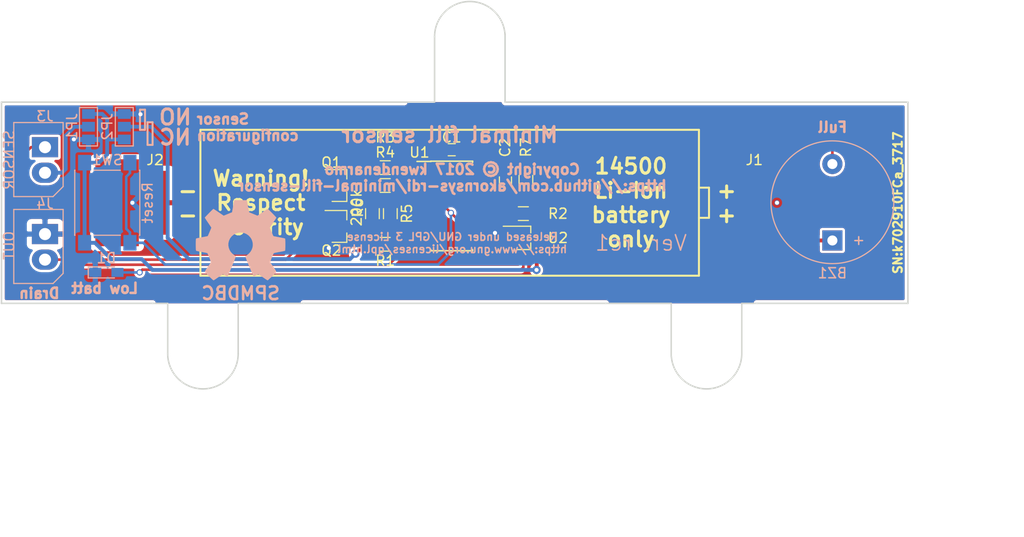
<source format=kicad_pcb>
(kicad_pcb (version 4) (host pcbnew 4.0.7-e2-6376~58~ubuntu16.04.1)

  (general
    (links 0)
    (no_connects 0)
    (area 95.7718 73.924999 201.35 129.200001)
    (thickness 1.6)
    (drawings 78)
    (tracks 144)
    (zones 0)
    (modules 26)
    (nets 17)
  )

  (page A4)
  (layers
    (0 F.Cu signal)
    (31 B.Cu signal)
    (32 B.Adhes user)
    (33 F.Adhes user)
    (34 B.Paste user)
    (35 F.Paste user)
    (36 B.SilkS user)
    (37 F.SilkS user)
    (38 B.Mask user)
    (39 F.Mask user)
    (40 Dwgs.User user)
    (41 Cmts.User user)
    (42 Eco1.User user)
    (43 Eco2.User user)
    (44 Edge.Cuts user)
    (45 Margin user)
    (46 B.CrtYd user)
    (47 F.CrtYd user)
    (48 B.Fab user)
    (49 F.Fab user)
  )

  (setup
    (last_trace_width 0.254)
    (trace_clearance 0.2032)
    (zone_clearance 0.508)
    (zone_45_only no)
    (trace_min 0.2)
    (segment_width 0.15)
    (edge_width 0.15)
    (via_size 0.6096)
    (via_drill 0.4064)
    (via_min_size 0.4)
    (via_min_drill 0.3)
    (uvia_size 0.3)
    (uvia_drill 0.1)
    (uvias_allowed no)
    (uvia_min_size 0)
    (uvia_min_drill 0)
    (pcb_text_width 0.3)
    (pcb_text_size 1.5 1.5)
    (mod_edge_width 0.15)
    (mod_text_size 1 1)
    (mod_text_width 0.15)
    (pad_size 1.524 1.524)
    (pad_drill 0.762)
    (pad_to_mask_clearance 0.2)
    (aux_axis_origin 0 0)
    (visible_elements FFFFFF7F)
    (pcbplotparams
      (layerselection 0x010f0_80000001)
      (usegerberextensions false)
      (excludeedgelayer true)
      (linewidth 0.100000)
      (plotframeref false)
      (viasonmask false)
      (mode 1)
      (useauxorigin false)
      (hpglpennumber 1)
      (hpglpenspeed 20)
      (hpglpendiameter 15)
      (hpglpenoverlay 2)
      (psnegative false)
      (psa4output false)
      (plotreference true)
      (plotvalue true)
      (plotinvisibletext false)
      (padsonsilk false)
      (subtractmaskfromsilk false)
      (outputformat 1)
      (mirror false)
      (drillshape 0)
      (scaleselection 1)
      (outputdirectory out/))
  )

  (net 0 "")
  (net 1 VDD)
  (net 2 "Net-(BZ1-Pad2)")
  (net 3 GND)
  (net 4 "Net-(C2-Pad2)")
  (net 5 "Net-(J3-Pad2)")
  (net 6 "Net-(Q1-Pad1)")
  (net 7 "Net-(R3-Pad2)")
  (net 8 "Net-(U1-Pad2)")
  (net 9 "Net-(U1-Pad12)")
  (net 10 "Net-(D1-Pad2)")
  (net 11 "Net-(U1-Pad8)")
  (net 12 "Net-(Q2-Pad1)")
  (net 13 "Net-(J3-Pad1)")
  (net 14 "Net-(J4-Pad2)")
  (net 15 "Net-(JP2-Pad2)")
  (net 16 "Net-(R7-Pad2)")

  (net_class Default "This is the default net class."
    (clearance 0.2032)
    (trace_width 0.254)
    (via_dia 0.6096)
    (via_drill 0.4064)
    (uvia_dia 0.3)
    (uvia_drill 0.1)
    (add_net "Net-(BZ1-Pad2)")
    (add_net "Net-(C2-Pad2)")
    (add_net "Net-(D1-Pad2)")
    (add_net "Net-(J3-Pad1)")
    (add_net "Net-(J4-Pad2)")
    (add_net "Net-(Q1-Pad1)")
    (add_net "Net-(Q2-Pad1)")
    (add_net "Net-(R3-Pad2)")
    (add_net "Net-(R7-Pad2)")
    (add_net "Net-(U1-Pad12)")
    (add_net "Net-(U1-Pad2)")
    (add_net "Net-(U1-Pad8)")
  )

  (net_class Power ""
    (clearance 0.2032)
    (trace_width 0.381)
    (via_dia 0.8128)
    (via_drill 0.4064)
    (uvia_dia 0.3)
    (uvia_drill 0.1)
    (add_net GND)
    (add_net "Net-(J3-Pad2)")
    (add_net "Net-(JP2-Pad2)")
    (add_net VDD)
  )

  (module Wire_Pads:SolderWirePad_single_SMD_5x10mm (layer F.Cu) (tedit 59B836FD) (tstamp 599AF747)
    (at 173 94 270)
    (descr "Wire Pad, Square, SMD Pad,  5mm x 10mm,")
    (tags "MesurementPoint Square SMDPad 5mmx10mm ")
    (path /599AF937)
    (attr smd)
    (fp_text reference J1 (at -4.25 2.25 360) (layer F.SilkS)
      (effects (font (size 1 1) (thickness 0.15)))
    )
    (fp_text value POSITIVE (at 0 5 270) (layer F.SilkS) hide
      (effects (font (size 1 1) (thickness 0.15)))
    )
    (fp_line (start 4.572 -3.9878) (end -4.572 -3.9878) (layer F.CrtYd) (width 0.0508))
    (fp_line (start 4.572 7.6454) (end 4.572 -3.9878) (layer F.CrtYd) (width 0.0508))
    (fp_line (start -4.572 7.6454) (end 4.572 7.6454) (layer F.CrtYd) (width 0.0508))
    (fp_line (start -4.572 -3.9878) (end -4.572 7.6454) (layer F.CrtYd) (width 0.0508))
    (pad 1 smd rect (at 0 0 270) (size 6.35 7.3406) (layers F.Cu F.Paste F.Mask)
      (net 1 VDD))
    (pad 1 smd rect (at 0 -1.524 270) (size 8.636 4.318) (layers F.Cu F.Paste F.Mask)
      (net 1 VDD))
    (pad 1 thru_hole circle (at 0 0 270) (size 0.508 0.508) (drill 0.4064) (layers *.Cu F.Mask)
      (net 1 VDD))
  )

  (module Wire_Pads:SolderWirePad_single_SMD_5x10mm (layer F.Cu) (tedit 59B8370B) (tstamp 599AF74C)
    (at 109 94 90)
    (descr "Wire Pad, Square, SMD Pad,  5mm x 10mm,")
    (tags "MesurementPoint Square SMDPad 5mmx10mm ")
    (path /599AF8EE)
    (attr smd)
    (fp_text reference J2 (at 4.25 2.25 180) (layer F.SilkS)
      (effects (font (size 1 1) (thickness 0.15)))
    )
    (fp_text value NEGATIVE (at 0 5.5 90) (layer F.SilkS) hide
      (effects (font (size 1 1) (thickness 0.15)))
    )
    (fp_line (start 4.572 -3.9878) (end -4.572 -3.9878) (layer F.CrtYd) (width 0.0508))
    (fp_line (start 4.572 7.6454) (end 4.572 -3.81) (layer F.CrtYd) (width 0.0508))
    (fp_line (start -4.572 7.6454) (end 4.572 7.6454) (layer F.CrtYd) (width 0.0508))
    (fp_line (start -4.572 -3.9878) (end -4.572 7.6454) (layer F.CrtYd) (width 0.0508))
    (pad 1 smd rect (at 0 0 90) (size 6.35 7.3406) (layers F.Cu F.Paste F.Mask)
      (net 3 GND))
    (pad 1 smd rect (at 0 -1.524 90) (size 8.636 4.318) (layers F.Cu F.Paste F.Mask)
      (net 3 GND))
    (pad 1 thru_hole circle (at 0 0 90) (size 0.508 0.508) (drill 0.4064) (layers *.Cu F.Mask)
      (net 3 GND))
  )

  (module Buzzers_Beepers:Buzzer_12x9.5RM7.6 (layer B.Cu) (tedit 59B83767) (tstamp 599AF736)
    (at 178.5 97.75 90)
    (descr "Generic Buzzer, D12mm height 9.5mm with RM7.6mm")
    (tags buzzer)
    (path /599B1289)
    (fp_text reference BZ1 (at -3.25 0 180) (layer B.SilkS)
      (effects (font (size 1 1) (thickness 0.15)) (justify mirror))
    )
    (fp_text value Buzzer (at -3.25 0 180) (layer B.SilkS) hide
      (effects (font (size 1 1) (thickness 0.15)) (justify mirror))
    )
    (fp_text user + (at -0.01 2.54 90) (layer B.Fab)
      (effects (font (size 1 1) (thickness 0.15)) (justify mirror))
    )
    (fp_text user + (at -0.01 2.54 90) (layer B.SilkS)
      (effects (font (size 1 1) (thickness 0.15)) (justify mirror))
    )
    (fp_text user %R (at 2 0 180) (layer B.SilkS) hide
      (effects (font (size 1 1) (thickness 0.15)) (justify mirror))
    )
    (fp_circle (center 3.8 0) (end 10.05 0) (layer B.CrtYd) (width 0.05))
    (fp_circle (center 3.8 0) (end 9.8 0) (layer B.Fab) (width 0.1))
    (fp_circle (center 3.8 0) (end 4.8 0) (layer B.Fab) (width 0.1))
    (fp_circle (center 3.8 0) (end 9.9 0) (layer B.SilkS) (width 0.12))
    (pad 1 thru_hole rect (at 0 0 90) (size 2 2) (drill 1) (layers *.Cu *.Mask)
      (net 1 VDD))
    (pad 2 thru_hole circle (at 7.6 0 90) (size 2 2) (drill 1) (layers *.Cu *.Mask)
      (net 2 "Net-(BZ1-Pad2)"))
    (model ${KISYS3DMOD}/Buzzers_Beepers.3dshapes/Buzzer_12x9.5RM7.6.wrl
      (at (xyz 0.15 0 0))
      (scale (xyz 4 4 4))
      (rotate (xyz 0 0 0))
    )
  )

  (module Capacitors_SMD:C_0603_HandSoldering (layer F.Cu) (tedit 59B83615) (tstamp 599AF73C)
    (at 140.704 88.732 180)
    (descr "Capacitor SMD 0603, hand soldering")
    (tags "capacitor 0603")
    (path /599AF35A)
    (attr smd)
    (fp_text reference C1 (at 0 1.232 180) (layer F.SilkS)
      (effects (font (size 1 1) (thickness 0.15)))
    )
    (fp_text value 100nF (at 0 1.232 180) (layer F.SilkS) hide
      (effects (font (size 1 1) (thickness 0.15)))
    )
    (fp_text user %R (at 0 1.232 180) (layer F.SilkS) hide
      (effects (font (size 1 1) (thickness 0.15)))
    )
    (fp_line (start -0.8 0.4) (end -0.8 -0.4) (layer F.Fab) (width 0.1))
    (fp_line (start 0.8 0.4) (end -0.8 0.4) (layer F.Fab) (width 0.1))
    (fp_line (start 0.8 -0.4) (end 0.8 0.4) (layer F.Fab) (width 0.1))
    (fp_line (start -0.8 -0.4) (end 0.8 -0.4) (layer F.Fab) (width 0.1))
    (fp_line (start -0.35 -0.6) (end 0.35 -0.6) (layer F.SilkS) (width 0.12))
    (fp_line (start 0.35 0.6) (end -0.35 0.6) (layer F.SilkS) (width 0.12))
    (fp_line (start -1.8 -0.65) (end 1.8 -0.65) (layer F.CrtYd) (width 0.05))
    (fp_line (start -1.8 -0.65) (end -1.8 0.65) (layer F.CrtYd) (width 0.05))
    (fp_line (start 1.8 0.65) (end 1.8 -0.65) (layer F.CrtYd) (width 0.05))
    (fp_line (start 1.8 0.65) (end -1.8 0.65) (layer F.CrtYd) (width 0.05))
    (pad 1 smd rect (at -0.95 0 180) (size 1.2 0.75) (layers F.Cu F.Paste F.Mask)
      (net 1 VDD))
    (pad 2 smd rect (at 0.95 0 180) (size 1.2 0.75) (layers F.Cu F.Paste F.Mask)
      (net 3 GND))
    (model Capacitors_SMD.3dshapes/C_0603.wrl
      (at (xyz 0 0 0))
      (scale (xyz 1 1 1))
      (rotate (xyz 0 0 0))
    )
  )

  (module Capacitors_SMD:C_0603_HandSoldering (layer F.Cu) (tedit 59B835FC) (tstamp 599AF742)
    (at 146.038 91.78 270)
    (descr "Capacitor SMD 0603, hand soldering")
    (tags "capacitor 0603")
    (path /599AF37B)
    (attr smd)
    (fp_text reference C2 (at -3.28 0.038 270) (layer F.SilkS)
      (effects (font (size 1 1) (thickness 0.15)))
    )
    (fp_text value 100nF (at -3.28 0.038 270) (layer F.SilkS) hide
      (effects (font (size 1 1) (thickness 0.15)))
    )
    (fp_text user %R (at -3.28 0.038 270) (layer F.SilkS) hide
      (effects (font (size 1 1) (thickness 0.15)))
    )
    (fp_line (start -0.8 0.4) (end -0.8 -0.4) (layer F.Fab) (width 0.1))
    (fp_line (start 0.8 0.4) (end -0.8 0.4) (layer F.Fab) (width 0.1))
    (fp_line (start 0.8 -0.4) (end 0.8 0.4) (layer F.Fab) (width 0.1))
    (fp_line (start -0.8 -0.4) (end 0.8 -0.4) (layer F.Fab) (width 0.1))
    (fp_line (start -0.35 -0.6) (end 0.35 -0.6) (layer F.SilkS) (width 0.12))
    (fp_line (start 0.35 0.6) (end -0.35 0.6) (layer F.SilkS) (width 0.12))
    (fp_line (start -1.8 -0.65) (end 1.8 -0.65) (layer F.CrtYd) (width 0.05))
    (fp_line (start -1.8 -0.65) (end -1.8 0.65) (layer F.CrtYd) (width 0.05))
    (fp_line (start 1.8 0.65) (end 1.8 -0.65) (layer F.CrtYd) (width 0.05))
    (fp_line (start 1.8 0.65) (end -1.8 0.65) (layer F.CrtYd) (width 0.05))
    (pad 1 smd rect (at -0.95 0 270) (size 1.2 0.75) (layers F.Cu F.Paste F.Mask)
      (net 1 VDD))
    (pad 2 smd rect (at 0.95 0 270) (size 1.2 0.75) (layers F.Cu F.Paste F.Mask)
      (net 4 "Net-(C2-Pad2)"))
    (model Capacitors_SMD.3dshapes/C_0603.wrl
      (at (xyz 0 0 0))
      (scale (xyz 1 1 1))
      (rotate (xyz 0 0 0))
    )
  )

  (module Resistors_SMD:R_0603_HandSoldering (layer F.Cu) (tedit 59B835CE) (tstamp 599AF75F)
    (at 147.816 95.082)
    (descr "Resistor SMD 0603, hand soldering")
    (tags "resistor 0603")
    (path /599AF2FA)
    (attr smd)
    (fp_text reference R2 (at 3.434 0) (layer F.SilkS)
      (effects (font (size 1 1) (thickness 0.15)))
    )
    (fp_text value 200k (at 3.684 0) (layer F.SilkS) hide
      (effects (font (size 1 1) (thickness 0.15)))
    )
    (fp_text user %R (at 0 0) (layer F.SilkS) hide
      (effects (font (size 0.4 0.4) (thickness 0.075)))
    )
    (fp_line (start -0.8 0.4) (end -0.8 -0.4) (layer F.Fab) (width 0.1))
    (fp_line (start 0.8 0.4) (end -0.8 0.4) (layer F.Fab) (width 0.1))
    (fp_line (start 0.8 -0.4) (end 0.8 0.4) (layer F.Fab) (width 0.1))
    (fp_line (start -0.8 -0.4) (end 0.8 -0.4) (layer F.Fab) (width 0.1))
    (fp_line (start 0.5 0.68) (end -0.5 0.68) (layer F.SilkS) (width 0.12))
    (fp_line (start -0.5 -0.68) (end 0.5 -0.68) (layer F.SilkS) (width 0.12))
    (fp_line (start -1.96 -0.7) (end 1.95 -0.7) (layer F.CrtYd) (width 0.05))
    (fp_line (start -1.96 -0.7) (end -1.96 0.7) (layer F.CrtYd) (width 0.05))
    (fp_line (start 1.95 0.7) (end 1.95 -0.7) (layer F.CrtYd) (width 0.05))
    (fp_line (start 1.95 0.7) (end -1.96 0.7) (layer F.CrtYd) (width 0.05))
    (pad 1 smd rect (at -1.1 0) (size 1.2 0.9) (layers F.Cu F.Paste F.Mask)
      (net 4 "Net-(C2-Pad2)"))
    (pad 2 smd rect (at 1.1 0) (size 1.2 0.9) (layers F.Cu F.Paste F.Mask)
      (net 3 GND))
    (model ${KISYS3DMOD}/Resistors_SMD.3dshapes/R_0603.wrl
      (at (xyz 0 0 0))
      (scale (xyz 1 1 1))
      (rotate (xyz 0 0 0))
    )
  )

  (module Buttons_Switches_SMD:SW_SPST_PTS645 (layer B.Cu) (tedit 59B837E3) (tstamp 599AF773)
    (at 106.5 94 90)
    (descr "C&K Components SPST SMD PTS645 Series 6mm Tact Switch")
    (tags "SPST Button Switch")
    (path /599AF7F4)
    (attr smd)
    (fp_text reference SW1 (at 4.25 0 180) (layer B.SilkS)
      (effects (font (size 1 1) (thickness 0.15)) (justify mirror))
    )
    (fp_text value Reset (at 0 4 270) (layer B.SilkS)
      (effects (font (size 1 1) (thickness 0.15)) (justify mirror))
    )
    (fp_text user %R (at 0 0 180) (layer B.SilkS) hide
      (effects (font (size 1 1) (thickness 0.15)) (justify mirror))
    )
    (fp_line (start -3 3) (end -3 -3) (layer B.Fab) (width 0.1))
    (fp_line (start -3 -3) (end 3 -3) (layer B.Fab) (width 0.1))
    (fp_line (start 3 -3) (end 3 3) (layer B.Fab) (width 0.1))
    (fp_line (start 3 3) (end -3 3) (layer B.Fab) (width 0.1))
    (fp_line (start 5.05 -3.4) (end 5.05 3.4) (layer B.CrtYd) (width 0.05))
    (fp_line (start -5.05 3.4) (end -5.05 -3.4) (layer B.CrtYd) (width 0.05))
    (fp_line (start -5.05 -3.4) (end 5.05 -3.4) (layer B.CrtYd) (width 0.05))
    (fp_line (start -5.05 3.4) (end 5.05 3.4) (layer B.CrtYd) (width 0.05))
    (fp_line (start 3.23 3.23) (end 3.23 3.2) (layer B.SilkS) (width 0.12))
    (fp_line (start 3.23 -3.23) (end 3.23 -3.2) (layer B.SilkS) (width 0.12))
    (fp_line (start -3.23 -3.23) (end -3.23 -3.2) (layer B.SilkS) (width 0.12))
    (fp_line (start -3.23 3.2) (end -3.23 3.23) (layer B.SilkS) (width 0.12))
    (fp_line (start 3.23 1.3) (end 3.23 -1.3) (layer B.SilkS) (width 0.12))
    (fp_line (start -3.23 3.23) (end 3.23 3.23) (layer B.SilkS) (width 0.12))
    (fp_line (start -3.23 1.3) (end -3.23 -1.3) (layer B.SilkS) (width 0.12))
    (fp_line (start -3.23 -3.23) (end 3.23 -3.23) (layer B.SilkS) (width 0.12))
    (fp_circle (center 0 0) (end 1.75 0.05) (layer B.Fab) (width 0.1))
    (pad 2 smd rect (at -3.98 -2.25 90) (size 1.55 1.3) (layers B.Cu B.Paste B.Mask)
      (net 1 VDD))
    (pad 1 smd rect (at -3.98 2.25 90) (size 1.55 1.3) (layers B.Cu B.Paste B.Mask)
      (net 4 "Net-(C2-Pad2)"))
    (pad 1 smd rect (at 3.98 2.25 90) (size 1.55 1.3) (layers B.Cu B.Paste B.Mask)
      (net 4 "Net-(C2-Pad2)"))
    (pad 2 smd rect (at 3.98 -2.25 90) (size 1.55 1.3) (layers B.Cu B.Paste B.Mask)
      (net 1 VDD))
    (model ${KISYS3DMOD}/Buttons_Switches_SMD.3dshapes/SW_SPST_PTS645.wrl
      (at (xyz 0 0 0))
      (scale (xyz 1 1 1))
      (rotate (xyz 0 0 0))
    )
  )

  (module Housings_SOIC:SOIC-14_3.9x8.7mm_Pitch1.27mm (layer F.Cu) (tedit 59B83580) (tstamp 599AF785)
    (at 140.704 94.32)
    (descr "14-Lead Plastic Small Outline (SL) - Narrow, 3.90 mm Body [SOIC] (see Microchip Packaging Specification 00000049BS.pdf)")
    (tags "SOIC 1.27")
    (path /599AF16B)
    (attr smd)
    (fp_text reference U1 (at -3.204 -5.32) (layer F.SilkS)
      (effects (font (size 1 1) (thickness 0.15)))
    )
    (fp_text value 4013 (at 0 5.375) (layer F.SilkS) hide
      (effects (font (size 1 1) (thickness 0.15)))
    )
    (fp_text user %R (at 0 0) (layer F.SilkS) hide
      (effects (font (size 0.9 0.9) (thickness 0.135)))
    )
    (fp_line (start -0.95 -4.35) (end 1.95 -4.35) (layer F.Fab) (width 0.15))
    (fp_line (start 1.95 -4.35) (end 1.95 4.35) (layer F.Fab) (width 0.15))
    (fp_line (start 1.95 4.35) (end -1.95 4.35) (layer F.Fab) (width 0.15))
    (fp_line (start -1.95 4.35) (end -1.95 -3.35) (layer F.Fab) (width 0.15))
    (fp_line (start -1.95 -3.35) (end -0.95 -4.35) (layer F.Fab) (width 0.15))
    (fp_line (start -3.7 -4.65) (end -3.7 4.65) (layer F.CrtYd) (width 0.05))
    (fp_line (start 3.7 -4.65) (end 3.7 4.65) (layer F.CrtYd) (width 0.05))
    (fp_line (start -3.7 -4.65) (end 3.7 -4.65) (layer F.CrtYd) (width 0.05))
    (fp_line (start -3.7 4.65) (end 3.7 4.65) (layer F.CrtYd) (width 0.05))
    (fp_line (start -2.075 -4.45) (end -2.075 -4.425) (layer F.SilkS) (width 0.15))
    (fp_line (start 2.075 -4.45) (end 2.075 -4.335) (layer F.SilkS) (width 0.15))
    (fp_line (start 2.075 4.45) (end 2.075 4.335) (layer F.SilkS) (width 0.15))
    (fp_line (start -2.075 4.45) (end -2.075 4.335) (layer F.SilkS) (width 0.15))
    (fp_line (start -2.075 -4.45) (end 2.075 -4.45) (layer F.SilkS) (width 0.15))
    (fp_line (start -2.075 4.45) (end 2.075 4.45) (layer F.SilkS) (width 0.15))
    (fp_line (start -2.075 -4.425) (end -3.45 -4.425) (layer F.SilkS) (width 0.15))
    (pad 1 smd rect (at -2.7 -3.81) (size 1.5 0.6) (layers F.Cu F.Paste F.Mask)
      (net 7 "Net-(R3-Pad2)"))
    (pad 2 smd rect (at -2.7 -2.54) (size 1.5 0.6) (layers F.Cu F.Paste F.Mask)
      (net 8 "Net-(U1-Pad2)"))
    (pad 3 smd rect (at -2.7 -1.27) (size 1.5 0.6) (layers F.Cu F.Paste F.Mask)
      (net 3 GND))
    (pad 4 smd rect (at -2.7 0) (size 1.5 0.6) (layers F.Cu F.Paste F.Mask)
      (net 4 "Net-(C2-Pad2)"))
    (pad 5 smd rect (at -2.7 1.27) (size 1.5 0.6) (layers F.Cu F.Paste F.Mask)
      (net 3 GND))
    (pad 6 smd rect (at -2.7 2.54) (size 1.5 0.6) (layers F.Cu F.Paste F.Mask)
      (net 13 "Net-(J3-Pad1)"))
    (pad 7 smd rect (at -2.7 3.81) (size 1.5 0.6) (layers F.Cu F.Paste F.Mask)
      (net 3 GND))
    (pad 8 smd rect (at 2.7 3.81) (size 1.5 0.6) (layers F.Cu F.Paste F.Mask)
      (net 11 "Net-(U1-Pad8)"))
    (pad 9 smd rect (at 2.7 2.54) (size 1.5 0.6) (layers F.Cu F.Paste F.Mask)
      (net 3 GND))
    (pad 10 smd rect (at 2.7 1.27) (size 1.5 0.6) (layers F.Cu F.Paste F.Mask)
      (net 4 "Net-(C2-Pad2)"))
    (pad 11 smd rect (at 2.7 0) (size 1.5 0.6) (layers F.Cu F.Paste F.Mask)
      (net 3 GND))
    (pad 12 smd rect (at 2.7 -1.27) (size 1.5 0.6) (layers F.Cu F.Paste F.Mask)
      (net 9 "Net-(U1-Pad12)"))
    (pad 13 smd rect (at 2.7 -2.54) (size 1.5 0.6) (layers F.Cu F.Paste F.Mask)
      (net 16 "Net-(R7-Pad2)"))
    (pad 14 smd rect (at 2.7 -3.81) (size 1.5 0.6) (layers F.Cu F.Paste F.Mask)
      (net 1 VDD))
    (model ${KISYS3DMOD}/Housings_SOIC.3dshapes/SOIC-14_3.9x8.7mm_Pitch1.27mm.wrl
      (at (xyz 0 0 0))
      (scale (xyz 1 1 1))
      (rotate (xyz 0 0 0))
    )
  )

  (module LEDs:LED_0603_HandSoldering (layer B.Cu) (tedit 59B83788) (tstamp 599C6BDF)
    (at 106.414 100.924)
    (descr "LED SMD 0603, hand soldering")
    (tags "LED 0603")
    (path /599C68C5)
    (attr smd)
    (fp_text reference D1 (at 0 -1.424) (layer B.SilkS)
      (effects (font (size 1 1) (thickness 0.15)) (justify mirror))
    )
    (fp_text value RED (at 0 -1.424) (layer B.SilkS) hide
      (effects (font (size 1 1) (thickness 0.15)) (justify mirror))
    )
    (fp_line (start -1.8 0.55) (end -1.8 -0.55) (layer B.SilkS) (width 0.12))
    (fp_line (start -0.2 0.2) (end -0.2 -0.2) (layer B.Fab) (width 0.1))
    (fp_line (start -0.15 0) (end 0.15 0.2) (layer B.Fab) (width 0.1))
    (fp_line (start 0.15 -0.2) (end -0.15 0) (layer B.Fab) (width 0.1))
    (fp_line (start 0.15 0.2) (end 0.15 -0.2) (layer B.Fab) (width 0.1))
    (fp_line (start 0.8 -0.4) (end -0.8 -0.4) (layer B.Fab) (width 0.1))
    (fp_line (start 0.8 0.4) (end 0.8 -0.4) (layer B.Fab) (width 0.1))
    (fp_line (start -0.8 0.4) (end 0.8 0.4) (layer B.Fab) (width 0.1))
    (fp_line (start -1.8 -0.55) (end 0.8 -0.55) (layer B.SilkS) (width 0.12))
    (fp_line (start -1.8 0.55) (end 0.8 0.55) (layer B.SilkS) (width 0.12))
    (fp_line (start -1.96 0.7) (end 1.95 0.7) (layer B.CrtYd) (width 0.05))
    (fp_line (start -1.96 0.7) (end -1.96 -0.7) (layer B.CrtYd) (width 0.05))
    (fp_line (start 1.95 -0.7) (end 1.95 0.7) (layer B.CrtYd) (width 0.05))
    (fp_line (start 1.95 -0.7) (end -1.96 -0.7) (layer B.CrtYd) (width 0.05))
    (fp_line (start -0.8 0.4) (end -0.8 -0.4) (layer B.Fab) (width 0.1))
    (pad 1 smd rect (at -1.1 0) (size 1.2 0.9) (layers B.Cu B.Paste B.Mask)
      (net 3 GND))
    (pad 2 smd rect (at 1.1 0) (size 1.2 0.9) (layers B.Cu B.Paste B.Mask)
      (net 10 "Net-(D1-Pad2)"))
    (model ${KISYS3DMOD}/LEDs.3dshapes/LED_0603.wrl
      (at (xyz 0 0 0))
      (scale (xyz 1 1 1))
      (rotate (xyz 0 0 180))
    )
  )

  (module Resistors_SMD:R_0603_HandSoldering (layer F.Cu) (tedit 59B8361F) (tstamp 599C6BF1)
    (at 148.07 91.78 90)
    (descr "Resistor SMD 0603, hand soldering")
    (tags "resistor 0603")
    (path /599C6850)
    (attr smd)
    (fp_text reference R7 (at 3.28 0 90) (layer F.SilkS)
      (effects (font (size 1 1) (thickness 0.15)))
    )
    (fp_text value 1k8 (at 3.28 -0.07 90) (layer F.SilkS) hide
      (effects (font (size 1 1) (thickness 0.15)))
    )
    (fp_text user %R (at 0 0 90) (layer F.SilkS) hide
      (effects (font (size 0.4 0.4) (thickness 0.075)))
    )
    (fp_line (start -0.8 0.4) (end -0.8 -0.4) (layer F.Fab) (width 0.1))
    (fp_line (start 0.8 0.4) (end -0.8 0.4) (layer F.Fab) (width 0.1))
    (fp_line (start 0.8 -0.4) (end 0.8 0.4) (layer F.Fab) (width 0.1))
    (fp_line (start -0.8 -0.4) (end 0.8 -0.4) (layer F.Fab) (width 0.1))
    (fp_line (start 0.5 0.68) (end -0.5 0.68) (layer F.SilkS) (width 0.12))
    (fp_line (start -0.5 -0.68) (end 0.5 -0.68) (layer F.SilkS) (width 0.12))
    (fp_line (start -1.96 -0.7) (end 1.95 -0.7) (layer F.CrtYd) (width 0.05))
    (fp_line (start -1.96 -0.7) (end -1.96 0.7) (layer F.CrtYd) (width 0.05))
    (fp_line (start 1.95 0.7) (end 1.95 -0.7) (layer F.CrtYd) (width 0.05))
    (fp_line (start 1.95 0.7) (end -1.96 0.7) (layer F.CrtYd) (width 0.05))
    (pad 1 smd rect (at -1.1 0 90) (size 1.2 0.9) (layers F.Cu F.Paste F.Mask)
      (net 10 "Net-(D1-Pad2)"))
    (pad 2 smd rect (at 1.1 0 90) (size 1.2 0.9) (layers F.Cu F.Paste F.Mask)
      (net 16 "Net-(R7-Pad2)"))
    (model ${KISYS3DMOD}/Resistors_SMD.3dshapes/R_0603.wrl
      (at (xyz 0 0 0))
      (scale (xyz 1 1 1))
      (rotate (xyz 0 0 0))
    )
  )

  (module TO_SOT_Packages_SMD:SOT-323_SC-70_Handsoldering (layer F.Cu) (tedit 59B8359F) (tstamp 599C6BF8)
    (at 147.816 97.495)
    (descr "SOT-323, SC-70 Handsoldering")
    (tags "SOT-323 SC-70 Handsoldering")
    (path /599C67D1)
    (attr smd)
    (fp_text reference U2 (at 3.434 0) (layer F.SilkS)
      (effects (font (size 1 1) (thickness 0.15)))
    )
    (fp_text value TCM810 (at 3.434 0.005) (layer F.SilkS) hide
      (effects (font (size 1 1) (thickness 0.15)))
    )
    (fp_text user %R (at 0 0 90) (layer F.SilkS) hide
      (effects (font (size 0.5 0.5) (thickness 0.075)))
    )
    (fp_line (start 0.735 0.5) (end 0.735 1.16) (layer F.SilkS) (width 0.12))
    (fp_line (start 0.735 -1.17) (end 0.735 -0.5) (layer F.SilkS) (width 0.12))
    (fp_line (start 2.4 1.3) (end -2.4 1.3) (layer F.CrtYd) (width 0.05))
    (fp_line (start 2.4 -1.3) (end 2.4 1.3) (layer F.CrtYd) (width 0.05))
    (fp_line (start -2.4 -1.3) (end 2.4 -1.3) (layer F.CrtYd) (width 0.05))
    (fp_line (start -2.4 1.3) (end -2.4 -1.3) (layer F.CrtYd) (width 0.05))
    (fp_line (start 0.735 -1.16) (end -2 -1.16) (layer F.SilkS) (width 0.12))
    (fp_line (start -0.675 1.16) (end 0.735 1.16) (layer F.SilkS) (width 0.12))
    (fp_line (start 0.675 -1.1) (end -0.175 -1.1) (layer F.Fab) (width 0.1))
    (fp_line (start -0.675 -0.6) (end -0.675 1.1) (layer F.Fab) (width 0.1))
    (fp_line (start 0.675 -1.1) (end 0.675 1.1) (layer F.Fab) (width 0.1))
    (fp_line (start 0.675 1.1) (end -0.675 1.1) (layer F.Fab) (width 0.1))
    (fp_line (start -0.175 -1.1) (end -0.675 -0.6) (layer F.Fab) (width 0.1))
    (pad 1 smd rect (at -1.33 -0.65 270) (size 0.45 1.5) (layers F.Cu F.Paste F.Mask)
      (net 3 GND))
    (pad 2 smd rect (at -1.33 0.65 270) (size 0.45 1.5) (layers F.Cu F.Paste F.Mask)
      (net 11 "Net-(U1-Pad8)"))
    (pad 3 smd rect (at 1.33 0 270) (size 0.45 1.5) (layers F.Cu F.Paste F.Mask)
      (net 1 VDD))
    (model ${KISYS3DMOD}/TO_SOT_Packages_SMD.3dshapes/SOT-323_SC-70.wrl
      (at (xyz 0 0 0))
      (scale (xyz 1 1 1))
      (rotate (xyz 0 0 0))
    )
  )

  (module Connect:GS3 (layer B.Cu) (tedit 59B837B1) (tstamp 59B6B878)
    (at 104.636 86.446 180)
    (descr "3-pin solder bridge")
    (tags "solder bridge")
    (path /59B6D0CD)
    (attr smd)
    (fp_text reference JP1 (at 1.636 0 450) (layer B.SilkS)
      (effects (font (size 1 1) (thickness 0.15)) (justify mirror))
    )
    (fp_text value Jumper (at 1.886 -0.054 270) (layer B.SilkS) hide
      (effects (font (size 1 1) (thickness 0.15)) (justify mirror))
    )
    (fp_line (start -1.15 2.15) (end 1.15 2.15) (layer B.CrtYd) (width 0.05))
    (fp_line (start 1.15 2.15) (end 1.15 -2.15) (layer B.CrtYd) (width 0.05))
    (fp_line (start 1.15 -2.15) (end -1.15 -2.15) (layer B.CrtYd) (width 0.05))
    (fp_line (start -1.15 -2.15) (end -1.15 2.15) (layer B.CrtYd) (width 0.05))
    (fp_line (start -0.89 1.91) (end -0.89 -1.91) (layer B.SilkS) (width 0.12))
    (fp_line (start -0.89 -1.91) (end 0.89 -1.91) (layer B.SilkS) (width 0.12))
    (fp_line (start 0.89 -1.91) (end 0.89 1.91) (layer B.SilkS) (width 0.12))
    (fp_line (start -0.89 1.91) (end 0.89 1.91) (layer B.SilkS) (width 0.12))
    (pad 1 smd rect (at 0 1.27 180) (size 1.27 0.97) (layers B.Cu B.Paste B.Mask)
      (net 1 VDD))
    (pad 2 smd rect (at 0 0 180) (size 1.27 0.97) (layers B.Cu B.Paste B.Mask)
      (net 5 "Net-(J3-Pad2)"))
    (pad 3 smd rect (at 0 -1.27 180) (size 1.27 0.97) (layers B.Cu B.Paste B.Mask)
      (net 3 GND))
  )

  (module TO_SOT_Packages_SMD:SOT-23 (layer F.Cu) (tedit 59B8369C) (tstamp 59B6B87F)
    (at 129.528 92.288)
    (descr "SOT-23, Standard")
    (tags SOT-23)
    (path /59B6DF39)
    (attr smd)
    (fp_text reference Q1 (at -0.778 -2.288) (layer F.SilkS)
      (effects (font (size 1 1) (thickness 0.15)))
    )
    (fp_text value 2N7002 (at -3.028 -0.038) (layer F.SilkS) hide
      (effects (font (size 1 1) (thickness 0.15)))
    )
    (fp_text user %R (at 0 0 90) (layer F.SilkS) hide
      (effects (font (size 0.5 0.5) (thickness 0.075)))
    )
    (fp_line (start -0.7 -0.95) (end -0.7 1.5) (layer F.Fab) (width 0.1))
    (fp_line (start -0.15 -1.52) (end 0.7 -1.52) (layer F.Fab) (width 0.1))
    (fp_line (start -0.7 -0.95) (end -0.15 -1.52) (layer F.Fab) (width 0.1))
    (fp_line (start 0.7 -1.52) (end 0.7 1.52) (layer F.Fab) (width 0.1))
    (fp_line (start -0.7 1.52) (end 0.7 1.52) (layer F.Fab) (width 0.1))
    (fp_line (start 0.76 1.58) (end 0.76 0.65) (layer F.SilkS) (width 0.12))
    (fp_line (start 0.76 -1.58) (end 0.76 -0.65) (layer F.SilkS) (width 0.12))
    (fp_line (start -1.7 -1.75) (end 1.7 -1.75) (layer F.CrtYd) (width 0.05))
    (fp_line (start 1.7 -1.75) (end 1.7 1.75) (layer F.CrtYd) (width 0.05))
    (fp_line (start 1.7 1.75) (end -1.7 1.75) (layer F.CrtYd) (width 0.05))
    (fp_line (start -1.7 1.75) (end -1.7 -1.75) (layer F.CrtYd) (width 0.05))
    (fp_line (start 0.76 -1.58) (end -1.4 -1.58) (layer F.SilkS) (width 0.12))
    (fp_line (start 0.76 1.58) (end -0.7 1.58) (layer F.SilkS) (width 0.12))
    (pad 1 smd rect (at -1 -0.95) (size 0.9 0.8) (layers F.Cu F.Paste F.Mask)
      (net 6 "Net-(Q1-Pad1)"))
    (pad 2 smd rect (at -1 0.95) (size 0.9 0.8) (layers F.Cu F.Paste F.Mask)
      (net 3 GND))
    (pad 3 smd rect (at 1 0) (size 0.9 0.8) (layers F.Cu F.Paste F.Mask)
      (net 2 "Net-(BZ1-Pad2)"))
    (model ${KISYS3DMOD}/TO_SOT_Packages_SMD.3dshapes/SOT-23.wrl
      (at (xyz 0 0 0))
      (scale (xyz 1 1 1))
      (rotate (xyz 0 0 0))
    )
  )

  (module TO_SOT_Packages_SMD:SOT-23 (layer F.Cu) (tedit 59B836AF) (tstamp 59B6B886)
    (at 129.528 96.352)
    (descr "SOT-23, Standard")
    (tags SOT-23)
    (path /59B6E22E)
    (attr smd)
    (fp_text reference Q2 (at -0.778 2.398) (layer F.SilkS)
      (effects (font (size 1 1) (thickness 0.15)))
    )
    (fp_text value 2N7002 (at -3.028 0) (layer F.SilkS) hide
      (effects (font (size 1 1) (thickness 0.15)))
    )
    (fp_text user %R (at 0 0 90) (layer F.SilkS) hide
      (effects (font (size 0.5 0.5) (thickness 0.075)))
    )
    (fp_line (start -0.7 -0.95) (end -0.7 1.5) (layer F.Fab) (width 0.1))
    (fp_line (start -0.15 -1.52) (end 0.7 -1.52) (layer F.Fab) (width 0.1))
    (fp_line (start -0.7 -0.95) (end -0.15 -1.52) (layer F.Fab) (width 0.1))
    (fp_line (start 0.7 -1.52) (end 0.7 1.52) (layer F.Fab) (width 0.1))
    (fp_line (start -0.7 1.52) (end 0.7 1.52) (layer F.Fab) (width 0.1))
    (fp_line (start 0.76 1.58) (end 0.76 0.65) (layer F.SilkS) (width 0.12))
    (fp_line (start 0.76 -1.58) (end 0.76 -0.65) (layer F.SilkS) (width 0.12))
    (fp_line (start -1.7 -1.75) (end 1.7 -1.75) (layer F.CrtYd) (width 0.05))
    (fp_line (start 1.7 -1.75) (end 1.7 1.75) (layer F.CrtYd) (width 0.05))
    (fp_line (start 1.7 1.75) (end -1.7 1.75) (layer F.CrtYd) (width 0.05))
    (fp_line (start -1.7 1.75) (end -1.7 -1.75) (layer F.CrtYd) (width 0.05))
    (fp_line (start 0.76 -1.58) (end -1.4 -1.58) (layer F.SilkS) (width 0.12))
    (fp_line (start 0.76 1.58) (end -0.7 1.58) (layer F.SilkS) (width 0.12))
    (pad 1 smd rect (at -1 -0.95) (size 0.9 0.8) (layers F.Cu F.Paste F.Mask)
      (net 12 "Net-(Q2-Pad1)"))
    (pad 2 smd rect (at -1 0.95) (size 0.9 0.8) (layers F.Cu F.Paste F.Mask)
      (net 3 GND))
    (pad 3 smd rect (at 1 0) (size 0.9 0.8) (layers F.Cu F.Paste F.Mask)
      (net 14 "Net-(J4-Pad2)"))
    (model ${KISYS3DMOD}/TO_SOT_Packages_SMD.3dshapes/SOT-23.wrl
      (at (xyz 0 0 0))
      (scale (xyz 1 1 1))
      (rotate (xyz 0 0 0))
    )
  )

  (module Resistors_SMD:R_0603_HandSoldering (layer F.Cu) (tedit 59B83675) (tstamp 59B6B88C)
    (at 134.1 90.51)
    (descr "Resistor SMD 0603, hand soldering")
    (tags "resistor 0603")
    (path /59B6FBBE)
    (attr smd)
    (fp_text reference R3 (at 0 -3.01) (layer F.SilkS)
      (effects (font (size 1 1) (thickness 0.15)))
    )
    (fp_text value 180R (at 0 -3.01) (layer F.SilkS) hide
      (effects (font (size 1 1) (thickness 0.15)))
    )
    (fp_text user %R (at 0 0) (layer F.SilkS) hide
      (effects (font (size 0.4 0.4) (thickness 0.075)))
    )
    (fp_line (start -0.8 0.4) (end -0.8 -0.4) (layer F.Fab) (width 0.1))
    (fp_line (start 0.8 0.4) (end -0.8 0.4) (layer F.Fab) (width 0.1))
    (fp_line (start 0.8 -0.4) (end 0.8 0.4) (layer F.Fab) (width 0.1))
    (fp_line (start -0.8 -0.4) (end 0.8 -0.4) (layer F.Fab) (width 0.1))
    (fp_line (start 0.5 0.68) (end -0.5 0.68) (layer F.SilkS) (width 0.12))
    (fp_line (start -0.5 -0.68) (end 0.5 -0.68) (layer F.SilkS) (width 0.12))
    (fp_line (start -1.96 -0.7) (end 1.95 -0.7) (layer F.CrtYd) (width 0.05))
    (fp_line (start -1.96 -0.7) (end -1.96 0.7) (layer F.CrtYd) (width 0.05))
    (fp_line (start 1.95 0.7) (end 1.95 -0.7) (layer F.CrtYd) (width 0.05))
    (fp_line (start 1.95 0.7) (end -1.96 0.7) (layer F.CrtYd) (width 0.05))
    (pad 1 smd rect (at -1.1 0) (size 1.2 0.9) (layers F.Cu F.Paste F.Mask)
      (net 6 "Net-(Q1-Pad1)"))
    (pad 2 smd rect (at 1.1 0) (size 1.2 0.9) (layers F.Cu F.Paste F.Mask)
      (net 7 "Net-(R3-Pad2)"))
    (model ${KISYS3DMOD}/Resistors_SMD.3dshapes/R_0603.wrl
      (at (xyz 0 0 0))
      (scale (xyz 1 1 1))
      (rotate (xyz 0 0 0))
    )
  )

  (module Resistors_SMD:R_0603_HandSoldering (layer F.Cu) (tedit 59B83688) (tstamp 59B6B892)
    (at 134.1 92.288)
    (descr "Resistor SMD 0603, hand soldering")
    (tags "resistor 0603")
    (path /59B6F93F)
    (attr smd)
    (fp_text reference R4 (at 0 -3.288) (layer F.SilkS)
      (effects (font (size 1 1) (thickness 0.15)))
    )
    (fp_text value 180R (at -0.1 -3.288) (layer F.SilkS) hide
      (effects (font (size 1 1) (thickness 0.15)))
    )
    (fp_text user %R (at 0 0) (layer F.SilkS) hide
      (effects (font (size 0.4 0.4) (thickness 0.075)))
    )
    (fp_line (start -0.8 0.4) (end -0.8 -0.4) (layer F.Fab) (width 0.1))
    (fp_line (start 0.8 0.4) (end -0.8 0.4) (layer F.Fab) (width 0.1))
    (fp_line (start 0.8 -0.4) (end 0.8 0.4) (layer F.Fab) (width 0.1))
    (fp_line (start -0.8 -0.4) (end 0.8 -0.4) (layer F.Fab) (width 0.1))
    (fp_line (start 0.5 0.68) (end -0.5 0.68) (layer F.SilkS) (width 0.12))
    (fp_line (start -0.5 -0.68) (end 0.5 -0.68) (layer F.SilkS) (width 0.12))
    (fp_line (start -1.96 -0.7) (end 1.95 -0.7) (layer F.CrtYd) (width 0.05))
    (fp_line (start -1.96 -0.7) (end -1.96 0.7) (layer F.CrtYd) (width 0.05))
    (fp_line (start 1.95 0.7) (end 1.95 -0.7) (layer F.CrtYd) (width 0.05))
    (fp_line (start 1.95 0.7) (end -1.96 0.7) (layer F.CrtYd) (width 0.05))
    (pad 1 smd rect (at -1.1 0) (size 1.2 0.9) (layers F.Cu F.Paste F.Mask)
      (net 12 "Net-(Q2-Pad1)"))
    (pad 2 smd rect (at 1.1 0) (size 1.2 0.9) (layers F.Cu F.Paste F.Mask)
      (net 7 "Net-(R3-Pad2)"))
    (model ${KISYS3DMOD}/Resistors_SMD.3dshapes/R_0603.wrl
      (at (xyz 0 0 0))
      (scale (xyz 1 1 1))
      (rotate (xyz 0 0 0))
    )
  )

  (module Resistors_SMD:R_0603_HandSoldering (layer F.Cu) (tedit 59B836E5) (tstamp 59B6B898)
    (at 134.608 95.082 90)
    (descr "Resistor SMD 0603, hand soldering")
    (tags "resistor 0603")
    (path /59B6FC1C)
    (attr smd)
    (fp_text reference R5 (at 0 1.642 90) (layer F.SilkS)
      (effects (font (size 1 1) (thickness 0.15)))
    )
    (fp_text value 200k (at 0 1.642 90) (layer F.SilkS) hide
      (effects (font (size 1 1) (thickness 0.15)))
    )
    (fp_text user %R (at 0 0 90) (layer F.SilkS) hide
      (effects (font (size 0.4 0.4) (thickness 0.075)))
    )
    (fp_line (start -0.8 0.4) (end -0.8 -0.4) (layer F.Fab) (width 0.1))
    (fp_line (start 0.8 0.4) (end -0.8 0.4) (layer F.Fab) (width 0.1))
    (fp_line (start 0.8 -0.4) (end 0.8 0.4) (layer F.Fab) (width 0.1))
    (fp_line (start -0.8 -0.4) (end 0.8 -0.4) (layer F.Fab) (width 0.1))
    (fp_line (start 0.5 0.68) (end -0.5 0.68) (layer F.SilkS) (width 0.12))
    (fp_line (start -0.5 -0.68) (end 0.5 -0.68) (layer F.SilkS) (width 0.12))
    (fp_line (start -1.96 -0.7) (end 1.95 -0.7) (layer F.CrtYd) (width 0.05))
    (fp_line (start -1.96 -0.7) (end -1.96 0.7) (layer F.CrtYd) (width 0.05))
    (fp_line (start 1.95 0.7) (end 1.95 -0.7) (layer F.CrtYd) (width 0.05))
    (fp_line (start 1.95 0.7) (end -1.96 0.7) (layer F.CrtYd) (width 0.05))
    (pad 1 smd rect (at -1.1 0 90) (size 1.2 0.9) (layers F.Cu F.Paste F.Mask)
      (net 3 GND))
    (pad 2 smd rect (at 1.1 0 90) (size 1.2 0.9) (layers F.Cu F.Paste F.Mask)
      (net 6 "Net-(Q1-Pad1)"))
    (model ${KISYS3DMOD}/Resistors_SMD.3dshapes/R_0603.wrl
      (at (xyz 0 0 0))
      (scale (xyz 1 1 1))
      (rotate (xyz 0 0 0))
    )
  )

  (module Resistors_SMD:R_0603_HandSoldering (layer F.Cu) (tedit 59B836EC) (tstamp 59B6B89E)
    (at 132.83 95.082 90)
    (descr "Resistor SMD 0603, hand soldering")
    (tags "resistor 0603")
    (path /59B6FC99)
    (attr smd)
    (fp_text reference R6 (at 0.582 -1.45 90) (layer F.SilkS)
      (effects (font (size 1 1) (thickness 0.15)))
    )
    (fp_text value 200k (at 0.582 -1.58 90) (layer F.SilkS)
      (effects (font (size 1 1) (thickness 0.15)))
    )
    (fp_text user %R (at 0 0 90) (layer F.SilkS) hide
      (effects (font (size 0.4 0.4) (thickness 0.075)))
    )
    (fp_line (start -0.8 0.4) (end -0.8 -0.4) (layer F.Fab) (width 0.1))
    (fp_line (start 0.8 0.4) (end -0.8 0.4) (layer F.Fab) (width 0.1))
    (fp_line (start 0.8 -0.4) (end 0.8 0.4) (layer F.Fab) (width 0.1))
    (fp_line (start -0.8 -0.4) (end 0.8 -0.4) (layer F.Fab) (width 0.1))
    (fp_line (start 0.5 0.68) (end -0.5 0.68) (layer F.SilkS) (width 0.12))
    (fp_line (start -0.5 -0.68) (end 0.5 -0.68) (layer F.SilkS) (width 0.12))
    (fp_line (start -1.96 -0.7) (end 1.95 -0.7) (layer F.CrtYd) (width 0.05))
    (fp_line (start -1.96 -0.7) (end -1.96 0.7) (layer F.CrtYd) (width 0.05))
    (fp_line (start 1.95 0.7) (end 1.95 -0.7) (layer F.CrtYd) (width 0.05))
    (fp_line (start 1.95 0.7) (end -1.96 0.7) (layer F.CrtYd) (width 0.05))
    (pad 1 smd rect (at -1.1 0 90) (size 1.2 0.9) (layers F.Cu F.Paste F.Mask)
      (net 3 GND))
    (pad 2 smd rect (at 1.1 0 90) (size 1.2 0.9) (layers F.Cu F.Paste F.Mask)
      (net 12 "Net-(Q2-Pad1)"))
    (model ${KISYS3DMOD}/Resistors_SMD.3dshapes/R_0603.wrl
      (at (xyz 0 0 0))
      (scale (xyz 1 1 1))
      (rotate (xyz 0 0 0))
    )
  )

  (module Connectors_Molex:Molex_SPOX-5267_22-03-5025_02x2.54mm_Straight (layer B.Cu) (tedit 59B837F4) (tstamp 59B6D92A)
    (at 100.318 88.478 270)
    (descr "Connector Headers with Friction Lock, 22-03-5025, http://www.molex.com/pdm_docs/ps/PS-5264-001-001.pdf")
    (tags "connector molex SPOX 5267 22-03-5025")
    (path /599C6C30)
    (fp_text reference J3 (at -3.078 0 360) (layer B.SilkS)
      (effects (font (size 1 1) (thickness 0.15)) (justify mirror))
    )
    (fp_text value SENSOR (at 1.272 3.568 270) (layer B.SilkS)
      (effects (font (size 1 1) (thickness 0.15)) (justify mirror))
    )
    (fp_line (start 3.91 -1.8) (end 4.91 -0.8) (layer B.SilkS) (width 0.12))
    (fp_line (start -2.45 3.1) (end -2.45 -1.8) (layer B.SilkS) (width 0.12))
    (fp_line (start -2.45 -1.8) (end 3.91 -1.8) (layer B.SilkS) (width 0.12))
    (fp_line (start 4.91 -0.8) (end 4.91 3.1) (layer B.SilkS) (width 0.12))
    (fp_line (start 4.91 3.1) (end -2.45 3.1) (layer B.SilkS) (width 0.12))
    (fp_line (start -2.5 -1.85) (end -2.5 3.15) (layer B.CrtYd) (width 0.05))
    (fp_line (start -2.5 3.15) (end 4.96 3.15) (layer B.CrtYd) (width 0.05))
    (fp_line (start 4.96 3.15) (end 4.96 -1.85) (layer B.CrtYd) (width 0.05))
    (fp_line (start 4.96 -1.85) (end -2.5 -1.85) (layer B.CrtYd) (width 0.05))
    (fp_line (start 4.81 3) (end -2.35 3) (layer B.Fab) (width 0.1))
    (fp_line (start -2.35 3) (end -2.35 -1.7) (layer B.Fab) (width 0.1))
    (fp_line (start 4.81 -0.7) (end 4.81 3) (layer B.Fab) (width 0.1))
    (fp_line (start -2.35 -1.7) (end 3.81 -1.7) (layer B.Fab) (width 0.1))
    (fp_line (start 3.81 -1.7) (end 4.81 -0.7) (layer B.Fab) (width 0.1))
    (pad 1 thru_hole rect (at 0 0 270) (size 2 2.6) (drill 1.2) (layers *.Cu *.Mask)
      (net 13 "Net-(J3-Pad1)"))
    (pad 2 thru_hole oval (at 2.54 0 270) (size 2 2.6) (drill 1.2) (layers *.Cu *.Mask)
      (net 5 "Net-(J3-Pad2)"))
    (model ${KISYS3DMOD}/Connectors_Molex.3dshapes/Molex_SPOX-5267_22-03-5025_02x2.54mm_Straight.wrl
      (at (xyz 0.05 0.023622 0.114173))
      (scale (xyz 1 1 1))
      (rotate (xyz -90 0 180))
    )
  )

  (module Connectors_Molex:Molex_SPOX-5267_22-03-5025_02x2.54mm_Straight (layer B.Cu) (tedit 59B8390D) (tstamp 59B6D92F)
    (at 100.318 97.114 270)
    (descr "Connector Headers with Friction Lock, 22-03-5025, http://www.molex.com/pdm_docs/ps/PS-5264-001-001.pdf")
    (tags "connector molex SPOX 5267 22-03-5025")
    (path /59B6B035)
    (fp_text reference J4 (at -3.014 0 360) (layer B.SilkS)
      (effects (font (size 1 1) (thickness 0.15)) (justify mirror))
    )
    (fp_text value OUT (at 1.136 3.568 270) (layer B.SilkS)
      (effects (font (size 1 1) (thickness 0.15)) (justify mirror))
    )
    (fp_line (start 3.91 -1.8) (end 4.91 -0.8) (layer B.SilkS) (width 0.12))
    (fp_line (start -2.45 3.1) (end -2.45 -1.8) (layer B.SilkS) (width 0.12))
    (fp_line (start -2.45 -1.8) (end 3.91 -1.8) (layer B.SilkS) (width 0.12))
    (fp_line (start 4.91 -0.8) (end 4.91 3.1) (layer B.SilkS) (width 0.12))
    (fp_line (start 4.91 3.1) (end -2.45 3.1) (layer B.SilkS) (width 0.12))
    (fp_line (start -2.5 -1.85) (end -2.5 3.15) (layer B.CrtYd) (width 0.05))
    (fp_line (start -2.5 3.15) (end 4.96 3.15) (layer B.CrtYd) (width 0.05))
    (fp_line (start 4.96 3.15) (end 4.96 -1.85) (layer B.CrtYd) (width 0.05))
    (fp_line (start 4.96 -1.85) (end -2.5 -1.85) (layer B.CrtYd) (width 0.05))
    (fp_line (start 4.81 3) (end -2.35 3) (layer B.Fab) (width 0.1))
    (fp_line (start -2.35 3) (end -2.35 -1.7) (layer B.Fab) (width 0.1))
    (fp_line (start 4.81 -0.7) (end 4.81 3) (layer B.Fab) (width 0.1))
    (fp_line (start -2.35 -1.7) (end 3.81 -1.7) (layer B.Fab) (width 0.1))
    (fp_line (start 3.81 -1.7) (end 4.81 -0.7) (layer B.Fab) (width 0.1))
    (pad 1 thru_hole rect (at 0 0 270) (size 2 2.6) (drill 1.2) (layers *.Cu *.Mask)
      (net 3 GND))
    (pad 2 thru_hole oval (at 2.54 0 270) (size 2 2.6) (drill 1.2) (layers *.Cu *.Mask)
      (net 14 "Net-(J4-Pad2)"))
    (model ${KISYS3DMOD}/Connectors_Molex.3dshapes/Molex_SPOX-5267_22-03-5025_02x2.54mm_Straight.wrl
      (at (xyz 0.05 0.023622 0.114173))
      (scale (xyz 1 1 1))
      (rotate (xyz -90 0 180))
    )
  )

  (module Connect:GS3 (layer B.Cu) (tedit 59B837A1) (tstamp 59B6D93A)
    (at 108.192 86.446)
    (descr "3-pin solder bridge")
    (tags "solder bridge")
    (path /59B71F16)
    (attr smd)
    (fp_text reference JP2 (at -1.692 0 90) (layer B.SilkS)
      (effects (font (size 1 1) (thickness 0.15)) (justify mirror))
    )
    (fp_text value Jumper (at -1.942 0 90) (layer B.SilkS) hide
      (effects (font (size 1 1) (thickness 0.15)) (justify mirror))
    )
    (fp_line (start -1.15 2.15) (end 1.15 2.15) (layer B.CrtYd) (width 0.05))
    (fp_line (start 1.15 2.15) (end 1.15 -2.15) (layer B.CrtYd) (width 0.05))
    (fp_line (start 1.15 -2.15) (end -1.15 -2.15) (layer B.CrtYd) (width 0.05))
    (fp_line (start -1.15 -2.15) (end -1.15 2.15) (layer B.CrtYd) (width 0.05))
    (fp_line (start -0.89 1.91) (end -0.89 -1.91) (layer B.SilkS) (width 0.12))
    (fp_line (start -0.89 -1.91) (end 0.89 -1.91) (layer B.SilkS) (width 0.12))
    (fp_line (start 0.89 -1.91) (end 0.89 1.91) (layer B.SilkS) (width 0.12))
    (fp_line (start -0.89 1.91) (end 0.89 1.91) (layer B.SilkS) (width 0.12))
    (pad 1 smd rect (at 0 1.27) (size 1.27 0.97) (layers B.Cu B.Paste B.Mask)
      (net 1 VDD))
    (pad 2 smd rect (at 0 0) (size 1.27 0.97) (layers B.Cu B.Paste B.Mask)
      (net 15 "Net-(JP2-Pad2)"))
    (pad 3 smd rect (at 0 -1.27) (size 1.27 0.97) (layers B.Cu B.Paste B.Mask)
      (net 3 GND))
  )

  (module Resistors_SMD:R_0603_HandSoldering (layer F.Cu) (tedit 59B836DA) (tstamp 59B6D940)
    (at 134.1 98.13 180)
    (descr "Resistor SMD 0603, hand soldering")
    (tags "resistor 0603")
    (path /59B72C39)
    (attr smd)
    (fp_text reference R1 (at 0 -1.62 180) (layer F.SilkS)
      (effects (font (size 1 1) (thickness 0.15)))
    )
    (fp_text value 200k (at 0 -1.62 180) (layer F.SilkS) hide
      (effects (font (size 1 1) (thickness 0.15)))
    )
    (fp_text user %R (at 0 0 180) (layer F.SilkS) hide
      (effects (font (size 0.4 0.4) (thickness 0.075)))
    )
    (fp_line (start -0.8 0.4) (end -0.8 -0.4) (layer F.Fab) (width 0.1))
    (fp_line (start 0.8 0.4) (end -0.8 0.4) (layer F.Fab) (width 0.1))
    (fp_line (start 0.8 -0.4) (end 0.8 0.4) (layer F.Fab) (width 0.1))
    (fp_line (start -0.8 -0.4) (end 0.8 -0.4) (layer F.Fab) (width 0.1))
    (fp_line (start 0.5 0.68) (end -0.5 0.68) (layer F.SilkS) (width 0.12))
    (fp_line (start -0.5 -0.68) (end 0.5 -0.68) (layer F.SilkS) (width 0.12))
    (fp_line (start -1.96 -0.7) (end 1.95 -0.7) (layer F.CrtYd) (width 0.05))
    (fp_line (start -1.96 -0.7) (end -1.96 0.7) (layer F.CrtYd) (width 0.05))
    (fp_line (start 1.95 0.7) (end 1.95 -0.7) (layer F.CrtYd) (width 0.05))
    (fp_line (start 1.95 0.7) (end -1.96 0.7) (layer F.CrtYd) (width 0.05))
    (pad 1 smd rect (at -1.1 0 180) (size 1.2 0.9) (layers F.Cu F.Paste F.Mask)
      (net 13 "Net-(J3-Pad1)"))
    (pad 2 smd rect (at 1.1 0 180) (size 1.2 0.9) (layers F.Cu F.Paste F.Mask)
      (net 15 "Net-(JP2-Pad2)"))
    (model ${KISYS3DMOD}/Resistors_SMD.3dshapes/R_0603.wrl
      (at (xyz 0 0 0))
      (scale (xyz 1 1 1))
      (rotate (xyz 0 0 0))
    )
  )

  (module Mounting_Holes:MountingHole_3.2mm_M3_ISO14580 (layer F.Cu) (tedit 59B83656) (tstamp 59B6DC4D)
    (at 116 109)
    (descr "Mounting Hole 3.2mm, no annular, M3, ISO14580")
    (tags "mounting hole 3.2mm no annular m3 iso14580")
    (fp_text reference REF** (at 0 4) (layer F.SilkS) hide
      (effects (font (size 1 1) (thickness 0.15)))
    )
    (fp_text value MountingHole_3.2mm_M3_ISO14580 (at 0 4) (layer F.SilkS) hide
      (effects (font (size 1 1) (thickness 0.15)))
    )
    (fp_circle (center 0 0) (end 2.75 0) (layer Cmts.User) (width 0.15))
    (fp_circle (center 0 0) (end 3 0) (layer F.CrtYd) (width 0.05))
    (pad 1 np_thru_hole circle (at 0 0) (size 3.2 3.2) (drill 3.2) (layers *.Cu *.Mask))
  )

  (module Mounting_Holes:MountingHole_3.2mm_M3_ISO14580 (layer F.Cu) (tedit 59B8364E) (tstamp 59B6DC4E)
    (at 166 109)
    (descr "Mounting Hole 3.2mm, no annular, M3, ISO14580")
    (tags "mounting hole 3.2mm no annular m3 iso14580")
    (fp_text reference REF** (at 0 4) (layer F.SilkS) hide
      (effects (font (size 1 1) (thickness 0.15)))
    )
    (fp_text value MountingHole_3.2mm_M3_ISO14580 (at 0 4) (layer F.SilkS) hide
      (effects (font (size 1 1) (thickness 0.15)))
    )
    (fp_circle (center 0 0) (end 2.75 0) (layer Cmts.User) (width 0.15))
    (fp_circle (center 0 0) (end 3 0) (layer F.CrtYd) (width 0.05))
    (pad 1 np_thru_hole circle (at 0 0) (size 3.2 3.2) (drill 3.2) (layers *.Cu *.Mask))
  )

  (module Mounting_Holes:MountingHole_3.2mm_M3_ISO14580 (layer F.Cu) (tedit 59B83644) (tstamp 59B6DC4F)
    (at 142.5 77.5)
    (descr "Mounting Hole 3.2mm, no annular, M3, ISO14580")
    (tags "mounting hole 3.2mm no annular m3 iso14580")
    (fp_text reference REF** (at 0 4) (layer F.SilkS) hide
      (effects (font (size 1 1) (thickness 0.15)))
    )
    (fp_text value MountingHole_3.2mm_M3_ISO14580 (at 0 4) (layer F.SilkS) hide
      (effects (font (size 1 1) (thickness 0.15)))
    )
    (fp_circle (center 0 0) (end 2.75 0) (layer Cmts.User) (width 0.15))
    (fp_circle (center 0 0) (end 3 0) (layer F.CrtYd) (width 0.05))
    (pad 1 np_thru_hole circle (at 0 0) (size 3.2 3.2) (drill 3.2) (layers *.Cu *.Mask))
  )

  (module Symbols:OSHW-Symbol_8.9x8mm_SilkScreen (layer B.Cu) (tedit 0) (tstamp 59B840EA)
    (at 119.75 97.75 180)
    (descr "Open Source Hardware Symbol")
    (tags "Logo Symbol OSHW")
    (attr virtual)
    (fp_text reference REF*** (at 0 0 180) (layer B.SilkS) hide
      (effects (font (size 1 1) (thickness 0.15)) (justify mirror))
    )
    (fp_text value OSHW-Symbol_8.9x8mm_SilkScreen (at 0.75 0 180) (layer B.Fab) hide
      (effects (font (size 1 1) (thickness 0.15)) (justify mirror))
    )
    (fp_poly (pts (xy 0.746536 3.399573) (xy 0.859118 2.802382) (xy 1.274531 2.631135) (xy 1.689945 2.459888)
      (xy 2.188302 2.798767) (xy 2.327869 2.893123) (xy 2.454029 2.97737) (xy 2.560896 3.047662)
      (xy 2.642583 3.100153) (xy 2.693202 3.130996) (xy 2.706987 3.137647) (xy 2.731821 3.120542)
      (xy 2.784889 3.073256) (xy 2.860241 3.001828) (xy 2.95193 2.9123) (xy 3.054008 2.810711)
      (xy 3.160527 2.703102) (xy 3.265537 2.595513) (xy 3.363092 2.493985) (xy 3.447243 2.404559)
      (xy 3.512041 2.333274) (xy 3.551538 2.286172) (xy 3.560981 2.270408) (xy 3.547392 2.241347)
      (xy 3.509294 2.177679) (xy 3.450694 2.085633) (xy 3.375598 1.971436) (xy 3.288009 1.841316)
      (xy 3.237255 1.767099) (xy 3.144746 1.631578) (xy 3.062541 1.509284) (xy 2.994631 1.406305)
      (xy 2.945001 1.328727) (xy 2.917641 1.282639) (xy 2.91353 1.272953) (xy 2.92285 1.245426)
      (xy 2.948255 1.181272) (xy 2.985912 1.08951) (xy 3.031987 0.979161) (xy 3.082647 0.859245)
      (xy 3.13406 0.738781) (xy 3.18239 0.626791) (xy 3.223807 0.532293) (xy 3.254475 0.464308)
      (xy 3.270562 0.431857) (xy 3.271512 0.43058) (xy 3.296773 0.424383) (xy 3.364046 0.41056)
      (xy 3.466361 0.390468) (xy 3.596742 0.365466) (xy 3.748217 0.336914) (xy 3.836594 0.320449)
      (xy 3.998453 0.289631) (xy 4.14465 0.260306) (xy 4.267788 0.234079) (xy 4.36047 0.212554)
      (xy 4.415302 0.197335) (xy 4.426324 0.192507) (xy 4.437119 0.159826) (xy 4.44583 0.086015)
      (xy 4.452461 -0.020292) (xy 4.457019 -0.150467) (xy 4.45951 -0.295876) (xy 4.459939 -0.44789)
      (xy 4.458312 -0.597877) (xy 4.454636 -0.737206) (xy 4.448916 -0.857245) (xy 4.441158 -0.949365)
      (xy 4.431369 -1.004932) (xy 4.425497 -1.0165) (xy 4.3904 -1.030365) (xy 4.316029 -1.050188)
      (xy 4.212224 -1.073639) (xy 4.08882 -1.098391) (xy 4.045742 -1.106398) (xy 3.838048 -1.144441)
      (xy 3.673985 -1.175079) (xy 3.548131 -1.199529) (xy 3.455066 -1.219009) (xy 3.389368 -1.234736)
      (xy 3.345618 -1.247928) (xy 3.318393 -1.259804) (xy 3.302273 -1.27158) (xy 3.300018 -1.273908)
      (xy 3.277504 -1.3114) (xy 3.243159 -1.384365) (xy 3.200412 -1.483867) (xy 3.152693 -1.600973)
      (xy 3.103431 -1.726748) (xy 3.056056 -1.852257) (xy 3.013996 -1.968565) (xy 2.980681 -2.066739)
      (xy 2.959542 -2.137843) (xy 2.954006 -2.172942) (xy 2.954467 -2.174172) (xy 2.973224 -2.202861)
      (xy 3.015777 -2.265985) (xy 3.077654 -2.356973) (xy 3.154383 -2.469255) (xy 3.241492 -2.59626)
      (xy 3.266299 -2.632353) (xy 3.354753 -2.763203) (xy 3.432589 -2.882591) (xy 3.495567 -2.983662)
      (xy 3.539446 -3.059559) (xy 3.559986 -3.103427) (xy 3.560981 -3.108817) (xy 3.543723 -3.137144)
      (xy 3.496036 -3.193261) (xy 3.424051 -3.271137) (xy 3.333898 -3.36474) (xy 3.231706 -3.468041)
      (xy 3.123606 -3.575006) (xy 3.015729 -3.679606) (xy 2.914205 -3.775809) (xy 2.825163 -3.857584)
      (xy 2.754734 -3.9189) (xy 2.709048 -3.953726) (xy 2.69641 -3.959412) (xy 2.666992 -3.94602)
      (xy 2.606762 -3.909899) (xy 2.52553 -3.857136) (xy 2.463031 -3.814667) (xy 2.349786 -3.73674)
      (xy 2.215675 -3.644984) (xy 2.081156 -3.553375) (xy 2.008834 -3.504346) (xy 1.764039 -3.33877)
      (xy 1.558551 -3.449875) (xy 1.464937 -3.498548) (xy 1.385331 -3.536381) (xy 1.331468 -3.557958)
      (xy 1.317758 -3.560961) (xy 1.301271 -3.538793) (xy 1.268746 -3.476149) (xy 1.222609 -3.378809)
      (xy 1.165291 -3.252549) (xy 1.099217 -3.10315) (xy 1.026816 -2.936388) (xy 0.950517 -2.758042)
      (xy 0.872747 -2.573891) (xy 0.795935 -2.389712) (xy 0.722507 -2.211285) (xy 0.654893 -2.044387)
      (xy 0.595521 -1.894797) (xy 0.546817 -1.768293) (xy 0.511211 -1.670654) (xy 0.491131 -1.607657)
      (xy 0.487901 -1.586021) (xy 0.513497 -1.558424) (xy 0.569539 -1.513625) (xy 0.644312 -1.460934)
      (xy 0.650588 -1.456765) (xy 0.843846 -1.302069) (xy 0.999675 -1.121591) (xy 1.116725 -0.921102)
      (xy 1.193646 -0.706374) (xy 1.229087 -0.483177) (xy 1.221698 -0.257281) (xy 1.170128 -0.034459)
      (xy 1.073027 0.179521) (xy 1.044459 0.226336) (xy 0.895869 0.415382) (xy 0.720328 0.567188)
      (xy 0.523911 0.680966) (xy 0.312694 0.755925) (xy 0.092754 0.791278) (xy -0.129836 0.786233)
      (xy -0.348998 0.740001) (xy -0.558657 0.651794) (xy -0.752738 0.520821) (xy -0.812773 0.467663)
      (xy -0.965564 0.301261) (xy -1.076902 0.126088) (xy -1.153276 -0.070266) (xy -1.195812 -0.264717)
      (xy -1.206313 -0.483342) (xy -1.171299 -0.703052) (xy -1.094326 -0.91642) (xy -0.978952 -1.116022)
      (xy -0.828734 -1.294429) (xy -0.647226 -1.444217) (xy -0.623372 -1.460006) (xy -0.547798 -1.511712)
      (xy -0.490348 -1.556512) (xy -0.462882 -1.585117) (xy -0.462482 -1.586021) (xy -0.468379 -1.616964)
      (xy -0.491754 -1.687191) (xy -0.530178 -1.790925) (xy -0.581222 -1.92239) (xy -0.642457 -2.075807)
      (xy -0.711455 -2.245401) (xy -0.785786 -2.425393) (xy -0.863021 -2.610008) (xy -0.940731 -2.793468)
      (xy -1.016488 -2.969996) (xy -1.087862 -3.133814) (xy -1.152425 -3.279147) (xy -1.207747 -3.400217)
      (xy -1.251399 -3.491247) (xy -1.280953 -3.54646) (xy -1.292855 -3.560961) (xy -1.329222 -3.549669)
      (xy -1.397269 -3.519385) (xy -1.485263 -3.47552) (xy -1.533649 -3.449875) (xy -1.739136 -3.33877)
      (xy -1.983931 -3.504346) (xy -2.108893 -3.58917) (xy -2.245704 -3.682516) (xy -2.373911 -3.770408)
      (xy -2.438128 -3.814667) (xy -2.528448 -3.875318) (xy -2.604928 -3.923381) (xy -2.657592 -3.95277)
      (xy -2.674697 -3.958982) (xy -2.699594 -3.942223) (xy -2.754694 -3.895436) (xy -2.834656 -3.82348)
      (xy -2.934139 -3.731212) (xy -3.047799 -3.62349) (xy -3.119684 -3.554326) (xy -3.245448 -3.430757)
      (xy -3.354136 -3.320234) (xy -3.441354 -3.227485) (xy -3.50271 -3.157237) (xy -3.533808 -3.11422)
      (xy -3.536791 -3.10549) (xy -3.522946 -3.072284) (xy -3.484687 -3.005142) (xy -3.426258 -2.910863)
      (xy -3.351902 -2.796245) (xy -3.265864 -2.668083) (xy -3.241397 -2.632353) (xy -3.152245 -2.502489)
      (xy -3.072261 -2.385569) (xy -3.005919 -2.288162) (xy -2.957688 -2.216839) (xy -2.932042 -2.17817)
      (xy -2.929564 -2.174172) (xy -2.93327 -2.143355) (xy -2.952938 -2.075599) (xy -2.985139 -1.979839)
      (xy -3.026444 -1.865009) (xy -3.073424 -1.740044) (xy -3.12265 -1.613879) (xy -3.170691 -1.495448)
      (xy -3.214118 -1.393685) (xy -3.249503 -1.317526) (xy -3.273415 -1.275904) (xy -3.275115 -1.273908)
      (xy -3.289737 -1.262013) (xy -3.314434 -1.25025) (xy -3.354627 -1.237401) (xy -3.415736 -1.222249)
      (xy -3.503182 -1.203576) (xy -3.622387 -1.180165) (xy -3.778772 -1.150797) (xy -3.977756 -1.114255)
      (xy -4.020839 -1.106398) (xy -4.148529 -1.081727) (xy -4.259846 -1.057593) (xy -4.344954 -1.036324)
      (xy -4.394016 -1.020248) (xy -4.400594 -1.0165) (xy -4.411435 -0.983273) (xy -4.420246 -0.909021)
      (xy -4.427023 -0.802376) (xy -4.431759 -0.671967) (xy -4.434449 -0.526427) (xy -4.435086 -0.374386)
      (xy -4.433665 -0.224476) (xy -4.430179 -0.085328) (xy -4.424623 0.034428) (xy -4.416991 0.126159)
      (xy -4.407277 0.181234) (xy -4.401421 0.192507) (xy -4.368819 0.203877) (xy -4.294581 0.222376)
      (xy -4.186103 0.246398) (xy -4.050782 0.274338) (xy -3.896014 0.304592) (xy -3.811692 0.320449)
      (xy -3.651703 0.350356) (xy -3.509032 0.37745) (xy -3.390651 0.400369) (xy -3.303534 0.417757)
      (xy -3.254654 0.428253) (xy -3.246609 0.43058) (xy -3.233012 0.456814) (xy -3.20427 0.520005)
      (xy -3.164214 0.611123) (xy -3.116675 0.721143) (xy -3.065484 0.841035) (xy -3.014473 0.961773)
      (xy -2.967473 1.074329) (xy -2.928315 1.169674) (xy -2.90083 1.238783) (xy -2.88885 1.272626)
      (xy -2.888627 1.274105) (xy -2.902208 1.300803) (xy -2.940284 1.36224) (xy -2.998852 1.452311)
      (xy -3.073911 1.56491) (xy -3.161459 1.69393) (xy -3.212352 1.768039) (xy -3.30509 1.903923)
      (xy -3.387458 2.027291) (xy -3.455438 2.131903) (xy -3.505011 2.211517) (xy -3.532157 2.259893)
      (xy -3.536078 2.270738) (xy -3.519224 2.29598) (xy -3.472631 2.349876) (xy -3.402251 2.426387)
      (xy -3.314034 2.519477) (xy -3.213934 2.623105) (xy -3.107901 2.731236) (xy -3.001888 2.83783)
      (xy -2.901847 2.93685) (xy -2.813729 3.022258) (xy -2.743486 3.088015) (xy -2.697071 3.128084)
      (xy -2.681543 3.137647) (xy -2.65626 3.1242) (xy -2.595788 3.086425) (xy -2.506007 3.028165)
      (xy -2.392796 2.953266) (xy -2.262036 2.865575) (xy -2.1634 2.798767) (xy -1.665042 2.459888)
      (xy -1.249629 2.631135) (xy -0.834215 2.802382) (xy -0.721633 3.399573) (xy -0.60905 3.996765)
      (xy 0.633953 3.996765) (xy 0.746536 3.399573)) (layer B.SilkS) (width 0.01))
  )

  (gr_text "Warning!\nRespect\npolarity" (at 121.75 94) (layer F.SilkS) (tstamp 59B84398)
    (effects (font (size 1.5 1.5) (thickness 0.3)))
  )
  (gr_line (start 119.5 104) (end 126 104) (layer Edge.Cuts) (width 0.15))
  (gr_line (start 119.5 109) (end 119.5 104) (layer Edge.Cuts) (width 0.15))
  (gr_line (start 112.5 104) (end 112.5 109) (layer Edge.Cuts) (width 0.15))
  (gr_line (start 111 104) (end 112.5 104) (layer Edge.Cuts) (width 0.15))
  (gr_line (start 162.5 104) (end 156 104) (layer Edge.Cuts) (width 0.15))
  (gr_line (start 162.5 109.25) (end 162.5 104) (layer Edge.Cuts) (width 0.15))
  (gr_line (start 169.5 104) (end 171 104) (layer Edge.Cuts) (width 0.15))
  (gr_line (start 169.5 109) (end 169.5 104) (layer Edge.Cuts) (width 0.15))
  (gr_arc (start 116 109) (end 119.5 109) (angle 180) (layer Edge.Cuts) (width 0.15))
  (gr_arc (start 166 109) (end 169.5 109) (angle 175.9143832) (layer Edge.Cuts) (width 0.15))
  (gr_line (start 139 84) (end 136 84) (layer Edge.Cuts) (width 0.15))
  (gr_line (start 139 77.5) (end 139 84) (layer Edge.Cuts) (width 0.15))
  (gr_line (start 146 77.25) (end 146 84) (layer Edge.Cuts) (width 0.15))
  (gr_arc (start 142.5 77.5) (end 139 77.5) (angle 175.9143832) (layer Edge.Cuts) (width 0.15))
  (gr_text SPMDBC (at 119.75 103) (layer B.SilkS)
    (effects (font (size 1.27 1.27) (thickness 0.254)) (justify mirror))
  )
  (gr_text SN:k702910FCa_3717 (at 185 94 90) (layer F.SilkS)
    (effects (font (size 0.8636 0.8636) (thickness 0.2032)))
  )
  (gr_text "Released under GNU/GPL 3 License\nhttps://www.gnu.org/licenses/gpl.html" (at 140.75 98) (layer B.SilkS)
    (effects (font (size 0.762 0.762) (thickness 0.1524)) (justify mirror))
  )
  (gr_text "Copyright © 2017 kwendenarmo\nhttps://github.com/akornsys-rdi/minimal-fill-sensor" (at 140.75 91.5) (layer B.SilkS)
    (effects (font (size 1.016 1.016) (thickness 0.254)) (justify mirror))
  )
  (gr_text "Minimal fill sensor" (at 140.5 87.25) (layer B.SilkS)
    (effects (font (size 1.5 1.5) (thickness 0.3)) (justify mirror))
  )
  (gr_text "Ver. rc1" (at 159.5 98) (layer B.SilkS)
    (effects (font (thickness 0.1524)) (justify mirror))
  )
  (gr_text Drain (at 99.75 103) (layer B.SilkS) (tstamp 59B8409B)
    (effects (font (size 1.016 1.016) (thickness 0.254)) (justify mirror))
  )
  (gr_text Full (at 178.5 86.5) (layer B.SilkS) (tstamp 59B84090)
    (effects (font (size 1.016 1.016) (thickness 0.254)) (justify mirror))
  )
  (gr_text "Low batt" (at 106.25 102.5) (layer B.SilkS) (tstamp 59B84088)
    (effects (font (size 1.016 1.016) (thickness 0.254)) (justify mirror))
  )
  (gr_text "Sensor\nconfiguration" (at 115.25 86.5) (layer B.SilkS)
    (effects (font (size 1.016 1.016) (thickness 0.254)) (justify right mirror))
  )
  (gr_text NC (at 113.25 87.5) (layer B.SilkS)
    (effects (font (size 1.5 1.5) (thickness 0.3)) (justify mirror))
  )
  (gr_text NO (at 113.25 85.5) (layer B.SilkS)
    (effects (font (size 1.5 1.5) (thickness 0.3)) (justify mirror))
  )
  (gr_line (start 111 86) (end 110.5 86) (layer B.SilkS) (width 0.2))
  (gr_line (start 111 88.25) (end 111 86) (layer B.SilkS) (width 0.2))
  (gr_line (start 110.5 88.25) (end 111 88.25) (layer B.SilkS) (width 0.2))
  (gr_line (start 110.5 86) (end 110.5 88.25) (layer B.SilkS) (width 0.2))
  (gr_line (start 110.25 84.75) (end 109.75 84.75) (layer B.SilkS) (width 0.2))
  (gr_line (start 110.25 86.75) (end 110.25 84.75) (layer B.SilkS) (width 0.2))
  (gr_line (start 109.75 86.75) (end 110.25 86.75) (layer B.SilkS) (width 0.2))
  (gr_line (start 109.75 84.75) (end 109.75 86.75) (layer B.SilkS) (width 0.2))
  (gr_line (start 166.25 95.5) (end 165.25 95.5) (layer F.SilkS) (width 0.2))
  (gr_line (start 166.25 92.5) (end 166.25 95.5) (layer F.SilkS) (width 0.2))
  (gr_line (start 165.25 92.5) (end 166.25 92.5) (layer F.SilkS) (width 0.2))
  (gr_line (start 165.25 86.75) (end 165.25 101.25) (layer F.SilkS) (width 0.2))
  (gr_text "+\n+" (at 168 94) (layer F.SilkS)
    (effects (font (size 1.5 1.5) (thickness 0.3)))
  )
  (gr_text "-\n-" (at 114.5 94) (layer F.SilkS)
    (effects (font (size 1.5 1.5) (thickness 0.3)))
  )
  (dimension 5 (width 0.3) (layer Dwgs.User)
    (gr_text "5,000 mm" (at 191.35 111.5 270) (layer Dwgs.User)
      (effects (font (size 1.5 1.5) (thickness 0.3)))
    )
    (feature1 (pts (xy 116 114) (xy 192.7 114)))
    (feature2 (pts (xy 116 109) (xy 192.7 109)))
    (crossbar (pts (xy 190 109) (xy 190 114)))
    (arrow1a (pts (xy 190 114) (xy 189.413579 112.873496)))
    (arrow1b (pts (xy 190 114) (xy 190.586421 112.873496)))
    (arrow2a (pts (xy 190 109) (xy 189.413579 110.126504)))
    (arrow2b (pts (xy 190 109) (xy 190.586421 110.126504)))
  )
  (dimension 36.5 (width 0.3) (layer Dwgs.User)
    (gr_text "36,500 mm" (at 194.85 95.75 270) (layer Dwgs.User)
      (effects (font (size 1.5 1.5) (thickness 0.3)))
    )
    (feature1 (pts (xy 142.5 114) (xy 196.2 114)))
    (feature2 (pts (xy 142.5 77.5) (xy 196.2 77.5)))
    (crossbar (pts (xy 193.5 77.5) (xy 193.5 114)))
    (arrow1a (pts (xy 193.5 114) (xy 192.913579 112.873496)))
    (arrow1b (pts (xy 193.5 114) (xy 194.086421 112.873496)))
    (arrow2a (pts (xy 193.5 77.5) (xy 192.913579 78.626504)))
    (arrow2b (pts (xy 193.5 77.5) (xy 194.086421 78.626504)))
  )
  (dimension 70 (width 0.3) (layer Dwgs.User)
    (gr_text "70,000 mm" (at 131 127.85) (layer Dwgs.User)
      (effects (font (size 1.5 1.5) (thickness 0.3)))
    )
    (feature1 (pts (xy 166 109) (xy 166 129.2)))
    (feature2 (pts (xy 96 109) (xy 96 129.2)))
    (crossbar (pts (xy 96 126.5) (xy 166 126.5)))
    (arrow1a (pts (xy 166 126.5) (xy 164.873496 127.086421)))
    (arrow1b (pts (xy 166 126.5) (xy 164.873496 125.913579)))
    (arrow2a (pts (xy 96 126.5) (xy 97.126504 127.086421)))
    (arrow2b (pts (xy 96 126.5) (xy 97.126504 125.913579)))
  )
  (dimension 10 (width 0.3) (layer Dwgs.User)
    (gr_text "10,000 mm" (at 141 121.85) (layer Dwgs.User)
      (effects (font (size 1.5 1.5) (thickness 0.3)))
    )
    (feature1 (pts (xy 146 84) (xy 146 123.2)))
    (feature2 (pts (xy 136 84) (xy 136 123.2)))
    (crossbar (pts (xy 136 120.5) (xy 146 120.5)))
    (arrow1a (pts (xy 146 120.5) (xy 144.873496 121.086421)))
    (arrow1b (pts (xy 146 120.5) (xy 144.873496 119.913579)))
    (arrow2a (pts (xy 136 120.5) (xy 137.126504 121.086421)))
    (arrow2b (pts (xy 136 120.5) (xy 137.126504 119.913579)))
  )
  (dimension 46.5 (width 0.3) (layer Dwgs.User)
    (gr_text "46,500 mm" (at 119.25 124.85) (layer Dwgs.User)
      (effects (font (size 1.5 1.5) (thickness 0.3)))
    )
    (feature1 (pts (xy 142.5 77.5) (xy 142.5 126.2)))
    (feature2 (pts (xy 96 77.5) (xy 96 126.2)))
    (crossbar (pts (xy 96 123.5) (xy 142.5 123.5)))
    (arrow1a (pts (xy 142.5 123.5) (xy 141.373496 124.086421)))
    (arrow1b (pts (xy 142.5 123.5) (xy 141.373496 122.913579)))
    (arrow2a (pts (xy 96 123.5) (xy 97.126504 124.086421)))
    (arrow2b (pts (xy 96 123.5) (xy 97.126504 122.913579)))
  )
  (dimension 40 (width 0.3) (layer Dwgs.User)
    (gr_text "40,000 mm" (at 116 121.85) (layer Dwgs.User)
      (effects (font (size 1.5 1.5) (thickness 0.3)))
    )
    (feature1 (pts (xy 136 84) (xy 136 123.2)))
    (feature2 (pts (xy 96 84) (xy 96 123.2)))
    (crossbar (pts (xy 96 120.5) (xy 136 120.5)))
    (arrow1a (pts (xy 136 120.5) (xy 134.873496 121.086421)))
    (arrow1b (pts (xy 136 120.5) (xy 134.873496 119.913579)))
    (arrow2a (pts (xy 96 120.5) (xy 97.126504 121.086421)))
    (arrow2b (pts (xy 96 120.5) (xy 97.126504 119.913579)))
  )
  (dimension 10 (width 0.3) (layer Dwgs.User)
    (gr_text "10,000 mm" (at 187.85 79 270) (layer Dwgs.User)
      (effects (font (size 1.5 1.5) (thickness 0.3)))
    )
    (feature1 (pts (xy 146 84) (xy 189.2 84)))
    (feature2 (pts (xy 146 74) (xy 189.2 74)))
    (crossbar (pts (xy 186.5 74) (xy 186.5 84)))
    (arrow1a (pts (xy 186.5 84) (xy 185.913579 82.873496)))
    (arrow1b (pts (xy 186.5 84) (xy 187.086421 82.873496)))
    (arrow2a (pts (xy 186.5 74) (xy 185.913579 75.126504)))
    (arrow2b (pts (xy 186.5 74) (xy 187.086421 75.126504)))
  )
  (dimension 20 (width 0.3) (layer Dwgs.User)
    (gr_text "20,000 mm" (at 187.85 94 270) (layer Dwgs.User)
      (effects (font (size 1.5 1.5) (thickness 0.3)))
    )
    (feature1 (pts (xy 186 104) (xy 189.2 104)))
    (feature2 (pts (xy 186 84) (xy 189.2 84)))
    (crossbar (pts (xy 186.5 84) (xy 186.5 104)))
    (arrow1a (pts (xy 186.5 104) (xy 185.913579 102.873496)))
    (arrow1b (pts (xy 186.5 104) (xy 187.086421 102.873496)))
    (arrow2a (pts (xy 186.5 84) (xy 185.913579 85.126504)))
    (arrow2b (pts (xy 186.5 84) (xy 187.086421 85.126504)))
  )
  (dimension 10 (width 0.3) (layer Dwgs.User)
    (gr_text "10,000 mm" (at 187.85 109 270) (layer Dwgs.User)
      (effects (font (size 1.5 1.5) (thickness 0.3)))
    )
    (feature1 (pts (xy 111 114) (xy 189.2 114)))
    (feature2 (pts (xy 111 104) (xy 189.2 104)))
    (crossbar (pts (xy 186.5 104) (xy 186.5 114)))
    (arrow1a (pts (xy 186.5 114) (xy 185.913579 112.873496)))
    (arrow1b (pts (xy 186.5 114) (xy 187.086421 112.873496)))
    (arrow2a (pts (xy 186.5 104) (xy 185.913579 105.126504)))
    (arrow2b (pts (xy 186.5 104) (xy 187.086421 105.126504)))
  )
  (dimension 15 (width 0.3) (layer Dwgs.User)
    (gr_text "15,000 mm" (at 178.5 115.85) (layer Dwgs.User)
      (effects (font (size 1.5 1.5) (thickness 0.3)))
    )
    (feature1 (pts (xy 186 114) (xy 186 117.2)))
    (feature2 (pts (xy 171 114) (xy 171 117.2)))
    (crossbar (pts (xy 171 114.5) (xy 186 114.5)))
    (arrow1a (pts (xy 186 114.5) (xy 184.873496 115.086421)))
    (arrow1b (pts (xy 186 114.5) (xy 184.873496 113.913579)))
    (arrow2a (pts (xy 171 114.5) (xy 172.126504 115.086421)))
    (arrow2b (pts (xy 171 114.5) (xy 172.126504 113.913579)))
  )
  (dimension 15 (width 0.3) (layer Dwgs.User)
    (gr_text "15,000 mm" (at 163.5 115.85) (layer Dwgs.User)
      (effects (font (size 1.5 1.5) (thickness 0.3)))
    )
    (feature1 (pts (xy 171 114) (xy 171 117.2)))
    (feature2 (pts (xy 156 114) (xy 156 117.2)))
    (crossbar (pts (xy 156 114.5) (xy 171 114.5)))
    (arrow1a (pts (xy 171 114.5) (xy 169.873496 115.086421)))
    (arrow1b (pts (xy 171 114.5) (xy 169.873496 113.913579)))
    (arrow2a (pts (xy 156 114.5) (xy 157.126504 115.086421)))
    (arrow2b (pts (xy 156 114.5) (xy 157.126504 113.913579)))
  )
  (dimension 30 (width 0.3) (layer Dwgs.User)
    (gr_text "30,000 mm" (at 141 115.85) (layer Dwgs.User)
      (effects (font (size 1.5 1.5) (thickness 0.3)))
    )
    (feature1 (pts (xy 156 114) (xy 156 117.2)))
    (feature2 (pts (xy 126 114) (xy 126 117.2)))
    (crossbar (pts (xy 126 114.5) (xy 156 114.5)))
    (arrow1a (pts (xy 156 114.5) (xy 154.873496 115.086421)))
    (arrow1b (pts (xy 156 114.5) (xy 154.873496 113.913579)))
    (arrow2a (pts (xy 126 114.5) (xy 127.126504 115.086421)))
    (arrow2b (pts (xy 126 114.5) (xy 127.126504 113.913579)))
  )
  (dimension 15 (width 0.3) (layer Dwgs.User)
    (gr_text "15,000 mm" (at 118.5 115.85) (layer Dwgs.User)
      (effects (font (size 1.5 1.5) (thickness 0.3)))
    )
    (feature1 (pts (xy 126 114) (xy 126 117.2)))
    (feature2 (pts (xy 111 114) (xy 111 117.2)))
    (crossbar (pts (xy 111 114.5) (xy 126 114.5)))
    (arrow1a (pts (xy 126 114.5) (xy 124.873496 115.086421)))
    (arrow1b (pts (xy 126 114.5) (xy 124.873496 113.913579)))
    (arrow2a (pts (xy 111 114.5) (xy 112.126504 115.086421)))
    (arrow2b (pts (xy 111 114.5) (xy 112.126504 113.913579)))
  )
  (dimension 20 (width 0.3) (layer Dwgs.User)
    (gr_text "20,000 mm" (at 106 118.85) (layer Dwgs.User)
      (effects (font (size 1.5 1.5) (thickness 0.3)))
    )
    (feature1 (pts (xy 116 109) (xy 116 120.2)))
    (feature2 (pts (xy 96 109) (xy 96 120.2)))
    (crossbar (pts (xy 96 117.5) (xy 116 117.5)))
    (arrow1a (pts (xy 116 117.5) (xy 114.873496 118.086421)))
    (arrow1b (pts (xy 116 117.5) (xy 114.873496 116.913579)))
    (arrow2a (pts (xy 96 117.5) (xy 97.126504 118.086421)))
    (arrow2b (pts (xy 96 117.5) (xy 97.126504 116.913579)))
  )
  (dimension 15 (width 0.3) (layer Dwgs.User)
    (gr_text "15,000 mm" (at 103.5 115.85) (layer Dwgs.User)
      (effects (font (size 1.5 1.5) (thickness 0.3)))
    )
    (feature1 (pts (xy 111 114) (xy 111 117.2)))
    (feature2 (pts (xy 96 114) (xy 96 117.2)))
    (crossbar (pts (xy 96 114.5) (xy 111 114.5)))
    (arrow1a (pts (xy 111 114.5) (xy 109.873496 115.086421)))
    (arrow1b (pts (xy 111 114.5) (xy 109.873496 113.913579)))
    (arrow2a (pts (xy 96 114.5) (xy 97.126504 115.086421)))
    (arrow2b (pts (xy 96 114.5) (xy 97.126504 113.913579)))
  )
  (gr_line (start 111 104) (end 111 84) (angle 90) (layer Eco1.User) (width 0.2))
  (gr_line (start 96 104) (end 96 84) (angle 90) (layer Edge.Cuts) (width 0.15))
  (gr_line (start 111 104) (end 96 104) (angle 90) (layer Edge.Cuts) (width 0.15))
  (gr_line (start 111 114) (end 111 104) (angle 90) (layer Eco2.User) (width 0.15))
  (gr_line (start 126 114) (end 111 114) (angle 90) (layer Eco2.User) (width 0.15))
  (gr_line (start 171 104) (end 171 84) (angle 90) (layer Eco1.User) (width 0.2))
  (gr_line (start 186 104) (end 186 84) (angle 90) (layer Edge.Cuts) (width 0.15))
  (gr_line (start 171 104) (end 186 104) (angle 90) (layer Edge.Cuts) (width 0.15))
  (gr_line (start 171 114) (end 171 104) (angle 90) (layer Eco2.User) (width 0.15))
  (gr_line (start 156 114) (end 171 114) (angle 90) (layer Eco2.User) (width 0.15))
  (gr_line (start 126 104) (end 126 114) (angle 90) (layer Eco2.User) (width 0.15))
  (gr_line (start 156 104) (end 126 104) (angle 90) (layer Edge.Cuts) (width 0.15))
  (gr_line (start 156 114) (end 156 104) (angle 90) (layer Eco2.User) (width 0.15))
  (gr_line (start 146 84) (end 186 84) (angle 90) (layer Edge.Cuts) (width 0.15))
  (gr_line (start 146 74) (end 146 84) (angle 90) (layer Eco2.User) (width 0.15))
  (gr_line (start 136 74) (end 146 74) (angle 90) (layer Eco2.User) (width 0.15))
  (gr_line (start 136 84) (end 136 74) (angle 90) (layer Eco2.User) (width 0.15))
  (gr_line (start 96 84) (end 136 84) (angle 90) (layer Edge.Cuts) (width 0.15))
  (gr_text "14500\nLi-Ion\nbattery\nonly" (at 158.5 94) (layer F.SilkS)
    (effects (font (size 1.5 1.5) (thickness 0.3)))
  )
  (gr_line (start 115.75 101.25) (end 165.25 101.25) (angle 90) (layer F.SilkS) (width 0.2))
  (gr_line (start 115.75 86.75) (end 165.25 86.75) (angle 90) (layer F.SilkS) (width 0.2))
  (gr_line (start 115.75 101.25) (end 115.75 86.75) (angle 90) (layer F.SilkS) (width 0.2))

  (segment (start 178.5 97.75) (end 175.36033 97.75) (width 0.381) (layer F.Cu) (net 1))
  (segment (start 175.36033 97.75) (end 174.524 96.91367) (width 0.381) (layer F.Cu) (net 1))
  (segment (start 174.524 96.91367) (end 174.524 94) (width 0.381) (layer F.Cu) (net 1))
  (segment (start 106.488161 87.716) (end 106.488161 89.20186) (width 0.381) (layer B.Cu) (net 1))
  (segment (start 106.488161 89.20186) (end 105.670021 90.02) (width 0.381) (layer B.Cu) (net 1))
  (segment (start 105.670021 90.02) (end 104.25 90.02) (width 0.381) (layer B.Cu) (net 1))
  (segment (start 148.549591 100.678667) (end 149.124327 100.678667) (width 0.381) (layer B.Cu) (net 1))
  (segment (start 110.994667 100.678667) (end 148.549591 100.678667) (width 0.381) (layer B.Cu) (net 1))
  (segment (start 105.281 97.98) (end 106.906518 99.605518) (width 0.381) (layer B.Cu) (net 1))
  (segment (start 149.146 100.656994) (end 149.124327 100.678667) (width 0.381) (layer F.Cu) (net 1))
  (segment (start 149.146 97.495) (end 149.146 100.656994) (width 0.381) (layer F.Cu) (net 1))
  (segment (start 109.921518 99.605518) (end 110.994667 100.678667) (width 0.381) (layer B.Cu) (net 1))
  (segment (start 104.25 97.98) (end 105.281 97.98) (width 0.381) (layer B.Cu) (net 1))
  (segment (start 106.906518 99.605518) (end 109.921518 99.605518) (width 0.381) (layer B.Cu) (net 1))
  (via (at 149.124327 100.678667) (size 0.8128) (drill 0.4064) (layers F.Cu B.Cu) (net 1))
  (segment (start 151.118 88.732) (end 172.572494 88.732) (width 0.381) (layer F.Cu) (net 1))
  (segment (start 172.572494 88.732) (end 173.5 89.659506) (width 0.381) (layer F.Cu) (net 1))
  (segment (start 173.5 89.659506) (end 173.5 94) (width 0.381) (layer F.Cu) (net 1))
  (segment (start 175.841631 90.256) (end 175.024 91.073631) (width 0.381) (layer F.Cu) (net 1))
  (segment (start 175.024 91.073631) (end 175.024 94) (width 0.381) (layer F.Cu) (net 1))
  (segment (start 106.488161 85.667729) (end 106.488161 87.716) (width 0.381) (layer B.Cu) (net 1))
  (segment (start 108.192 87.716) (end 106.488161 87.716) (width 0.381) (layer B.Cu) (net 1))
  (segment (start 104.636 85.176) (end 105.996432 85.176) (width 0.381) (layer B.Cu) (net 1))
  (segment (start 105.996432 85.176) (end 106.488161 85.667729) (width 0.381) (layer B.Cu) (net 1))
  (segment (start 108.192 87.716) (end 108.163998 87.687998) (width 0.381) (layer B.Cu) (net 1))
  (segment (start 104.25 97.98) (end 104.25 97.855) (width 0.381) (layer B.Cu) (net 1))
  (segment (start 104.25 97.855) (end 104.25 90.02) (width 0.381) (layer B.Cu) (net 1))
  (segment (start 141.654 88.732) (end 151.118 88.732) (width 0.381) (layer F.Cu) (net 1))
  (segment (start 149.146 97.495) (end 150.277 97.495) (width 0.381) (layer F.Cu) (net 1))
  (segment (start 150.277 97.495) (end 151.118 96.654) (width 0.381) (layer F.Cu) (net 1))
  (segment (start 151.118 96.654) (end 151.118 88.732) (width 0.381) (layer F.Cu) (net 1))
  (segment (start 141.654 88.732) (end 141.654 89.768457) (width 0.381) (layer F.Cu) (net 1))
  (segment (start 141.654 89.768457) (end 142.395543 90.51) (width 0.381) (layer F.Cu) (net 1))
  (segment (start 142.395543 90.51) (end 143.404 90.51) (width 0.381) (layer F.Cu) (net 1))
  (segment (start 143.404 90.51) (end 145.718 90.51) (width 0.381) (layer F.Cu) (net 1))
  (segment (start 145.718 90.51) (end 146.038 90.83) (width 0.381) (layer F.Cu) (net 1))
  (segment (start 127.897432 87.855269) (end 177 87.855269) (width 0.254) (layer F.Cu) (net 2))
  (segment (start 178.5 90.15) (end 178.5 88.735787) (width 0.254) (layer F.Cu) (net 2))
  (segment (start 178.5 88.735787) (end 177.619482 87.855269) (width 0.254) (layer F.Cu) (net 2))
  (segment (start 177.619482 87.855269) (end 177 87.855269) (width 0.254) (layer F.Cu) (net 2))
  (segment (start 130.528 92.288) (end 127.900575 92.288) (width 0.254) (layer F.Cu) (net 2))
  (segment (start 127.900575 92.288) (end 127.419294 91.806719) (width 0.254) (layer F.Cu) (net 2))
  (segment (start 127.419294 91.806719) (end 127.419294 88.333407) (width 0.254) (layer F.Cu) (net 2))
  (segment (start 127.419294 88.333407) (end 127.897432 87.855269) (width 0.254) (layer F.Cu) (net 2))
  (segment (start 143.404 96.86) (end 144.86 96.86) (width 0.381) (layer F.Cu) (net 3))
  (segment (start 144.86 96.86) (end 145 97) (width 0.381) (layer F.Cu) (net 3))
  (via (at 145 97) (size 0.8128) (drill 0.4064) (layers F.Cu B.Cu) (net 3))
  (segment (start 128.528 97.302) (end 128.528 98.472) (width 0.381) (layer F.Cu) (net 3))
  (segment (start 128.528 98.472) (end 128.5 98.5) (width 0.381) (layer F.Cu) (net 3))
  (via (at 128.5 98.5) (size 0.8128) (drill 0.4064) (layers F.Cu B.Cu) (net 3))
  (segment (start 103.200617 87.716) (end 103.182552 87.697935) (width 0.381) (layer B.Cu) (net 3))
  (segment (start 104.636 87.716) (end 103.200617 87.716) (width 0.381) (layer B.Cu) (net 3))
  (via (at 103.182552 87.697935) (size 0.8128) (drill 0.4064) (layers F.Cu B.Cu) (net 3))
  (segment (start 109.770745 85.176) (end 109.800035 85.20529) (width 0.381) (layer B.Cu) (net 3))
  (segment (start 108.192 85.176) (end 109.770745 85.176) (width 0.381) (layer B.Cu) (net 3))
  (via (at 109.800035 85.20529) (size 0.8128) (drill 0.4064) (layers F.Cu B.Cu) (net 3))
  (segment (start 148.916 95.082) (end 147.153 96.845) (width 0.381) (layer F.Cu) (net 3))
  (segment (start 147.153 96.845) (end 146.486 96.845) (width 0.381) (layer F.Cu) (net 3))
  (segment (start 108.75 90.02) (end 108.75 91.049) (width 0.254) (layer B.Cu) (net 4))
  (segment (start 108.75 91.049) (end 108.386692 91.412308) (width 0.254) (layer B.Cu) (net 4))
  (segment (start 108.386692 91.412308) (end 108.386692 96.587692) (width 0.254) (layer B.Cu) (net 4))
  (segment (start 108.386692 96.587692) (end 108.75 96.951) (width 0.254) (layer B.Cu) (net 4))
  (segment (start 108.75 96.951) (end 108.75 97.98) (width 0.254) (layer B.Cu) (net 4))
  (segment (start 108.75 97.98) (end 110.076815 97.98) (width 0.254) (layer B.Cu) (net 4))
  (segment (start 110.076815 97.98) (end 112.227642 100.130827) (width 0.254) (layer B.Cu) (net 4))
  (segment (start 139.369173 100.130827) (end 140.623803 98.876197) (width 0.254) (layer B.Cu) (net 4))
  (segment (start 140.623803 98.876197) (end 140.623803 95) (width 0.254) (layer B.Cu) (net 4))
  (segment (start 112.227642 100.130827) (end 139.369173 100.130827) (width 0.254) (layer B.Cu) (net 4))
  (segment (start 139.943803 94.32) (end 140.623803 95) (width 0.254) (layer F.Cu) (net 4))
  (via (at 140.623803 95) (size 0.6096) (drill 0.4064) (layers F.Cu B.Cu) (net 4))
  (segment (start 140.623803 95) (end 141.213803 95.59) (width 0.254) (layer F.Cu) (net 4))
  (segment (start 138.004 94.32) (end 139.943803 94.32) (width 0.254) (layer F.Cu) (net 4))
  (segment (start 141.213803 95.59) (end 143.404 95.59) (width 0.254) (layer F.Cu) (net 4))
  (segment (start 146.038 92.73) (end 146.038 93.584) (width 0.254) (layer F.Cu) (net 4))
  (segment (start 146.038 93.584) (end 146.716 94.262) (width 0.254) (layer F.Cu) (net 4))
  (segment (start 146.716 94.262) (end 146.716 95.082) (width 0.254) (layer F.Cu) (net 4))
  (segment (start 143.404 95.59) (end 144.514 95.59) (width 0.254) (layer F.Cu) (net 4))
  (segment (start 145.022 95.082) (end 146.716 95.082) (width 0.254) (layer F.Cu) (net 4) (tstamp 59B6E09F))
  (segment (start 144.514 95.59) (end 145.022 95.082) (width 0.254) (layer F.Cu) (net 4) (tstamp 59B6E097))
  (segment (start 103.62 86.446) (end 104.636 86.446) (width 0.381) (layer B.Cu) (net 5))
  (segment (start 103.248844 86.446) (end 103.62 86.446) (width 0.381) (layer B.Cu) (net 5))
  (segment (start 102.375165 90.641835) (end 102.375165 87.319679) (width 0.381) (layer B.Cu) (net 5))
  (segment (start 101.999 91.018) (end 102.375165 90.641835) (width 0.381) (layer B.Cu) (net 5))
  (segment (start 100.318 91.018) (end 101.999 91.018) (width 0.381) (layer B.Cu) (net 5))
  (segment (start 102.375165 87.319679) (end 103.248844 86.446) (width 0.381) (layer B.Cu) (net 5))
  (segment (start 103.747 86.446) (end 104.636 86.446) (width 0.254) (layer B.Cu) (net 5))
  (segment (start 128.528 91.338) (end 129.418131 91.338) (width 0.254) (layer F.Cu) (net 6))
  (segment (start 129.418131 91.338) (end 130.246131 90.51) (width 0.254) (layer F.Cu) (net 6))
  (segment (start 130.246131 90.51) (end 133 90.51) (width 0.254) (layer F.Cu) (net 6))
  (segment (start 133 90.51) (end 133.567907 90.51) (width 0.254) (layer F.Cu) (net 6))
  (segment (start 134.083056 91.025149) (end 134.083056 93.292616) (width 0.254) (layer F.Cu) (net 6))
  (segment (start 133.567907 90.51) (end 134.083056 91.025149) (width 0.254) (layer F.Cu) (net 6))
  (segment (start 134.083056 93.292616) (end 134.608 93.81756) (width 0.254) (layer F.Cu) (net 6))
  (segment (start 134.608 93.81756) (end 134.608 93.982) (width 0.254) (layer F.Cu) (net 6))
  (segment (start 135.2 92.288) (end 135.2 90.51) (width 0.254) (layer F.Cu) (net 7))
  (segment (start 135.2 90.51) (end 136.054 90.51) (width 0.254) (layer F.Cu) (net 7))
  (segment (start 136.054 90.51) (end 138.004 90.51) (width 0.254) (layer F.Cu) (net 7))
  (segment (start 148.07 92.88) (end 149.660601 92.88) (width 0.254) (layer F.Cu) (net 10))
  (segment (start 149.660601 92.88) (end 150.556672 93.776071) (width 0.254) (layer F.Cu) (net 10))
  (segment (start 147.816 100.416) (end 147.577661 100.654339) (width 0.254) (layer F.Cu) (net 10))
  (segment (start 150.556672 93.776071) (end 150.556672 95.836363) (width 0.254) (layer F.Cu) (net 10))
  (segment (start 150.556672 95.836363) (end 149.728922 96.664113) (width 0.254) (layer F.Cu) (net 10))
  (segment (start 149.728922 96.664113) (end 148.287382 96.664113) (width 0.254) (layer F.Cu) (net 10))
  (segment (start 147.577661 100.654339) (end 109.985661 100.654339) (width 0.254) (layer F.Cu) (net 10))
  (segment (start 148.287382 96.664113) (end 147.816 97.135495) (width 0.254) (layer F.Cu) (net 10))
  (segment (start 147.816 97.135495) (end 147.816 100.416) (width 0.254) (layer F.Cu) (net 10))
  (segment (start 109.985661 100.654339) (end 109.716 100.924) (width 0.254) (layer F.Cu) (net 10))
  (segment (start 109.716 100.924) (end 107.514 100.924) (width 0.254) (layer B.Cu) (net 10))
  (via (at 109.716 100.924) (size 0.6096) (drill 0.4064) (layers F.Cu B.Cu) (net 10))
  (segment (start 143.404 98.13) (end 146.471 98.13) (width 0.254) (layer F.Cu) (net 11))
  (segment (start 146.471 98.13) (end 146.486 98.145) (width 0.254) (layer F.Cu) (net 11) (tstamp 59B6E085))
  (segment (start 132.83 92.458) (end 133 92.288) (width 0.254) (layer F.Cu) (net 12))
  (segment (start 132.83 93.982) (end 132.83 92.458) (width 0.254) (layer F.Cu) (net 12))
  (segment (start 128.528 95.402) (end 129.486772 95.402) (width 0.254) (layer F.Cu) (net 12))
  (segment (start 129.486772 95.402) (end 130.906772 93.982) (width 0.254) (layer F.Cu) (net 12))
  (segment (start 130.906772 93.982) (end 132.83 93.982) (width 0.254) (layer F.Cu) (net 12))
  (segment (start 135.2 98.13) (end 135.2 99.419332) (width 0.254) (layer F.Cu) (net 13))
  (segment (start 98.941026 88.478) (end 100.318 88.478) (width 0.254) (layer F.Cu) (net 13))
  (segment (start 135.2 99.419332) (end 134.457332 100.162) (width 0.254) (layer F.Cu) (net 13))
  (segment (start 134.457332 100.162) (end 102.850459 100.162) (width 0.254) (layer F.Cu) (net 13))
  (segment (start 98.328389 89.090637) (end 98.941026 88.478) (width 0.254) (layer F.Cu) (net 13))
  (segment (start 102.850459 100.162) (end 101.608811 101.403648) (width 0.254) (layer F.Cu) (net 13))
  (segment (start 101.608811 101.403648) (end 99.171732 101.403648) (width 0.254) (layer F.Cu) (net 13))
  (segment (start 99.171732 101.403648) (end 98.328389 100.560305) (width 0.254) (layer F.Cu) (net 13))
  (segment (start 98.328389 100.560305) (end 98.328389 89.090637) (width 0.254) (layer F.Cu) (net 13))
  (segment (start 135.2 98.13) (end 135.914133 98.13) (width 0.254) (layer F.Cu) (net 13))
  (segment (start 137.184133 96.86) (end 138.004 96.86) (width 0.254) (layer F.Cu) (net 13))
  (segment (start 135.914133 98.13) (end 137.184133 96.86) (width 0.254) (layer F.Cu) (net 13))
  (segment (start 130.528 96.352) (end 127.535888 96.352) (width 0.254) (layer F.Cu) (net 14))
  (segment (start 127.535888 96.352) (end 124.233888 99.654) (width 0.254) (layer F.Cu) (net 14))
  (segment (start 124.233888 99.654) (end 100.318 99.654) (width 0.254) (layer F.Cu) (net 14))
  (segment (start 133 98.13) (end 132.067282 98.13) (width 0.381) (layer F.Cu) (net 15))
  (segment (start 132.067282 98.13) (end 131.138536 99.058746) (width 0.381) (layer F.Cu) (net 15))
  (segment (start 131.138536 99.058746) (end 131.138536 99.064583) (width 0.381) (layer F.Cu) (net 15))
  (segment (start 108.192 86.446) (end 110.856415 86.446) (width 0.381) (layer B.Cu) (net 15))
  (segment (start 110.856415 86.446) (end 112.5 88.089585) (width 0.381) (layer B.Cu) (net 15))
  (segment (start 112.5 88.089585) (end 112.5 97.5) (width 0.381) (layer B.Cu) (net 15))
  (segment (start 130.604137 99.598982) (end 131.138536 99.064583) (width 0.381) (layer B.Cu) (net 15))
  (segment (start 112.5 97.5) (end 114.598982 99.598982) (width 0.381) (layer B.Cu) (net 15))
  (segment (start 114.598982 99.598982) (end 130.604137 99.598982) (width 0.381) (layer B.Cu) (net 15))
  (via (at 131.138536 99.064583) (size 0.8128) (drill 0.4064) (layers F.Cu B.Cu) (net 15))
  (segment (start 143.404 91.78) (end 147.12 91.78) (width 0.254) (layer F.Cu) (net 16))
  (segment (start 147.12 91.78) (end 148.07 90.83) (width 0.254) (layer F.Cu) (net 16))
  (segment (start 148.07 90.83) (end 148.07 90.68) (width 0.254) (layer F.Cu) (net 16))

  (zone (net 3) (net_name GND) (layer F.Cu) (tstamp 0) (hatch edge 0.508)
    (connect_pads (clearance 0.254))
    (min_thickness 0.254)
    (fill yes (arc_segments 32) (thermal_gap 0.508) (thermal_bridge_width 0.508))
    (polygon
      (pts
        (xy 96 84) (xy 186 84) (xy 186 104) (xy 96 104)
      )
    )
    (filled_polygon
      (pts
        (xy 145.565091 84.129663) (xy 145.577204 84.170821) (xy 145.577945 84.172239) (xy 145.578407 84.173768) (xy 145.598529 84.211612)
        (xy 145.618435 84.249689) (xy 145.619438 84.250937) (xy 145.620188 84.252347) (xy 145.647284 84.285569) (xy 145.6742 84.319046)
        (xy 145.675426 84.320075) (xy 145.676436 84.321313) (xy 145.709471 84.348642) (xy 145.742375 84.376252) (xy 145.743777 84.377023)
        (xy 145.745008 84.378041) (xy 145.782723 84.398434) (xy 145.820362 84.419126) (xy 145.821887 84.41961) (xy 145.823293 84.42037)
        (xy 145.864289 84.43306) (xy 145.905192 84.446035) (xy 145.906781 84.446213) (xy 145.908308 84.446686) (xy 145.950956 84.451169)
        (xy 145.993633 84.455956) (xy 145.996705 84.455977) (xy 145.996817 84.455989) (xy 145.996929 84.455979) (xy 146 84.456)
        (xy 185.544 84.456) (xy 185.544 103.544) (xy 171 103.544) (xy 170.957272 103.548189) (xy 170.914554 103.552077)
        (xy 170.913022 103.552528) (xy 170.911429 103.552684) (xy 170.870337 103.565091) (xy 170.829179 103.577204) (xy 170.827761 103.577945)
        (xy 170.826232 103.578407) (xy 170.788388 103.598529) (xy 170.750311 103.618435) (xy 170.749063 103.619438) (xy 170.747653 103.620188)
        (xy 170.714431 103.647284) (xy 170.680954 103.6742) (xy 170.679925 103.675426) (xy 170.678687 103.676436) (xy 170.651358 103.709471)
        (xy 170.623748 103.742375) (xy 170.622977 103.743777) (xy 170.621959 103.745008) (xy 170.601566 103.782723) (xy 170.580874 103.820362)
        (xy 170.58039 103.821887) (xy 170.57963 103.823293) (xy 170.56694 103.864289) (xy 170.564177 103.873) (xy 156.435713 103.873)
        (xy 156.434909 103.870337) (xy 156.422796 103.829179) (xy 156.422055 103.827761) (xy 156.421593 103.826232) (xy 156.401471 103.788388)
        (xy 156.381565 103.750311) (xy 156.380562 103.749063) (xy 156.379812 103.747653) (xy 156.352716 103.714431) (xy 156.3258 103.680954)
        (xy 156.324574 103.679925) (xy 156.323564 103.678687) (xy 156.290529 103.651358) (xy 156.257625 103.623748) (xy 156.256223 103.622977)
        (xy 156.254992 103.621959) (xy 156.217277 103.601566) (xy 156.179638 103.580874) (xy 156.178113 103.58039) (xy 156.176707 103.57963)
        (xy 156.135711 103.56694) (xy 156.094808 103.553965) (xy 156.093219 103.553787) (xy 156.091692 103.553314) (xy 156.049044 103.548831)
        (xy 156.006367 103.544044) (xy 156.003295 103.544023) (xy 156.003183 103.544011) (xy 156.003071 103.544021) (xy 156 103.544)
        (xy 126 103.544) (xy 125.957272 103.548189) (xy 125.914554 103.552077) (xy 125.913022 103.552528) (xy 125.911429 103.552684)
        (xy 125.870337 103.565091) (xy 125.829179 103.577204) (xy 125.827761 103.577945) (xy 125.826232 103.578407) (xy 125.788388 103.598529)
        (xy 125.750311 103.618435) (xy 125.749063 103.619438) (xy 125.747653 103.620188) (xy 125.714431 103.647284) (xy 125.680954 103.6742)
        (xy 125.679925 103.675426) (xy 125.678687 103.676436) (xy 125.651358 103.709471) (xy 125.623748 103.742375) (xy 125.622977 103.743777)
        (xy 125.621959 103.745008) (xy 125.601566 103.782723) (xy 125.580874 103.820362) (xy 125.58039 103.821887) (xy 125.57963 103.823293)
        (xy 125.56694 103.864289) (xy 125.564177 103.873) (xy 111.435713 103.873) (xy 111.434909 103.870337) (xy 111.422796 103.829179)
        (xy 111.422055 103.827761) (xy 111.421593 103.826232) (xy 111.401471 103.788388) (xy 111.381565 103.750311) (xy 111.380562 103.749063)
        (xy 111.379812 103.747653) (xy 111.352716 103.714431) (xy 111.3258 103.680954) (xy 111.324574 103.679925) (xy 111.323564 103.678687)
        (xy 111.290529 103.651358) (xy 111.257625 103.623748) (xy 111.256223 103.622977) (xy 111.254992 103.621959) (xy 111.217277 103.601566)
        (xy 111.179638 103.580874) (xy 111.178113 103.58039) (xy 111.176707 103.57963) (xy 111.135711 103.56694) (xy 111.094808 103.553965)
        (xy 111.093219 103.553787) (xy 111.091692 103.553314) (xy 111.049044 103.548831) (xy 111.006367 103.544044) (xy 111.003295 103.544023)
        (xy 111.003183 103.544011) (xy 111.003071 103.544021) (xy 111 103.544) (xy 96.456 103.544) (xy 96.456 89.090637)
        (xy 97.820389 89.090637) (xy 97.820389 100.560305) (xy 97.824968 100.607009) (xy 97.829058 100.653753) (xy 97.829803 100.656319)
        (xy 97.830064 100.658976) (xy 97.843616 100.703861) (xy 97.856718 100.74896) (xy 97.857949 100.751334) (xy 97.85872 100.753889)
        (xy 97.880729 100.795282) (xy 97.902344 100.836982) (xy 97.904012 100.839071) (xy 97.905265 100.841428) (xy 97.934941 100.877814)
        (xy 97.964199 100.914464) (xy 97.967862 100.918179) (xy 97.967927 100.918259) (xy 97.968001 100.91832) (xy 97.969179 100.919515)
        (xy 98.812522 101.762858) (xy 98.84876 101.792624) (xy 98.884729 101.822806) (xy 98.887071 101.824094) (xy 98.889134 101.825788)
        (xy 98.930481 101.847958) (xy 98.97161 101.870569) (xy 98.974155 101.871376) (xy 98.97651 101.872639) (xy 99.021402 101.886364)
        (xy 99.066113 101.900547) (xy 99.068766 101.900845) (xy 99.071322 101.901626) (xy 99.11805 101.906372) (xy 99.164639 101.911598)
        (xy 99.169857 101.911635) (xy 99.169958 101.911645) (xy 99.170052 101.911636) (xy 99.171732 101.911648) (xy 101.608811 101.911648)
        (xy 101.655515 101.907069) (xy 101.702259 101.902979) (xy 101.704825 101.902234) (xy 101.707482 101.901973) (xy 101.752367 101.888421)
        (xy 101.797466 101.875319) (xy 101.79984 101.874088) (xy 101.802395 101.873317) (xy 101.843788 101.851308) (xy 101.885488 101.829693)
        (xy 101.887577 101.828025) (xy 101.889934 101.826772) (xy 101.92632 101.797096) (xy 101.96297 101.767838) (xy 101.966685 101.764175)
        (xy 101.966765 101.76411) (xy 101.966826 101.764036) (xy 101.968021 101.762858) (xy 103.06088 100.67) (xy 109.078697 100.67)
        (xy 109.059139 100.715631) (xy 109.031177 100.847185) (xy 109.029299 100.981664) (xy 109.053577 101.113947) (xy 109.103087 101.238994)
        (xy 109.175943 101.352044) (xy 109.269369 101.44879) (xy 109.379807 101.525546) (xy 109.503051 101.57939) (xy 109.634406 101.60827)
        (xy 109.768868 101.611087) (xy 109.901317 101.587733) (xy 110.026708 101.539097) (xy 110.140263 101.467032) (xy 110.237659 101.374284)
        (xy 110.315185 101.264384) (xy 110.360618 101.162339) (xy 147.577661 101.162339) (xy 147.624365 101.15776) (xy 147.671109 101.15367)
        (xy 147.673675 101.152925) (xy 147.676332 101.152664) (xy 147.721217 101.139112) (xy 147.766316 101.12601) (xy 147.76869 101.124779)
        (xy 147.771245 101.124008) (xy 147.812638 101.101999) (xy 147.854338 101.080384) (xy 147.856427 101.078716) (xy 147.858784 101.077463)
        (xy 147.89517 101.047787) (xy 147.93182 101.018529) (xy 147.935535 101.014866) (xy 147.935615 101.014801) (xy 147.935676 101.014727)
        (xy 147.936871 101.013549) (xy 148.17521 100.77521) (xy 148.204976 100.738972) (xy 148.235158 100.703003) (xy 148.236446 100.700661)
        (xy 148.23814 100.698598) (xy 148.26031 100.657251) (xy 148.282921 100.616122) (xy 148.283728 100.613577) (xy 148.284991 100.611222)
        (xy 148.298716 100.56633) (xy 148.312899 100.521619) (xy 148.313197 100.518966) (xy 148.313978 100.51641) (xy 148.318724 100.469682)
        (xy 148.32395 100.423093) (xy 148.323987 100.417875) (xy 148.323997 100.417774) (xy 148.323988 100.41768) (xy 148.324 100.416)
        (xy 148.324 98.092611) (xy 148.396 98.102843) (xy 148.5745 98.102843) (xy 148.5745 100.114979) (xy 148.518225 100.170087)
        (xy 148.430984 100.297499) (xy 148.370153 100.439429) (xy 148.338048 100.590472) (xy 148.335892 100.744874) (xy 148.363767 100.896754)
        (xy 148.420612 101.040327) (xy 148.504261 101.170125) (xy 148.611528 101.281204) (xy 148.738328 101.369332) (xy 148.87983 101.431152)
        (xy 149.030645 101.464311) (xy 149.185028 101.467545) (xy 149.337099 101.440731) (xy 149.481066 101.38489) (xy 149.611445 101.302149)
        (xy 149.723269 101.19566) (xy 149.81228 101.069479) (xy 149.875087 100.928412) (xy 149.909298 100.777832) (xy 149.911761 100.601458)
        (xy 149.881768 100.449982) (xy 149.822924 100.307216) (xy 149.737471 100.178599) (xy 149.7175 100.158488) (xy 149.7175 98.102843)
        (xy 149.896 98.102843) (xy 149.956673 98.098005) (xy 150.058405 98.0665) (xy 150.277 98.0665) (xy 150.329506 98.061352)
        (xy 150.382128 98.056748) (xy 150.385015 98.055909) (xy 150.388005 98.055616) (xy 150.438514 98.040366) (xy 150.489237 98.02563)
        (xy 150.491907 98.024246) (xy 150.494782 98.023378) (xy 150.54137 97.998606) (xy 150.588261 97.9743) (xy 150.590611 97.972424)
        (xy 150.593263 97.971014) (xy 150.63417 97.937651) (xy 150.67543 97.904714) (xy 150.679616 97.900587) (xy 150.679698 97.90052)
        (xy 150.67976 97.900445) (xy 150.681112 97.899112) (xy 151.522112 97.058111) (xy 151.555625 97.017312) (xy 151.589552 96.976879)
        (xy 151.590999 96.974247) (xy 151.592908 96.971923) (xy 151.617859 96.925389) (xy 151.643286 96.879138) (xy 151.644195 96.876272)
        (xy 151.645615 96.873624) (xy 151.661051 96.823136) (xy 151.677011 96.772822) (xy 151.677346 96.769836) (xy 151.678225 96.766961)
        (xy 151.68357 96.714344) (xy 151.689444 96.661979) (xy 151.689485 96.656111) (xy 151.689497 96.655995) (xy 151.689487 96.655887)
        (xy 151.6895 96.654) (xy 151.6895 89.3035) (xy 172.310535 89.3035) (xy 172.304327 89.303995) (xy 172.20142 89.335864)
        (xy 172.111465 89.39514) (xy 172.041585 89.47713) (xy 171.997314 89.575342) (xy 171.982157 89.682) (xy 171.982157 90.442157)
        (xy 169.3297 90.442157) (xy 169.269027 90.446995) (xy 169.16612 90.478864) (xy 169.076165 90.53814) (xy 169.006285 90.62013)
        (xy 168.962014 90.718342) (xy 168.946857 90.825) (xy 168.946857 97.175) (xy 168.951695 97.235673) (xy 168.983564 97.33858)
        (xy 169.04284 97.428535) (xy 169.12483 97.498415) (xy 169.223042 97.542686) (xy 169.3297 97.557843) (xy 171.982157 97.557843)
        (xy 171.982157 98.318) (xy 171.986995 98.378673) (xy 172.018864 98.48158) (xy 172.07814 98.571535) (xy 172.16013 98.641415)
        (xy 172.258342 98.685686) (xy 172.365 98.700843) (xy 176.683 98.700843) (xy 176.743673 98.696005) (xy 176.84658 98.664136)
        (xy 176.936535 98.60486) (xy 177.006415 98.52287) (xy 177.050686 98.424658) (xy 177.065346 98.3215) (xy 177.117157 98.3215)
        (xy 177.117157 98.75) (xy 177.121995 98.810673) (xy 177.153864 98.91358) (xy 177.21314 99.003535) (xy 177.29513 99.073415)
        (xy 177.393342 99.117686) (xy 177.5 99.132843) (xy 179.5 99.132843) (xy 179.560673 99.128005) (xy 179.66358 99.096136)
        (xy 179.753535 99.03686) (xy 179.823415 98.95487) (xy 179.867686 98.856658) (xy 179.882843 98.75) (xy 179.882843 96.75)
        (xy 179.878005 96.689327) (xy 179.846136 96.58642) (xy 179.78686 96.496465) (xy 179.70487 96.426585) (xy 179.606658 96.382314)
        (xy 179.5 96.367157) (xy 177.5 96.367157) (xy 177.439327 96.371995) (xy 177.33642 96.403864) (xy 177.246465 96.46314)
        (xy 177.176585 96.54513) (xy 177.132314 96.643342) (xy 177.117157 96.75) (xy 177.117157 97.1785) (xy 177.065843 97.1785)
        (xy 177.065843 89.682) (xy 177.061005 89.621327) (xy 177.029136 89.51842) (xy 176.96986 89.428465) (xy 176.88787 89.358585)
        (xy 176.789658 89.314314) (xy 176.683 89.299157) (xy 173.940114 89.299157) (xy 173.909714 89.261076) (xy 173.90559 89.256894)
        (xy 173.90552 89.256808) (xy 173.90544 89.256742) (xy 173.904112 89.255395) (xy 173.011987 88.363269) (xy 177.409062 88.363269)
        (xy 177.934677 88.888885) (xy 177.857092 88.920231) (xy 177.630473 89.068527) (xy 177.436974 89.258015) (xy 177.283965 89.481479)
        (xy 177.177274 89.730407) (xy 177.120966 89.995317) (xy 177.117185 90.266118) (xy 177.166074 90.532497) (xy 177.265773 90.784307)
        (xy 177.412483 91.011956) (xy 177.600616 91.206773) (xy 177.823006 91.361338) (xy 178.071183 91.469764) (xy 178.335693 91.52792)
        (xy 178.606462 91.533592) (xy 178.873175 91.486563) (xy 179.125675 91.388625) (xy 179.354342 91.243508) (xy 179.550468 91.05674)
        (xy 179.706582 90.835434) (xy 179.816738 90.58802) (xy 179.87674 90.323923) (xy 179.881059 90.014586) (xy 179.828455 89.748916)
        (xy 179.72525 89.498523) (xy 179.575377 89.272944) (xy 179.384542 89.080773) (xy 179.160015 88.929328) (xy 179.008 88.865426)
        (xy 179.008 88.735787) (xy 179.003421 88.689087) (xy 178.999331 88.642339) (xy 178.998586 88.639773) (xy 178.998325 88.637116)
        (xy 178.984763 88.592198) (xy 178.97167 88.547131) (xy 178.970441 88.54476) (xy 178.969669 88.542203) (xy 178.94763 88.500753)
        (xy 178.926044 88.45911) (xy 178.924379 88.457024) (xy 178.923124 88.454664) (xy 178.893446 88.418275) (xy 178.86419 88.381627)
        (xy 178.860523 88.377907) (xy 178.860462 88.377833) (xy 178.860393 88.377776) (xy 178.85921 88.376576) (xy 177.978692 87.496059)
        (xy 177.942454 87.466293) (xy 177.906485 87.436111) (xy 177.904143 87.434823) (xy 177.90208 87.433129) (xy 177.860733 87.410959)
        (xy 177.819604 87.388348) (xy 177.817059 87.387541) (xy 177.814704 87.386278) (xy 177.769812 87.372553) (xy 177.725101 87.35837)
        (xy 177.722448 87.358072) (xy 177.719892 87.357291) (xy 177.673169 87.352545) (xy 177.626575 87.347319) (xy 177.621355 87.347282)
        (xy 177.621255 87.347272) (xy 177.621161 87.347281) (xy 177.619482 87.347269) (xy 127.897432 87.347269) (xy 127.850732 87.351848)
        (xy 127.803984 87.355938) (xy 127.801418 87.356683) (xy 127.798761 87.356944) (xy 127.753843 87.370506) (xy 127.708776 87.383599)
        (xy 127.706405 87.384828) (xy 127.703848 87.3856) (xy 127.662398 87.407639) (xy 127.620755 87.429225) (xy 127.618669 87.43089)
        (xy 127.616309 87.432145) (xy 127.57992 87.461823) (xy 127.543272 87.491079) (xy 127.539557 87.494743) (xy 127.539478 87.494807)
        (xy 127.539418 87.49488) (xy 127.538222 87.496059) (xy 127.060084 87.974197) (xy 127.03036 88.010384) (xy 127.000136 88.046404)
        (xy 126.998848 88.048746) (xy 126.997154 88.050809) (xy 126.974984 88.092156) (xy 126.952373 88.133285) (xy 126.951566 88.13583)
        (xy 126.950303 88.138185) (xy 126.936578 88.183077) (xy 126.922395 88.227788) (xy 126.922097 88.230441) (xy 126.921316 88.232997)
        (xy 126.91657 88.27972) (xy 126.911344 88.326314) (xy 126.911307 88.331534) (xy 126.911297 88.331634) (xy 126.911306 88.331728)
        (xy 126.911294 88.333407) (xy 126.911294 91.806719) (xy 126.915873 91.853423) (xy 126.919963 91.900167) (xy 126.920708 91.902733)
        (xy 126.920969 91.90539) (xy 126.934521 91.950275) (xy 126.947623 91.995374) (xy 126.948854 91.997748) (xy 126.949625 92.000303)
        (xy 126.971634 92.041696) (xy 126.993249 92.083396) (xy 126.994917 92.085485) (xy 126.99617 92.087842) (xy 127.025846 92.124228)
        (xy 127.055104 92.160878) (xy 127.058767 92.164593) (xy 127.058832 92.164673) (xy 127.058906 92.164734) (xy 127.060084 92.165929)
        (xy 127.490696 92.596541) (xy 127.467403 92.652777) (xy 127.443 92.775458) (xy 127.443 92.95225) (xy 127.60175 93.111)
        (xy 128.401 93.111) (xy 128.401 93.091) (xy 128.655 93.091) (xy 128.655 93.111) (xy 129.45425 93.111)
        (xy 129.613 92.95225) (xy 129.613 92.796) (xy 129.714652 92.796) (xy 129.731864 92.85158) (xy 129.79114 92.941535)
        (xy 129.87313 93.011415) (xy 129.971342 93.055686) (xy 130.078 93.070843) (xy 130.978 93.070843) (xy 131.038673 93.066005)
        (xy 131.14158 93.034136) (xy 131.231535 92.97486) (xy 131.301415 92.89287) (xy 131.345686 92.794658) (xy 131.360843 92.688)
        (xy 131.360843 91.888) (xy 131.356005 91.827327) (xy 131.324136 91.72442) (xy 131.26486 91.634465) (xy 131.18287 91.564585)
        (xy 131.084658 91.520314) (xy 130.978 91.505157) (xy 130.078 91.505157) (xy 130.017327 91.509995) (xy 129.940882 91.533669)
        (xy 130.456551 91.018) (xy 132.021782 91.018) (xy 132.021995 91.020673) (xy 132.053864 91.12358) (xy 132.11314 91.213535)
        (xy 132.19513 91.283415) (xy 132.293342 91.327686) (xy 132.4 91.342843) (xy 133.575056 91.342843) (xy 133.575056 91.455157)
        (xy 132.4 91.455157) (xy 132.339327 91.459995) (xy 132.23642 91.491864) (xy 132.146465 91.55114) (xy 132.076585 91.63313)
        (xy 132.032314 91.731342) (xy 132.017157 91.838) (xy 132.017157 92.738) (xy 132.021995 92.798673) (xy 132.053864 92.90158)
        (xy 132.11314 92.991535) (xy 132.187506 93.054917) (xy 132.126465 93.09514) (xy 132.056585 93.17713) (xy 132.012314 93.275342)
        (xy 131.997157 93.382) (xy 131.997157 93.474) (xy 130.906772 93.474) (xy 130.860072 93.478579) (xy 130.813324 93.482669)
        (xy 130.810758 93.483414) (xy 130.808101 93.483675) (xy 130.763183 93.497237) (xy 130.718116 93.51033) (xy 130.715745 93.511559)
        (xy 130.713188 93.512331) (xy 130.671738 93.53437) (xy 130.630095 93.555956) (xy 130.628009 93.557621) (xy 130.625649 93.558876)
        (xy 130.58926 93.588554) (xy 130.552612 93.61781) (xy 130.548897 93.621474) (xy 130.548818 93.621538) (xy 130.548758 93.621611)
        (xy 130.547562 93.62279) (xy 129.325979 94.844373) (xy 129.324136 94.83842) (xy 129.26486 94.748465) (xy 129.18287 94.678585)
        (xy 129.084658 94.634314) (xy 128.978 94.619157) (xy 128.078 94.619157) (xy 128.017327 94.623995) (xy 127.91442 94.655864)
        (xy 127.824465 94.71514) (xy 127.754585 94.79713) (xy 127.710314 94.895342) (xy 127.695157 95.002) (xy 127.695157 95.802)
        (xy 127.698506 95.844) (xy 127.535888 95.844) (xy 127.489188 95.848579) (xy 127.44244 95.852669) (xy 127.439874 95.853414)
        (xy 127.437217 95.853675) (xy 127.392299 95.867237) (xy 127.347232 95.88033) (xy 127.344861 95.881559) (xy 127.342304 95.882331)
        (xy 127.300854 95.90437) (xy 127.259211 95.925956) (xy 127.257125 95.927621) (xy 127.254765 95.928876) (xy 127.218376 95.958554)
        (xy 127.181728 95.98781) (xy 127.178013 95.991474) (xy 127.177934 95.991538) (xy 127.177874 95.991611) (xy 127.176678 95.99279)
        (xy 124.023468 99.146) (xy 101.909322 99.146) (xy 101.906575 99.136668) (xy 101.781706 98.897815) (xy 101.662055 98.749)
        (xy 101.680542 98.749) (xy 101.803223 98.724597) (xy 101.918785 98.67673) (xy 102.022789 98.607237) (xy 102.111237 98.518789)
        (xy 102.18073 98.414785) (xy 102.228597 98.299223) (xy 102.253 98.176542) (xy 102.253 97.39975) (xy 102.09425 97.241)
        (xy 100.445 97.241) (xy 100.445 97.261) (xy 100.191 97.261) (xy 100.191 97.241) (xy 100.171 97.241)
        (xy 100.171 96.987) (xy 100.191 96.987) (xy 100.191 95.63775) (xy 100.445 95.63775) (xy 100.445 96.987)
        (xy 102.09425 96.987) (xy 102.253 96.82825) (xy 102.253 96.051458) (xy 102.228597 95.928777) (xy 102.18073 95.813215)
        (xy 102.111237 95.709211) (xy 102.022789 95.620763) (xy 101.918785 95.55127) (xy 101.803223 95.503403) (xy 101.680542 95.479)
        (xy 100.60375 95.479) (xy 100.445 95.63775) (xy 100.191 95.63775) (xy 100.03225 95.479) (xy 98.955458 95.479)
        (xy 98.836389 95.502685) (xy 98.836389 91.739936) (xy 98.854294 91.774185) (xy 99.023179 91.984235) (xy 99.229647 92.157482)
        (xy 99.465832 92.287326) (xy 99.72274 92.368822) (xy 99.990584 92.398865) (xy 100.009866 92.399) (xy 100.626134 92.399)
        (xy 100.894372 92.372699) (xy 101.152392 92.294798) (xy 101.390368 92.168264) (xy 101.599234 91.997917) (xy 101.771035 91.790245)
        (xy 101.899227 91.553159) (xy 101.978927 91.295689) (xy 102.0071 91.027641) (xy 101.982673 90.759226) (xy 101.906575 90.500668)
        (xy 101.781706 90.261815) (xy 101.612821 90.051765) (xy 101.406353 89.878518) (xy 101.374202 89.860843) (xy 101.618 89.860843)
        (xy 101.678673 89.856005) (xy 101.78158 89.824136) (xy 101.871535 89.76486) (xy 101.941415 89.68287) (xy 101.969999 89.619458)
        (xy 104.682 89.619458) (xy 104.682 93.71425) (xy 104.84075 93.873) (xy 108.119085 93.873) (xy 108.110557 93.917071)
        (xy 108.111469 94.092186) (xy 108.118582 94.127) (xy 104.84075 94.127) (xy 104.682 94.28575) (xy 104.682 98.380542)
        (xy 104.706403 98.503223) (xy 104.75427 98.618785) (xy 104.823763 98.722789) (xy 104.912211 98.811237) (xy 105.016215 98.88073)
        (xy 105.131777 98.928597) (xy 105.254458 98.953) (xy 107.19025 98.953) (xy 107.349 98.79425) (xy 107.349 97.81)
        (xy 107.603 97.81) (xy 107.603 98.79425) (xy 107.76175 98.953) (xy 109.697542 98.953) (xy 109.820223 98.928597)
        (xy 109.935785 98.88073) (xy 110.039789 98.811237) (xy 110.128237 98.722789) (xy 110.19773 98.618785) (xy 110.245597 98.503223)
        (xy 110.27 98.380542) (xy 110.27 97.81) (xy 112.732842 97.81) (xy 112.855523 97.785597) (xy 112.971085 97.73773)
        (xy 113.075089 97.668237) (xy 113.163537 97.579789) (xy 113.23303 97.475785) (xy 113.280897 97.360223) (xy 113.3053 97.237542)
        (xy 113.3053 94.28575) (xy 113.14655 94.127) (xy 109.880915 94.127) (xy 109.889443 94.082929) (xy 109.888531 93.907814)
        (xy 109.881418 93.873) (xy 113.14655 93.873) (xy 113.3053 93.71425) (xy 113.3053 93.52375) (xy 127.443 93.52375)
        (xy 127.443 93.700542) (xy 127.467403 93.823223) (xy 127.51527 93.938785) (xy 127.584763 94.042789) (xy 127.673211 94.131237)
        (xy 127.777215 94.20073) (xy 127.892777 94.248597) (xy 128.015458 94.273) (xy 128.24225 94.273) (xy 128.401 94.11425)
        (xy 128.401 93.365) (xy 128.655 93.365) (xy 128.655 94.11425) (xy 128.81375 94.273) (xy 129.040542 94.273)
        (xy 129.163223 94.248597) (xy 129.278785 94.20073) (xy 129.382789 94.131237) (xy 129.471237 94.042789) (xy 129.54073 93.938785)
        (xy 129.588597 93.823223) (xy 129.613 93.700542) (xy 129.613 93.52375) (xy 129.45425 93.365) (xy 128.655 93.365)
        (xy 128.401 93.365) (xy 127.60175 93.365) (xy 127.443 93.52375) (xy 113.3053 93.52375) (xy 113.3053 90.762458)
        (xy 113.280897 90.639777) (xy 113.23303 90.524215) (xy 113.163537 90.420211) (xy 113.075089 90.331763) (xy 112.971085 90.26227)
        (xy 112.855523 90.214403) (xy 112.732842 90.19) (xy 110.27 90.19) (xy 110.27 89.619458) (xy 110.245597 89.496777)
        (xy 110.19773 89.381215) (xy 110.128237 89.277211) (xy 110.039789 89.188763) (xy 109.935785 89.11927) (xy 109.820223 89.071403)
        (xy 109.697542 89.047) (xy 107.76175 89.047) (xy 107.603 89.20575) (xy 107.603 90.19) (xy 107.349 90.19)
        (xy 107.349 89.20575) (xy 107.19025 89.047) (xy 105.254458 89.047) (xy 105.131777 89.071403) (xy 105.016215 89.11927)
        (xy 104.912211 89.188763) (xy 104.823763 89.277211) (xy 104.75427 89.381215) (xy 104.706403 89.496777) (xy 104.682 89.619458)
        (xy 101.969999 89.619458) (xy 101.985686 89.584658) (xy 102.000843 89.478) (xy 102.000843 87.478) (xy 101.996005 87.417327)
        (xy 101.964136 87.31442) (xy 101.90486 87.224465) (xy 101.82287 87.154585) (xy 101.724658 87.110314) (xy 101.618 87.095157)
        (xy 99.018 87.095157) (xy 98.957327 87.099995) (xy 98.85442 87.131864) (xy 98.764465 87.19114) (xy 98.694585 87.27313)
        (xy 98.650314 87.371342) (xy 98.635157 87.478) (xy 98.635157 88.075058) (xy 98.623526 88.084545) (xy 98.586867 88.113809)
        (xy 98.583146 88.117477) (xy 98.583072 88.117538) (xy 98.583015 88.117607) (xy 98.581816 88.118789) (xy 97.969179 88.731427)
        (xy 97.939413 88.767665) (xy 97.909231 88.803634) (xy 97.907943 88.805976) (xy 97.906249 88.808039) (xy 97.884079 88.849386)
        (xy 97.861468 88.890515) (xy 97.860661 88.89306) (xy 97.859398 88.895415) (xy 97.845673 88.940307) (xy 97.83149 88.985018)
        (xy 97.831192 88.987671) (xy 97.830411 88.990227) (xy 97.825665 89.03695) (xy 97.820439 89.083544) (xy 97.820402 89.088764)
        (xy 97.820392 89.088864) (xy 97.820401 89.088958) (xy 97.820389 89.090637) (xy 96.456 89.090637) (xy 96.456 84.456)
        (xy 136 84.456) (xy 136.042728 84.451811) (xy 136.085446 84.447923) (xy 136.086978 84.447472) (xy 136.088571 84.447316)
        (xy 136.129663 84.434909) (xy 136.170821 84.422796) (xy 136.172239 84.422055) (xy 136.173768 84.421593) (xy 136.211612 84.401471)
        (xy 136.249689 84.381565) (xy 136.250937 84.380562) (xy 136.252347 84.379812) (xy 136.285569 84.352716) (xy 136.319046 84.3258)
        (xy 136.320075 84.324574) (xy 136.321313 84.323564) (xy 136.348642 84.290529) (xy 136.376252 84.257625) (xy 136.377023 84.256223)
        (xy 136.378041 84.254992) (xy 136.398434 84.217277) (xy 136.419126 84.179638) (xy 136.41961 84.178113) (xy 136.42037 84.176707)
        (xy 136.43306 84.135711) (xy 136.435823 84.127) (xy 145.564287 84.127)
      )
    )
    (filled_polygon
      (pts
        (xy 138.519 88.44625) (xy 138.67775 88.605) (xy 139.627 88.605) (xy 139.627 88.585) (xy 139.881 88.585)
        (xy 139.881 88.605) (xy 139.901 88.605) (xy 139.901 88.859) (xy 139.881 88.859) (xy 139.881 89.58325)
        (xy 140.03975 89.742) (xy 140.416542 89.742) (xy 140.539223 89.717597) (xy 140.654785 89.66973) (xy 140.758789 89.600237)
        (xy 140.847237 89.511789) (xy 140.889462 89.448595) (xy 140.947342 89.474686) (xy 141.054 89.489843) (xy 141.0825 89.489843)
        (xy 141.0825 89.768457) (xy 141.087648 89.820963) (xy 141.092252 89.873585) (xy 141.093091 89.876472) (xy 141.093384 89.879462)
        (xy 141.108634 89.929971) (xy 141.12337 89.980694) (xy 141.124754 89.983364) (xy 141.125622 89.986239) (xy 141.150394 90.032827)
        (xy 141.1747 90.079718) (xy 141.176576 90.082068) (xy 141.177986 90.08472) (xy 141.211349 90.125627) (xy 141.244286 90.166887)
        (xy 141.248413 90.171073) (xy 141.24848 90.171155) (xy 141.248555 90.171217) (xy 141.249888 90.172569) (xy 141.991431 90.914111)
        (xy 142.032226 90.947621) (xy 142.072664 90.981552) (xy 142.075296 90.982999) (xy 142.07762 90.984908) (xy 142.124173 91.009869)
        (xy 142.170405 91.035286) (xy 142.173268 91.036194) (xy 142.175918 91.037615) (xy 142.22638 91.053042) (xy 142.276721 91.069011)
        (xy 142.279711 91.069346) (xy 142.282582 91.070224) (xy 142.335065 91.075555) (xy 142.387564 91.081444) (xy 142.388157 91.081448)
        (xy 142.44913 91.133415) (xy 142.474053 91.144649) (xy 142.400465 91.19314) (xy 142.330585 91.27513) (xy 142.286314 91.373342)
        (xy 142.271157 91.48) (xy 142.271157 92.08) (xy 142.275995 92.140673) (xy 142.307864 92.24358) (xy 142.36714 92.333535)
        (xy 142.44913 92.403415) (xy 142.474053 92.414649) (xy 142.400465 92.46314) (xy 142.330585 92.54513) (xy 142.286314 92.643342)
        (xy 142.271157 92.75) (xy 142.271157 93.35) (xy 142.275995 93.410673) (xy 142.301191 93.492031) (xy 142.249211 93.526763)
        (xy 142.160763 93.615211) (xy 142.09127 93.719215) (xy 142.043403 93.834777) (xy 142.019 93.957458) (xy 142.019 94.03425)
        (xy 142.17775 94.193) (xy 143.277 94.193) (xy 143.277 94.173) (xy 143.531 94.173) (xy 143.531 94.193)
        (xy 144.63025 94.193) (xy 144.789 94.03425) (xy 144.789 93.957458) (xy 144.764597 93.834777) (xy 144.71673 93.719215)
        (xy 144.647237 93.615211) (xy 144.558789 93.526763) (xy 144.505988 93.491483) (xy 144.521686 93.456658) (xy 144.536843 93.35)
        (xy 144.536843 92.75) (xy 144.532005 92.689327) (xy 144.500136 92.58642) (xy 144.44086 92.496465) (xy 144.35887 92.426585)
        (xy 144.333947 92.415351) (xy 144.407535 92.36686) (xy 144.474747 92.288) (xy 145.280157 92.288) (xy 145.280157 93.33)
        (xy 145.284995 93.390673) (xy 145.316864 93.49358) (xy 145.37614 93.583535) (xy 145.45813 93.653415) (xy 145.542297 93.691355)
        (xy 145.553227 93.727556) (xy 145.566329 93.772655) (xy 145.56756 93.775029) (xy 145.568331 93.777584) (xy 145.59034 93.818977)
        (xy 145.611955 93.860677) (xy 145.613623 93.862766) (xy 145.614876 93.865123) (xy 145.644552 93.901509) (xy 145.67381 93.938159)
        (xy 145.677473 93.941874) (xy 145.677538 93.941954) (xy 145.677612 93.942015) (xy 145.67879 93.94321) (xy 146.005123 94.269543)
        (xy 145.95242 94.285864) (xy 145.862465 94.34514) (xy 145.792585 94.42713) (xy 145.748314 94.525342) (xy 145.741399 94.574)
        (xy 145.022 94.574) (xy 144.9753 94.578579) (xy 144.928552 94.582669) (xy 144.925986 94.583414) (xy 144.923329 94.583675)
        (xy 144.878411 94.597237) (xy 144.833344 94.61033) (xy 144.830973 94.611559) (xy 144.828416 94.612331) (xy 144.789 94.633289)
        (xy 144.789 94.60575) (xy 144.63025 94.447) (xy 143.531 94.447) (xy 143.531 94.467) (xy 143.277 94.467)
        (xy 143.277 94.447) (xy 142.17775 94.447) (xy 142.019 94.60575) (xy 142.019 94.682542) (xy 142.043403 94.805223)
        (xy 142.09127 94.920785) (xy 142.160763 95.024789) (xy 142.217974 95.082) (xy 141.424223 95.082) (xy 141.309155 94.966932)
        (xy 141.309632 94.932754) (xy 141.283509 94.800823) (xy 141.232258 94.676479) (xy 141.157831 94.564457) (xy 141.063063 94.469025)
        (xy 140.951564 94.393818) (xy 140.827581 94.3417) (xy 140.695835 94.314657) (xy 140.656606 94.314383) (xy 140.303013 93.96079)
        (xy 140.266775 93.931024) (xy 140.230806 93.900842) (xy 140.228464 93.899554) (xy 140.226401 93.89786) (xy 140.185054 93.87569)
        (xy 140.143925 93.853079) (xy 140.14138 93.852272) (xy 140.139025 93.851009) (xy 140.094133 93.837284) (xy 140.049422 93.823101)
        (xy 140.046769 93.822803) (xy 140.044213 93.822022) (xy 139.99749 93.817276) (xy 139.950896 93.81205) (xy 139.945676 93.812013)
        (xy 139.945576 93.812003) (xy 139.945482 93.812012) (xy 139.943803 93.812) (xy 139.190026 93.812) (xy 139.247237 93.754789)
        (xy 139.31673 93.650785) (xy 139.364597 93.535223) (xy 139.389 93.412542) (xy 139.389 93.33575) (xy 139.23025 93.177)
        (xy 138.131 93.177) (xy 138.131 93.197) (xy 137.877 93.197) (xy 137.877 93.177) (xy 136.77775 93.177)
        (xy 136.619 93.33575) (xy 136.619 93.412542) (xy 136.643403 93.535223) (xy 136.69127 93.650785) (xy 136.760763 93.754789)
        (xy 136.849211 93.843237) (xy 136.902012 93.878517) (xy 136.886314 93.913342) (xy 136.871157 94.02) (xy 136.871157 94.62)
        (xy 136.875995 94.680673) (xy 136.901191 94.762031) (xy 136.849211 94.796763) (xy 136.760763 94.885211) (xy 136.69127 94.989215)
        (xy 136.643403 95.104777) (xy 136.619 95.227458) (xy 136.619 95.30425) (xy 136.77775 95.463) (xy 137.877 95.463)
        (xy 137.877 95.443) (xy 138.131 95.443) (xy 138.131 95.463) (xy 139.23025 95.463) (xy 139.389 95.30425)
        (xy 139.389 95.227458) (xy 139.364597 95.104777) (xy 139.31673 94.989215) (xy 139.247237 94.885211) (xy 139.190026 94.828)
        (xy 139.733383 94.828) (xy 139.937459 95.032076) (xy 139.937102 95.057664) (xy 139.96138 95.189947) (xy 140.01089 95.314994)
        (xy 140.083746 95.428044) (xy 140.177172 95.52479) (xy 140.28761 95.601546) (xy 140.410854 95.65539) (xy 140.542209 95.68427)
        (xy 140.590668 95.685285) (xy 140.854593 95.94921) (xy 140.890831 95.978976) (xy 140.9268 96.009158) (xy 140.929142 96.010446)
        (xy 140.931205 96.01214) (xy 140.972552 96.03431) (xy 141.013681 96.056921) (xy 141.016226 96.057728) (xy 141.018581 96.058991)
        (xy 141.063473 96.072716) (xy 141.108184 96.086899) (xy 141.110837 96.087197) (xy 141.113393 96.087978) (xy 141.160116 96.092724)
        (xy 141.20671 96.09795) (xy 141.21193 96.097987) (xy 141.21203 96.097997) (xy 141.212124 96.097988) (xy 141.213803 96.098)
        (xy 142.217974 96.098) (xy 142.160763 96.155211) (xy 142.09127 96.259215) (xy 142.043403 96.374777) (xy 142.019 96.497458)
        (xy 142.019 96.57425) (xy 142.17775 96.733) (xy 143.277 96.733) (xy 143.277 96.713) (xy 143.531 96.713)
        (xy 143.531 96.733) (xy 144.63025 96.733) (xy 144.789 96.57425) (xy 144.789 96.557458) (xy 145.101 96.557458)
        (xy 145.101 96.57375) (xy 145.25975 96.7325) (xy 146.359 96.7325) (xy 146.359 96.14375) (xy 146.20025 95.985)
        (xy 145.673458 95.985) (xy 145.550777 96.009403) (xy 145.435215 96.05727) (xy 145.331211 96.126763) (xy 145.242763 96.215211)
        (xy 145.17327 96.319215) (xy 145.125403 96.434777) (xy 145.101 96.557458) (xy 144.789 96.557458) (xy 144.789 96.497458)
        (xy 144.764597 96.374777) (xy 144.71673 96.259215) (xy 144.647237 96.155211) (xy 144.583456 96.09143) (xy 144.607448 96.089331)
        (xy 144.610014 96.088586) (xy 144.612671 96.088325) (xy 144.657556 96.074773) (xy 144.702655 96.061671) (xy 144.705029 96.06044)
        (xy 144.707584 96.059669) (xy 144.748977 96.03766) (xy 144.790677 96.016045) (xy 144.792766 96.014377) (xy 144.795123 96.013124)
        (xy 144.831509 95.983448) (xy 144.868159 95.95419) (xy 144.871874 95.950527) (xy 144.871954 95.950462) (xy 144.872015 95.950388)
        (xy 144.87321 95.94921) (xy 145.232421 95.59) (xy 145.737782 95.59) (xy 145.737995 95.592673) (xy 145.769864 95.69558)
        (xy 145.82914 95.785535) (xy 145.91113 95.855415) (xy 146.009342 95.899686) (xy 146.116 95.914843) (xy 147.316 95.914843)
        (xy 147.376673 95.910005) (xy 147.47958 95.878136) (xy 147.569535 95.81886) (xy 147.639415 95.73687) (xy 147.683686 95.638658)
        (xy 147.686223 95.620802) (xy 147.705403 95.717223) (xy 147.75327 95.832785) (xy 147.822763 95.936789) (xy 147.911211 96.025237)
        (xy 148.015215 96.09473) (xy 148.130777 96.142597) (xy 148.227531 96.161843) (xy 148.193934 96.164782) (xy 148.191368 96.165527)
        (xy 148.188711 96.165788) (xy 148.143826 96.17934) (xy 148.098727 96.192442) (xy 148.096353 96.193673) (xy 148.093798 96.194444)
        (xy 148.052405 96.216453) (xy 148.010705 96.238068) (xy 148.008616 96.239736) (xy 148.006259 96.240989) (xy 147.969904 96.27064)
        (xy 147.933223 96.299922) (xy 147.929507 96.303587) (xy 147.929428 96.303651) (xy 147.929368 96.303724) (xy 147.928172 96.304903)
        (xy 147.832451 96.400624) (xy 147.79873 96.319215) (xy 147.729237 96.215211) (xy 147.640789 96.126763) (xy 147.536785 96.05727)
        (xy 147.421223 96.009403) (xy 147.298542 95.985) (xy 146.77175 95.985) (xy 146.613 96.14375) (xy 146.613 96.7325)
        (xy 146.633 96.7325) (xy 146.633 96.9575) (xy 146.613 96.9575) (xy 146.613 96.992) (xy 146.359 96.992)
        (xy 146.359 96.9575) (xy 145.25975 96.9575) (xy 145.101 97.11625) (xy 145.101 97.132542) (xy 145.125403 97.255223)
        (xy 145.17327 97.370785) (xy 145.242763 97.474789) (xy 145.331211 97.563237) (xy 145.419156 97.622) (xy 144.590026 97.622)
        (xy 144.647237 97.564789) (xy 144.71673 97.460785) (xy 144.764597 97.345223) (xy 144.789 97.222542) (xy 144.789 97.14575)
        (xy 144.63025 96.987) (xy 143.531 96.987) (xy 143.531 97.007) (xy 143.277 97.007) (xy 143.277 96.987)
        (xy 142.17775 96.987) (xy 142.019 97.14575) (xy 142.019 97.222542) (xy 142.043403 97.345223) (xy 142.09127 97.460785)
        (xy 142.160763 97.564789) (xy 142.249211 97.653237) (xy 142.302012 97.688517) (xy 142.286314 97.723342) (xy 142.271157 97.83)
        (xy 142.271157 98.43) (xy 142.275995 98.490673) (xy 142.307864 98.59358) (xy 142.36714 98.683535) (xy 142.44913 98.753415)
        (xy 142.547342 98.797686) (xy 142.654 98.812843) (xy 144.154 98.812843) (xy 144.214673 98.808005) (xy 144.31758 98.776136)
        (xy 144.407535 98.71686) (xy 144.474747 98.638) (xy 145.466112 98.638) (xy 145.53113 98.693415) (xy 145.629342 98.737686)
        (xy 145.736 98.752843) (xy 147.236 98.752843) (xy 147.296673 98.748005) (xy 147.308 98.744497) (xy 147.308 100.146339)
        (xy 135.191413 100.146339) (xy 135.55921 99.778542) (xy 135.588976 99.742304) (xy 135.619158 99.706335) (xy 135.620446 99.703993)
        (xy 135.62214 99.70193) (xy 135.64431 99.660583) (xy 135.666921 99.619454) (xy 135.667728 99.616909) (xy 135.668991 99.614554)
        (xy 135.682716 99.569662) (xy 135.696899 99.524951) (xy 135.697197 99.522298) (xy 135.697978 99.519742) (xy 135.702724 99.473014)
        (xy 135.70795 99.426425) (xy 135.707987 99.421207) (xy 135.707997 99.421106) (xy 135.707988 99.421012) (xy 135.708 99.419332)
        (xy 135.708 98.962843) (xy 135.8 98.962843) (xy 135.860673 98.958005) (xy 135.96358 98.926136) (xy 136.053535 98.86686)
        (xy 136.123415 98.78487) (xy 136.167686 98.686658) (xy 136.182843 98.58) (xy 136.182843 98.560175) (xy 136.19081 98.556045)
        (xy 136.192899 98.554377) (xy 136.195256 98.553124) (xy 136.231642 98.523448) (xy 136.268292 98.49419) (xy 136.272007 98.490527)
        (xy 136.272087 98.490462) (xy 136.272148 98.490388) (xy 136.273343 98.48921) (xy 136.619 98.143554) (xy 136.619 98.257002)
        (xy 136.777748 98.257002) (xy 136.619 98.41575) (xy 136.619 98.492542) (xy 136.643403 98.615223) (xy 136.69127 98.730785)
        (xy 136.760763 98.834789) (xy 136.849211 98.923237) (xy 136.953215 98.99273) (xy 137.068777 99.040597) (xy 137.191458 99.065)
        (xy 137.71825 99.065) (xy 137.877 98.90625) (xy 137.877 98.257) (xy 138.131 98.257) (xy 138.131 98.90625)
        (xy 138.28975 99.065) (xy 138.816542 99.065) (xy 138.939223 99.040597) (xy 139.054785 98.99273) (xy 139.158789 98.923237)
        (xy 139.247237 98.834789) (xy 139.31673 98.730785) (xy 139.364597 98.615223) (xy 139.389 98.492542) (xy 139.389 98.41575)
        (xy 139.23025 98.257) (xy 138.131 98.257) (xy 137.877 98.257) (xy 137.857 98.257) (xy 137.857 98.003)
        (xy 137.877 98.003) (xy 137.877 97.983) (xy 138.131 97.983) (xy 138.131 98.003) (xy 139.23025 98.003)
        (xy 139.389 97.84425) (xy 139.389 97.767458) (xy 139.364597 97.644777) (xy 139.31673 97.529215) (xy 139.247237 97.425211)
        (xy 139.158789 97.336763) (xy 139.105988 97.301483) (xy 139.121686 97.266658) (xy 139.136843 97.16) (xy 139.136843 96.56)
        (xy 139.132005 96.499327) (xy 139.106809 96.417969) (xy 139.158789 96.383237) (xy 139.247237 96.294789) (xy 139.31673 96.190785)
        (xy 139.364597 96.075223) (xy 139.389 95.952542) (xy 139.389 95.87575) (xy 139.23025 95.717) (xy 138.131 95.717)
        (xy 138.131 95.737) (xy 137.877 95.737) (xy 137.877 95.717) (xy 136.77775 95.717) (xy 136.619 95.87575)
        (xy 136.619 95.952542) (xy 136.643403 96.075223) (xy 136.69127 96.190785) (xy 136.760763 96.294789) (xy 136.849211 96.383237)
        (xy 136.902012 96.418517) (xy 136.888345 96.448837) (xy 136.866621 96.466554) (xy 136.829973 96.49581) (xy 136.826258 96.499474)
        (xy 136.826179 96.499538) (xy 136.826119 96.499611) (xy 136.824923 96.50079) (xy 135.980233 97.34548) (xy 135.906658 97.312314)
        (xy 135.8 97.297157) (xy 135.429983 97.297157) (xy 135.462789 97.275237) (xy 135.551237 97.186789) (xy 135.62073 97.082785)
        (xy 135.668597 96.967223) (xy 135.693 96.844542) (xy 135.693 96.46775) (xy 135.53425 96.309) (xy 134.735 96.309)
        (xy 134.735 96.329) (xy 134.481 96.329) (xy 134.481 96.309) (xy 132.957 96.309) (xy 132.957 96.329)
        (xy 132.703 96.329) (xy 132.703 96.309) (xy 131.90375 96.309) (xy 131.745 96.46775) (xy 131.745 96.844542)
        (xy 131.769403 96.967223) (xy 131.81727 97.082785) (xy 131.886763 97.186789) (xy 131.975211 97.275237) (xy 132.079215 97.34473)
        (xy 132.165618 97.380519) (xy 132.146465 97.39314) (xy 132.076585 97.47513) (xy 132.037697 97.561401) (xy 132.014726 97.563653)
        (xy 131.962154 97.568253) (xy 131.959272 97.56909) (xy 131.956277 97.569384) (xy 131.905726 97.584646) (xy 131.855045 97.59937)
        (xy 131.852375 97.600754) (xy 131.8495 97.601622) (xy 131.802912 97.626394) (xy 131.756021 97.6507) (xy 131.753671 97.652576)
        (xy 131.751019 97.653986) (xy 131.710112 97.687349) (xy 131.668852 97.720286) (xy 131.66467 97.72441) (xy 131.664584 97.72448)
        (xy 131.664518 97.72456) (xy 131.66317 97.725889) (xy 131.112113 98.276945) (xy 131.066827 98.276629) (xy 130.915145 98.305564)
        (xy 130.771972 98.36341) (xy 130.642761 98.447963) (xy 130.532434 98.556003) (xy 130.445193 98.683415) (xy 130.384362 98.825345)
        (xy 130.352257 98.976388) (xy 130.350101 99.13079) (xy 130.377976 99.28267) (xy 130.434821 99.426243) (xy 130.51847 99.556041)
        (xy 130.613067 99.654) (xy 124.952308 99.654) (xy 127.018558 97.58775) (xy 127.443 97.58775) (xy 127.443 97.764542)
        (xy 127.467403 97.887223) (xy 127.51527 98.002785) (xy 127.584763 98.106789) (xy 127.673211 98.195237) (xy 127.777215 98.26473)
        (xy 127.892777 98.312597) (xy 128.015458 98.337) (xy 128.24225 98.337) (xy 128.401 98.17825) (xy 128.401 97.429)
        (xy 128.655 97.429) (xy 128.655 98.17825) (xy 128.81375 98.337) (xy 129.040542 98.337) (xy 129.163223 98.312597)
        (xy 129.278785 98.26473) (xy 129.382789 98.195237) (xy 129.471237 98.106789) (xy 129.54073 98.002785) (xy 129.588597 97.887223)
        (xy 129.613 97.764542) (xy 129.613 97.58775) (xy 129.45425 97.429) (xy 128.655 97.429) (xy 128.401 97.429)
        (xy 127.60175 97.429) (xy 127.443 97.58775) (xy 127.018558 97.58775) (xy 127.516529 97.089779) (xy 127.60175 97.175)
        (xy 128.401 97.175) (xy 128.401 97.155) (xy 128.655 97.155) (xy 128.655 97.175) (xy 129.45425 97.175)
        (xy 129.613 97.01625) (xy 129.613 96.86) (xy 129.714652 96.86) (xy 129.731864 96.91558) (xy 129.79114 97.005535)
        (xy 129.87313 97.075415) (xy 129.971342 97.119686) (xy 130.078 97.134843) (xy 130.978 97.134843) (xy 131.038673 97.130005)
        (xy 131.14158 97.098136) (xy 131.231535 97.03886) (xy 131.301415 96.95687) (xy 131.345686 96.858658) (xy 131.360843 96.752)
        (xy 131.360843 95.952) (xy 131.356005 95.891327) (xy 131.324136 95.78842) (xy 131.26486 95.698465) (xy 131.18287 95.628585)
        (xy 131.084658 95.584314) (xy 130.978 95.569157) (xy 130.078 95.569157) (xy 130.034572 95.57262) (xy 131.117192 94.49)
        (xy 131.997157 94.49) (xy 131.997157 94.582) (xy 132.001995 94.642673) (xy 132.033864 94.74558) (xy 132.09314 94.835535)
        (xy 132.17513 94.905415) (xy 132.273342 94.949686) (xy 132.291198 94.952223) (xy 132.194777 94.971403) (xy 132.079215 95.01927)
        (xy 131.975211 95.088763) (xy 131.886763 95.177211) (xy 131.81727 95.281215) (xy 131.769403 95.396777) (xy 131.745 95.519458)
        (xy 131.745 95.89625) (xy 131.90375 96.055) (xy 132.703 96.055) (xy 132.703 96.035) (xy 132.957 96.035)
        (xy 132.957 96.055) (xy 134.481 96.055) (xy 134.481 96.035) (xy 134.735 96.035) (xy 134.735 96.055)
        (xy 135.53425 96.055) (xy 135.693 95.89625) (xy 135.693 95.519458) (xy 135.668597 95.396777) (xy 135.62073 95.281215)
        (xy 135.551237 95.177211) (xy 135.462789 95.088763) (xy 135.358785 95.01927) (xy 135.243223 94.971403) (xy 135.144974 94.95186)
        (xy 135.22158 94.928136) (xy 135.311535 94.86886) (xy 135.381415 94.78687) (xy 135.425686 94.688658) (xy 135.440843 94.582)
        (xy 135.440843 93.382) (xy 135.436005 93.321327) (xy 135.404136 93.21842) (xy 135.34486 93.128465) (xy 135.335917 93.120843)
        (xy 135.8 93.120843) (xy 135.860673 93.116005) (xy 135.96358 93.084136) (xy 136.053535 93.02486) (xy 136.123415 92.94287)
        (xy 136.167686 92.844658) (xy 136.182843 92.738) (xy 136.182843 91.838) (xy 136.178005 91.777327) (xy 136.146136 91.67442)
        (xy 136.08686 91.584465) (xy 136.00487 91.514585) (xy 135.906658 91.470314) (xy 135.8 91.455157) (xy 135.708 91.455157)
        (xy 135.708 91.342843) (xy 135.8 91.342843) (xy 135.860673 91.338005) (xy 135.96358 91.306136) (xy 136.053535 91.24686)
        (xy 136.123415 91.16487) (xy 136.167686 91.066658) (xy 136.174601 91.018) (xy 136.937135 91.018) (xy 136.96714 91.063535)
        (xy 137.04913 91.133415) (xy 137.074053 91.144649) (xy 137.000465 91.19314) (xy 136.930585 91.27513) (xy 136.886314 91.373342)
        (xy 136.871157 91.48) (xy 136.871157 92.08) (xy 136.875995 92.140673) (xy 136.901191 92.222031) (xy 136.849211 92.256763)
        (xy 136.760763 92.345211) (xy 136.69127 92.449215) (xy 136.643403 92.564777) (xy 136.619 92.687458) (xy 136.619 92.76425)
        (xy 136.77775 92.923) (xy 137.877 92.923) (xy 137.877 92.903) (xy 138.131 92.903) (xy 138.131 92.923)
        (xy 139.23025 92.923) (xy 139.389 92.76425) (xy 139.389 92.687458) (xy 139.364597 92.564777) (xy 139.31673 92.449215)
        (xy 139.247237 92.345211) (xy 139.158789 92.256763) (xy 139.105988 92.221483) (xy 139.121686 92.186658) (xy 139.136843 92.08)
        (xy 139.136843 91.48) (xy 139.132005 91.419327) (xy 139.100136 91.31642) (xy 139.04086 91.226465) (xy 138.95887 91.156585)
        (xy 138.933947 91.145351) (xy 139.007535 91.09686) (xy 139.077415 91.01487) (xy 139.121686 90.916658) (xy 139.136843 90.81)
        (xy 139.136843 90.21) (xy 139.132005 90.149327) (xy 139.100136 90.04642) (xy 139.04086 89.956465) (xy 138.95887 89.886585)
        (xy 138.860658 89.842314) (xy 138.754 89.827157) (xy 137.254 89.827157) (xy 137.193327 89.831995) (xy 137.09042 89.863864)
        (xy 137.000465 89.92314) (xy 136.933253 90.002) (xy 136.178218 90.002) (xy 136.178005 89.999327) (xy 136.146136 89.89642)
        (xy 136.08686 89.806465) (xy 136.00487 89.736585) (xy 135.906658 89.692314) (xy 135.8 89.677157) (xy 134.6 89.677157)
        (xy 134.539327 89.681995) (xy 134.43642 89.713864) (xy 134.346465 89.77314) (xy 134.276585 89.85513) (xy 134.232314 89.953342)
        (xy 134.217157 90.06) (xy 134.217157 90.44083) (xy 133.982843 90.206516) (xy 133.982843 90.06) (xy 133.978005 89.999327)
        (xy 133.946136 89.89642) (xy 133.88686 89.806465) (xy 133.80487 89.736585) (xy 133.706658 89.692314) (xy 133.6 89.677157)
        (xy 132.4 89.677157) (xy 132.339327 89.681995) (xy 132.23642 89.713864) (xy 132.146465 89.77314) (xy 132.076585 89.85513)
        (xy 132.032314 89.953342) (xy 132.025399 90.002) (xy 130.246131 90.002) (xy 130.199427 90.006579) (xy 130.152683 90.010669)
        (xy 130.150117 90.011414) (xy 130.14746 90.011675) (xy 130.102575 90.025227) (xy 130.057476 90.038329) (xy 130.055102 90.03956)
        (xy 130.052547 90.040331) (xy 130.011154 90.06234) (xy 129.969454 90.083955) (xy 129.967365 90.085623) (xy 129.965008 90.086876)
        (xy 129.928653 90.116527) (xy 129.891972 90.145809) (xy 129.888256 90.149474) (xy 129.888177 90.149538) (xy 129.888117 90.149611)
        (xy 129.886921 90.15079) (xy 129.299968 90.737743) (xy 129.26486 90.684465) (xy 129.18287 90.614585) (xy 129.084658 90.570314)
        (xy 128.978 90.555157) (xy 128.078 90.555157) (xy 128.017327 90.559995) (xy 127.927294 90.587877) (xy 127.927294 89.01775)
        (xy 138.519 89.01775) (xy 138.519 89.169542) (xy 138.543403 89.292223) (xy 138.59127 89.407785) (xy 138.660763 89.511789)
        (xy 138.749211 89.600237) (xy 138.853215 89.66973) (xy 138.968777 89.717597) (xy 139.091458 89.742) (xy 139.46825 89.742)
        (xy 139.627 89.58325) (xy 139.627 88.859) (xy 138.67775 88.859) (xy 138.519 89.01775) (xy 127.927294 89.01775)
        (xy 127.927294 88.543827) (xy 128.107852 88.363269) (xy 138.519 88.363269)
      )
    )
    (filled_polygon
      (pts
        (xy 147.237157 92.28) (xy 147.237157 93.48) (xy 147.241995 93.540673) (xy 147.273864 93.64358) (xy 147.33314 93.733535)
        (xy 147.41513 93.803415) (xy 147.513342 93.847686) (xy 147.62 93.862843) (xy 148.52 93.862843) (xy 148.580673 93.858005)
        (xy 148.68358 93.826136) (xy 148.773535 93.76686) (xy 148.843415 93.68487) (xy 148.887686 93.586658) (xy 148.902843 93.48)
        (xy 148.902843 93.388) (xy 149.450181 93.388) (xy 150.048672 93.986491) (xy 150.048672 94.28623) (xy 150.009237 94.227211)
        (xy 149.920789 94.138763) (xy 149.816785 94.06927) (xy 149.701223 94.021403) (xy 149.578542 93.997) (xy 149.20175 93.997)
        (xy 149.043 94.15575) (xy 149.043 94.955) (xy 149.063 94.955) (xy 149.063 95.209) (xy 149.043 95.209)
        (xy 149.043 95.229) (xy 148.789 95.229) (xy 148.789 95.209) (xy 148.769 95.209) (xy 148.769 94.955)
        (xy 148.789 94.955) (xy 148.789 94.15575) (xy 148.63025 93.997) (xy 148.253458 93.997) (xy 148.130777 94.021403)
        (xy 148.015215 94.06927) (xy 147.911211 94.138763) (xy 147.822763 94.227211) (xy 147.75327 94.331215) (xy 147.705403 94.446777)
        (xy 147.68586 94.545026) (xy 147.662136 94.46842) (xy 147.60286 94.378465) (xy 147.52087 94.308585) (xy 147.422658 94.264314)
        (xy 147.316 94.249157) (xy 147.222741 94.249157) (xy 147.219421 94.215296) (xy 147.215331 94.168552) (xy 147.214586 94.165986)
        (xy 147.214325 94.163329) (xy 147.200773 94.118444) (xy 147.187671 94.073345) (xy 147.18644 94.070971) (xy 147.185669 94.068416)
        (xy 147.16366 94.027023) (xy 147.142045 93.985323) (xy 147.140377 93.983234) (xy 147.139124 93.980877) (xy 147.109473 93.944522)
        (xy 147.080191 93.907841) (xy 147.076526 93.904125) (xy 147.076462 93.904046) (xy 147.076389 93.903986) (xy 147.07521 93.90279)
        (xy 146.723014 93.550594) (xy 146.736415 93.53487) (xy 146.780686 93.436658) (xy 146.795843 93.33) (xy 146.795843 92.288)
        (xy 147.12 92.288) (xy 147.166704 92.283421) (xy 147.213448 92.279331) (xy 147.216014 92.278586) (xy 147.218671 92.278325)
        (xy 147.238234 92.272418)
      )
    )
    (filled_polygon
      (pts
        (xy 109.193748 93.985858) (xy 109.179605 94) (xy 109.193748 94.014143) (xy 109.08089 94.127) (xy 108.91911 94.127)
        (xy 108.806253 94.014143) (xy 108.820395 94) (xy 108.806253 93.985858) (xy 108.91911 93.873) (xy 109.08089 93.873)
      )
    )
  )
  (zone (net 3) (net_name GND) (layer B.Cu) (tstamp 0) (hatch edge 0.508)
    (connect_pads (clearance 0.254))
    (min_thickness 0.254)
    (fill yes (arc_segments 32) (thermal_gap 0.508) (thermal_bridge_width 0.508))
    (polygon
      (pts
        (xy 96 84) (xy 186 84) (xy 186 104) (xy 96 104)
      )
    )
    (filled_polygon
      (pts
        (xy 145.565091 84.129663) (xy 145.577204 84.170821) (xy 145.577945 84.172239) (xy 145.578407 84.173768) (xy 145.598529 84.211612)
        (xy 145.618435 84.249689) (xy 145.619438 84.250937) (xy 145.620188 84.252347) (xy 145.647284 84.285569) (xy 145.6742 84.319046)
        (xy 145.675426 84.320075) (xy 145.676436 84.321313) (xy 145.709471 84.348642) (xy 145.742375 84.376252) (xy 145.743777 84.377023)
        (xy 145.745008 84.378041) (xy 145.782723 84.398434) (xy 145.820362 84.419126) (xy 145.821887 84.41961) (xy 145.823293 84.42037)
        (xy 145.864289 84.43306) (xy 145.905192 84.446035) (xy 145.906781 84.446213) (xy 145.908308 84.446686) (xy 145.950956 84.451169)
        (xy 145.993633 84.455956) (xy 145.996705 84.455977) (xy 145.996817 84.455989) (xy 145.996929 84.455979) (xy 146 84.456)
        (xy 185.544 84.456) (xy 185.544 103.544) (xy 171 103.544) (xy 170.957272 103.548189) (xy 170.914554 103.552077)
        (xy 170.913022 103.552528) (xy 170.911429 103.552684) (xy 170.870337 103.565091) (xy 170.829179 103.577204) (xy 170.827761 103.577945)
        (xy 170.826232 103.578407) (xy 170.788388 103.598529) (xy 170.750311 103.618435) (xy 170.749063 103.619438) (xy 170.747653 103.620188)
        (xy 170.714431 103.647284) (xy 170.680954 103.6742) (xy 170.679925 103.675426) (xy 170.678687 103.676436) (xy 170.651358 103.709471)
        (xy 170.623748 103.742375) (xy 170.622977 103.743777) (xy 170.621959 103.745008) (xy 170.601566 103.782723) (xy 170.580874 103.820362)
        (xy 170.58039 103.821887) (xy 170.57963 103.823293) (xy 170.56694 103.864289) (xy 170.564177 103.873) (xy 156.435713 103.873)
        (xy 156.434909 103.870337) (xy 156.422796 103.829179) (xy 156.422055 103.827761) (xy 156.421593 103.826232) (xy 156.401471 103.788388)
        (xy 156.381565 103.750311) (xy 156.380562 103.749063) (xy 156.379812 103.747653) (xy 156.352716 103.714431) (xy 156.3258 103.680954)
        (xy 156.324574 103.679925) (xy 156.323564 103.678687) (xy 156.290529 103.651358) (xy 156.257625 103.623748) (xy 156.256223 103.622977)
        (xy 156.254992 103.621959) (xy 156.217277 103.601566) (xy 156.179638 103.580874) (xy 156.178113 103.58039) (xy 156.176707 103.57963)
        (xy 156.135711 103.56694) (xy 156.094808 103.553965) (xy 156.093219 103.553787) (xy 156.091692 103.553314) (xy 156.049044 103.548831)
        (xy 156.006367 103.544044) (xy 156.003295 103.544023) (xy 156.003183 103.544011) (xy 156.003071 103.544021) (xy 156 103.544)
        (xy 126 103.544) (xy 125.957272 103.548189) (xy 125.914554 103.552077) (xy 125.913022 103.552528) (xy 125.911429 103.552684)
        (xy 125.870337 103.565091) (xy 125.829179 103.577204) (xy 125.827761 103.577945) (xy 125.826232 103.578407) (xy 125.788388 103.598529)
        (xy 125.750311 103.618435) (xy 125.749063 103.619438) (xy 125.747653 103.620188) (xy 125.714431 103.647284) (xy 125.680954 103.6742)
        (xy 125.679925 103.675426) (xy 125.678687 103.676436) (xy 125.651358 103.709471) (xy 125.623748 103.742375) (xy 125.622977 103.743777)
        (xy 125.621959 103.745008) (xy 125.601566 103.782723) (xy 125.580874 103.820362) (xy 125.58039 103.821887) (xy 125.57963 103.823293)
        (xy 125.56694 103.864289) (xy 125.564177 103.873) (xy 111.435713 103.873) (xy 111.434909 103.870337) (xy 111.422796 103.829179)
        (xy 111.422055 103.827761) (xy 111.421593 103.826232) (xy 111.401471 103.788388) (xy 111.381565 103.750311) (xy 111.380562 103.749063)
        (xy 111.379812 103.747653) (xy 111.352716 103.714431) (xy 111.3258 103.680954) (xy 111.324574 103.679925) (xy 111.323564 103.678687)
        (xy 111.290529 103.651358) (xy 111.257625 103.623748) (xy 111.256223 103.622977) (xy 111.254992 103.621959) (xy 111.217277 103.601566)
        (xy 111.179638 103.580874) (xy 111.178113 103.58039) (xy 111.176707 103.57963) (xy 111.135711 103.56694) (xy 111.094808 103.553965)
        (xy 111.093219 103.553787) (xy 111.091692 103.553314) (xy 111.049044 103.548831) (xy 111.006367 103.544044) (xy 111.003295 103.544023)
        (xy 111.003183 103.544011) (xy 111.003071 103.544021) (xy 111 103.544) (xy 96.456 103.544) (xy 96.456 101.20975)
        (xy 104.079 101.20975) (xy 104.079 101.436542) (xy 104.103403 101.559223) (xy 104.15127 101.674785) (xy 104.220763 101.778789)
        (xy 104.309211 101.867237) (xy 104.413215 101.93673) (xy 104.528777 101.984597) (xy 104.651458 102.009) (xy 105.02825 102.009)
        (xy 105.187 101.85025) (xy 105.187 101.051) (xy 104.23775 101.051) (xy 104.079 101.20975) (xy 96.456 101.20975)
        (xy 96.456 97.39975) (xy 98.383 97.39975) (xy 98.383 98.176542) (xy 98.407403 98.299223) (xy 98.45527 98.414785)
        (xy 98.524763 98.518789) (xy 98.613211 98.607237) (xy 98.717215 98.67673) (xy 98.832777 98.724597) (xy 98.955458 98.749)
        (xy 98.974789 98.749) (xy 98.864965 98.881755) (xy 98.736773 99.118841) (xy 98.657073 99.376311) (xy 98.6289 99.644359)
        (xy 98.653327 99.912774) (xy 98.729425 100.171332) (xy 98.854294 100.410185) (xy 99.023179 100.620235) (xy 99.229647 100.793482)
        (xy 99.465832 100.923326) (xy 99.72274 101.004822) (xy 99.990584 101.034865) (xy 100.009866 101.035) (xy 100.626134 101.035)
        (xy 100.894372 101.008699) (xy 101.152392 100.930798) (xy 101.390368 100.804264) (xy 101.599234 100.633917) (xy 101.771035 100.426245)
        (xy 101.77903 100.411458) (xy 104.079 100.411458) (xy 104.079 100.63825) (xy 104.23775 100.797) (xy 105.187 100.797)
        (xy 105.187 99.99775) (xy 105.02825 99.839) (xy 104.651458 99.839) (xy 104.528777 99.863403) (xy 104.413215 99.91127)
        (xy 104.309211 99.980763) (xy 104.220763 100.069211) (xy 104.15127 100.173215) (xy 104.103403 100.288777) (xy 104.079 100.411458)
        (xy 101.77903 100.411458) (xy 101.899227 100.189159) (xy 101.978927 99.931689) (xy 102.0071 99.663641) (xy 101.982673 99.395226)
        (xy 101.906575 99.136668) (xy 101.781706 98.897815) (xy 101.662055 98.749) (xy 101.680542 98.749) (xy 101.803223 98.724597)
        (xy 101.918785 98.67673) (xy 102.022789 98.607237) (xy 102.111237 98.518789) (xy 102.18073 98.414785) (xy 102.228597 98.299223)
        (xy 102.253 98.176542) (xy 102.253 97.39975) (xy 102.09425 97.241) (xy 100.445 97.241) (xy 100.445 97.261)
        (xy 100.191 97.261) (xy 100.191 97.241) (xy 98.54175 97.241) (xy 98.383 97.39975) (xy 96.456 97.39975)
        (xy 96.456 96.051458) (xy 98.383 96.051458) (xy 98.383 96.82825) (xy 98.54175 96.987) (xy 100.191 96.987)
        (xy 100.191 95.63775) (xy 100.445 95.63775) (xy 100.445 96.987) (xy 102.09425 96.987) (xy 102.253 96.82825)
        (xy 102.253 96.051458) (xy 102.228597 95.928777) (xy 102.18073 95.813215) (xy 102.111237 95.709211) (xy 102.022789 95.620763)
        (xy 101.918785 95.55127) (xy 101.803223 95.503403) (xy 101.680542 95.479) (xy 100.60375 95.479) (xy 100.445 95.63775)
        (xy 100.191 95.63775) (xy 100.03225 95.479) (xy 98.955458 95.479) (xy 98.832777 95.503403) (xy 98.717215 95.55127)
        (xy 98.613211 95.620763) (xy 98.524763 95.709211) (xy 98.45527 95.813215) (xy 98.407403 95.928777) (xy 98.383 96.051458)
        (xy 96.456 96.051458) (xy 96.456 84.456) (xy 103.703265 84.456) (xy 103.677585 84.48613) (xy 103.633314 84.584342)
        (xy 103.618157 84.691) (xy 103.618157 85.661) (xy 103.622995 85.721673) (xy 103.651551 85.813884) (xy 103.633314 85.854342)
        (xy 103.630449 85.8745) (xy 103.248844 85.8745) (xy 103.196334 85.879649) (xy 103.143717 85.884252) (xy 103.14083 85.885091)
        (xy 103.137839 85.885384) (xy 103.087304 85.900641) (xy 103.036608 85.91537) (xy 103.033939 85.916753) (xy 103.031062 85.917622)
        (xy 102.984475 85.942393) (xy 102.937584 85.966699) (xy 102.935233 85.968576) (xy 102.932581 85.969986) (xy 102.891679 86.003344)
        (xy 102.850414 86.036286) (xy 102.846232 86.04041) (xy 102.846146 86.04048) (xy 102.84608 86.04056) (xy 102.844733 86.041888)
        (xy 101.971053 86.915567) (xy 101.937519 86.956392) (xy 101.903613 86.9968) (xy 101.902166 86.999432) (xy 101.900257 87.001756)
        (xy 101.875296 87.048309) (xy 101.849879 87.094541) (xy 101.848971 87.097404) (xy 101.84755 87.100054) (xy 101.832123 87.150516)
        (xy 101.829138 87.159927) (xy 101.82287 87.154585) (xy 101.724658 87.110314) (xy 101.618 87.095157) (xy 99.018 87.095157)
        (xy 98.957327 87.099995) (xy 98.85442 87.131864) (xy 98.764465 87.19114) (xy 98.694585 87.27313) (xy 98.650314 87.371342)
        (xy 98.635157 87.478) (xy 98.635157 89.478) (xy 98.639995 89.538673) (xy 98.671864 89.64158) (xy 98.73114 89.731535)
        (xy 98.81313 89.801415) (xy 98.911342 89.845686) (xy 99.018 89.860843) (xy 99.258596 89.860843) (xy 99.245632 89.867736)
        (xy 99.036766 90.038083) (xy 98.864965 90.245755) (xy 98.736773 90.482841) (xy 98.657073 90.740311) (xy 98.6289 91.008359)
        (xy 98.653327 91.276774) (xy 98.729425 91.535332) (xy 98.854294 91.774185) (xy 99.023179 91.984235) (xy 99.229647 92.157482)
        (xy 99.465832 92.287326) (xy 99.72274 92.368822) (xy 99.990584 92.398865) (xy 100.009866 92.399) (xy 100.626134 92.399)
        (xy 100.894372 92.372699) (xy 101.152392 92.294798) (xy 101.390368 92.168264) (xy 101.599234 91.997917) (xy 101.771035 91.790245)
        (xy 101.879577 91.5895) (xy 101.999 91.5895) (xy 102.051506 91.584352) (xy 102.104128 91.579748) (xy 102.107015 91.578909)
        (xy 102.110005 91.578616) (xy 102.160514 91.563366) (xy 102.211237 91.54863) (xy 102.213907 91.547246) (xy 102.216782 91.546378)
        (xy 102.26337 91.521606) (xy 102.310261 91.4973) (xy 102.312611 91.495424) (xy 102.315263 91.494014) (xy 102.35617 91.460651)
        (xy 102.39743 91.427714) (xy 102.401616 91.423587) (xy 102.401698 91.42352) (xy 102.40176 91.423445) (xy 102.403112 91.422112)
        (xy 102.779277 91.045946) (xy 102.81279 91.005147) (xy 102.846717 90.964714) (xy 102.848164 90.962082) (xy 102.850073 90.959758)
        (xy 102.875024 90.913224) (xy 102.900451 90.866973) (xy 102.90136 90.864107) (xy 102.90278 90.861459) (xy 102.918216 90.810971)
        (xy 102.934176 90.760657) (xy 102.934511 90.757671) (xy 102.93539 90.754796) (xy 102.94073 90.702223) (xy 102.946609 90.649814)
        (xy 102.94665 90.643946) (xy 102.946662 90.64383) (xy 102.946652 90.643722) (xy 102.946665 90.641835) (xy 102.946665 88.00175)
        (xy 103.366 88.00175) (xy 103.366 88.263542) (xy 103.390403 88.386223) (xy 103.43827 88.501785) (xy 103.507763 88.605789)
        (xy 103.596211 88.694237) (xy 103.700215 88.76373) (xy 103.815777 88.811597) (xy 103.938458 88.836) (xy 104.35025 88.836)
        (xy 104.509 88.67725) (xy 104.509 87.843) (xy 104.763 87.843) (xy 104.763 88.67725) (xy 104.92175 88.836)
        (xy 105.333542 88.836) (xy 105.456223 88.811597) (xy 105.571785 88.76373) (xy 105.675789 88.694237) (xy 105.764237 88.605789)
        (xy 105.83373 88.501785) (xy 105.881597 88.386223) (xy 105.906 88.263542) (xy 105.906 88.00175) (xy 105.74725 87.843)
        (xy 104.763 87.843) (xy 104.509 87.843) (xy 103.52475 87.843) (xy 103.366 88.00175) (xy 102.946665 88.00175)
        (xy 102.946665 87.556403) (xy 103.373794 87.129273) (xy 103.366 87.168458) (xy 103.366 87.43025) (xy 103.52475 87.589)
        (xy 104.509 87.589) (xy 104.509 87.569) (xy 104.763 87.569) (xy 104.763 87.589) (xy 105.74725 87.589)
        (xy 105.906 87.43025) (xy 105.906 87.168458) (xy 105.881597 87.045777) (xy 105.83373 86.930215) (xy 105.764237 86.826211)
        (xy 105.675789 86.737763) (xy 105.653843 86.723099) (xy 105.653843 85.961) (xy 105.649005 85.900327) (xy 105.620449 85.808116)
        (xy 105.638686 85.767658) (xy 105.641551 85.7475) (xy 105.759708 85.7475) (xy 105.916661 85.904452) (xy 105.916661 88.965137)
        (xy 105.433297 89.4485) (xy 105.282843 89.4485) (xy 105.282843 89.245) (xy 105.278005 89.184327) (xy 105.246136 89.08142)
        (xy 105.18686 88.991465) (xy 105.10487 88.921585) (xy 105.006658 88.877314) (xy 104.9 88.862157) (xy 103.6 88.862157)
        (xy 103.539327 88.866995) (xy 103.43642 88.898864) (xy 103.346465 88.95814) (xy 103.276585 89.04013) (xy 103.232314 89.138342)
        (xy 103.217157 89.245) (xy 103.217157 90.795) (xy 103.221995 90.855673) (xy 103.253864 90.95858) (xy 103.31314 91.048535)
        (xy 103.39513 91.118415) (xy 103.493342 91.162686) (xy 103.6 91.177843) (xy 103.6785 91.177843) (xy 103.6785 96.822157)
        (xy 103.6 96.822157) (xy 103.539327 96.826995) (xy 103.43642 96.858864) (xy 103.346465 96.91814) (xy 103.276585 97.00013)
        (xy 103.232314 97.098342) (xy 103.217157 97.205) (xy 103.217157 98.755) (xy 103.221995 98.815673) (xy 103.253864 98.91858)
        (xy 103.31314 99.008535) (xy 103.39513 99.078415) (xy 103.493342 99.122686) (xy 103.6 99.137843) (xy 104.9 99.137843)
        (xy 104.960673 99.133005) (xy 105.06358 99.101136) (xy 105.153535 99.04186) (xy 105.223415 98.95987) (xy 105.267686 98.861658)
        (xy 105.27848 98.785704) (xy 106.502407 100.00963) (xy 106.543206 100.043143) (xy 106.583639 100.07707) (xy 106.586271 100.078517)
        (xy 106.588595 100.080426) (xy 106.635129 100.105377) (xy 106.68138 100.130804) (xy 106.684246 100.131713) (xy 106.686894 100.133133)
        (xy 106.724825 100.14473) (xy 106.660465 100.18714) (xy 106.590585 100.26913) (xy 106.546314 100.367342) (xy 106.543777 100.385198)
        (xy 106.524597 100.288777) (xy 106.47673 100.173215) (xy 106.407237 100.069211) (xy 106.318789 99.980763) (xy 106.214785 99.91127)
        (xy 106.099223 99.863403) (xy 105.976542 99.839) (xy 105.59975 99.839) (xy 105.441 99.99775) (xy 105.441 100.797)
        (xy 105.461 100.797) (xy 105.461 101.051) (xy 105.441 101.051) (xy 105.441 101.85025) (xy 105.59975 102.009)
        (xy 105.976542 102.009) (xy 106.099223 101.984597) (xy 106.214785 101.93673) (xy 106.318789 101.867237) (xy 106.407237 101.778789)
        (xy 106.47673 101.674785) (xy 106.524597 101.559223) (xy 106.54414 101.460974) (xy 106.567864 101.53758) (xy 106.62714 101.627535)
        (xy 106.70913 101.697415) (xy 106.807342 101.741686) (xy 106.914 101.756843) (xy 108.114 101.756843) (xy 108.174673 101.752005)
        (xy 108.27758 101.720136) (xy 108.367535 101.66086) (xy 108.437415 101.57887) (xy 108.481686 101.480658) (xy 108.488601 101.432)
        (xy 109.253155 101.432) (xy 109.269369 101.44879) (xy 109.379807 101.525546) (xy 109.503051 101.57939) (xy 109.634406 101.60827)
        (xy 109.768868 101.611087) (xy 109.901317 101.587733) (xy 110.026708 101.539097) (xy 110.140263 101.467032) (xy 110.237659 101.374284)
        (xy 110.315185 101.264384) (xy 110.369888 101.141519) (xy 110.399684 101.010369) (xy 110.401315 100.893539) (xy 110.590556 101.082779)
        (xy 110.631355 101.116292) (xy 110.671788 101.150219) (xy 110.67442 101.151666) (xy 110.676744 101.153575) (xy 110.723278 101.178526)
        (xy 110.769529 101.203953) (xy 110.772395 101.204862) (xy 110.775043 101.206282) (xy 110.825531 101.221718) (xy 110.875845 101.237678)
        (xy 110.878831 101.238013) (xy 110.881706 101.238892) (xy 110.934279 101.244232) (xy 110.986688 101.250111) (xy 110.992556 101.250152)
        (xy 110.992672 101.250164) (xy 110.99278 101.250154) (xy 110.994667 101.250167) (xy 148.581556 101.250167) (xy 148.611528 101.281204)
        (xy 148.738328 101.369332) (xy 148.87983 101.431152) (xy 149.030645 101.464311) (xy 149.185028 101.467545) (xy 149.337099 101.440731)
        (xy 149.481066 101.38489) (xy 149.611445 101.302149) (xy 149.723269 101.19566) (xy 149.81228 101.069479) (xy 149.875087 100.928412)
        (xy 149.909298 100.777832) (xy 149.911761 100.601458) (xy 149.881768 100.449982) (xy 149.822924 100.307216) (xy 149.737471 100.178599)
        (xy 149.628663 100.069029) (xy 149.500646 99.98268) (xy 149.358294 99.922841) (xy 149.207031 99.891791) (xy 149.052618 99.890713)
        (xy 148.900936 99.919648) (xy 148.757763 99.977494) (xy 148.628552 100.062047) (xy 148.582477 100.107167) (xy 140.111253 100.107167)
        (xy 140.983013 99.235407) (xy 141.012779 99.199169) (xy 141.042961 99.1632) (xy 141.044249 99.160858) (xy 141.045943 99.158795)
        (xy 141.068103 99.117466) (xy 141.090724 99.076319) (xy 141.091532 99.073771) (xy 141.092794 99.071418) (xy 141.106514 99.026541)
        (xy 141.120702 98.981816) (xy 141.121 98.979163) (xy 141.121781 98.976607) (xy 141.126527 98.929884) (xy 141.131753 98.88329)
        (xy 141.13179 98.87807) (xy 141.1318 98.87797) (xy 141.131791 98.877876) (xy 141.131803 98.876197) (xy 141.131803 96.75)
        (xy 177.117157 96.75) (xy 177.117157 98.75) (xy 177.121995 98.810673) (xy 177.153864 98.91358) (xy 177.21314 99.003535)
        (xy 177.29513 99.073415) (xy 177.393342 99.117686) (xy 177.5 99.132843) (xy 179.5 99.132843) (xy 179.560673 99.128005)
        (xy 179.66358 99.096136) (xy 179.753535 99.03686) (xy 179.823415 98.95487) (xy 179.867686 98.856658) (xy 179.882843 98.75)
        (xy 179.882843 96.75) (xy 179.878005 96.689327) (xy 179.846136 96.58642) (xy 179.78686 96.496465) (xy 179.70487 96.426585)
        (xy 179.606658 96.382314) (xy 179.5 96.367157) (xy 177.5 96.367157) (xy 177.439327 96.371995) (xy 177.33642 96.403864)
        (xy 177.246465 96.46314) (xy 177.176585 96.54513) (xy 177.132314 96.643342) (xy 177.117157 96.75) (xy 141.131803 96.75)
        (xy 141.131803 95.463291) (xy 141.145462 95.450284) (xy 141.222988 95.340384) (xy 141.277691 95.217519) (xy 141.307487 95.086369)
        (xy 141.309632 94.932754) (xy 141.283509 94.800823) (xy 141.232258 94.676479) (xy 141.157831 94.564457) (xy 141.063063 94.469025)
        (xy 140.951564 94.393818) (xy 140.827581 94.3417) (xy 140.695835 94.314657) (xy 140.561346 94.313718) (xy 140.429236 94.338919)
        (xy 140.304537 94.389301) (xy 140.191999 94.462944) (xy 140.095908 94.557043) (xy 140.019924 94.668015) (xy 139.966942 94.791631)
        (xy 139.93898 94.923185) (xy 139.937102 95.057664) (xy 139.96138 95.189947) (xy 140.01089 95.314994) (xy 140.083746 95.428044)
        (xy 140.115803 95.46124) (xy 140.115803 98.665777) (xy 139.158753 99.622827) (xy 131.69416 99.622827) (xy 131.737478 99.581576)
        (xy 131.826489 99.455395) (xy 131.889296 99.314328) (xy 131.923507 99.163748) (xy 131.92597 98.987374) (xy 131.895977 98.835898)
        (xy 131.837133 98.693132) (xy 131.75168 98.564515) (xy 131.642872 98.454945) (xy 131.514855 98.368596) (xy 131.372503 98.308757)
        (xy 131.22124 98.277707) (xy 131.066827 98.276629) (xy 130.915145 98.305564) (xy 130.771972 98.36341) (xy 130.642761 98.447963)
        (xy 130.532434 98.556003) (xy 130.445193 98.683415) (xy 130.384362 98.825345) (xy 130.352257 98.976388) (xy 130.351544 99.027482)
        (xy 114.835705 99.027482) (xy 113.0715 97.263276) (xy 113.0715 94.053392) (xy 172.364166 94.053392) (xy 172.386646 94.175876)
        (xy 172.432488 94.291661) (xy 172.499947 94.396337) (xy 172.586453 94.485916) (xy 172.68871 94.556987) (xy 172.802825 94.606843)
        (xy 172.92445 94.633583) (xy 173.048952 94.636191) (xy 173.17159 94.614567) (xy 173.287692 94.569534) (xy 173.392836 94.502808)
        (xy 173.483017 94.416929) (xy 173.5548 94.31517) (xy 173.605451 94.201407) (xy 173.633041 94.079972) (xy 173.635027 93.937735)
        (xy 173.610839 93.815577) (xy 173.563384 93.700443) (xy 173.49447 93.59672) (xy 173.406722 93.508357) (xy 173.303482 93.438721)
        (xy 173.188683 93.390464) (xy 173.066697 93.365423) (xy 172.94217 93.364554) (xy 172.819846 93.387889) (xy 172.704384 93.434538)
        (xy 172.600182 93.502726) (xy 172.511208 93.589855) (xy 172.440853 93.692606) (xy 172.391796 93.807066) (xy 172.365905 93.928875)
        (xy 172.364166 94.053392) (xy 113.0715 94.053392) (xy 113.0715 90.266118) (xy 177.117185 90.266118) (xy 177.166074 90.532497)
        (xy 177.265773 90.784307) (xy 177.412483 91.011956) (xy 177.600616 91.206773) (xy 177.823006 91.361338) (xy 178.071183 91.469764)
        (xy 178.335693 91.52792) (xy 178.606462 91.533592) (xy 178.873175 91.486563) (xy 179.125675 91.388625) (xy 179.354342 91.243508)
        (xy 179.550468 91.05674) (xy 179.706582 90.835434) (xy 179.816738 90.58802) (xy 179.87674 90.323923) (xy 179.881059 90.014586)
        (xy 179.828455 89.748916) (xy 179.72525 89.498523) (xy 179.575377 89.272944) (xy 179.384542 89.080773) (xy 179.160015 88.929328)
        (xy 178.910349 88.824377) (xy 178.645052 88.76992) (xy 178.374231 88.768029) (xy 178.1082 88.818777) (xy 177.857092 88.920231)
        (xy 177.630473 89.068527) (xy 177.436974 89.258015) (xy 177.283965 89.481479) (xy 177.177274 89.730407) (xy 177.120966 89.995317)
        (xy 177.117185 90.266118) (xy 113.0715 90.266118) (xy 113.0715 88.089585) (xy 113.066347 88.037029) (xy 113.061747 87.984457)
        (xy 113.06091 87.981575) (xy 113.060616 87.97858) (xy 113.045354 87.928029) (xy 113.03063 87.877348) (xy 113.029246 87.874678)
        (xy 113.028378 87.871803) (xy 113.003606 87.825215) (xy 112.9793 87.778324) (xy 112.977424 87.775974) (xy 112.976014 87.773322)
        (xy 112.942651 87.732415) (xy 112.909714 87.691155) (xy 112.90559 87.686973) (xy 112.90552 87.686887) (xy 112.90544 87.686821)
        (xy 112.904111 87.685473) (xy 111.260527 86.041888) (xy 111.219702 86.008354) (xy 111.179294 85.974448) (xy 111.176662 85.973001)
        (xy 111.174338 85.971092) (xy 111.127785 85.946131) (xy 111.081553 85.920714) (xy 111.07869 85.919806) (xy 111.07604 85.918385)
        (xy 111.025578 85.902958) (xy 110.975237 85.886989) (xy 110.972247 85.886654) (xy 110.969376 85.885776) (xy 110.916898 85.880445)
        (xy 110.864394 85.874556) (xy 110.858516 85.874515) (xy 110.85841 85.874504) (xy 110.858312 85.874513) (xy 110.856415 85.8745)
        (xy 109.425884 85.8745) (xy 109.437597 85.846223) (xy 109.462 85.723542) (xy 109.462 85.46175) (xy 109.30325 85.303)
        (xy 108.319 85.303) (xy 108.319 85.323) (xy 108.065 85.323) (xy 108.065 85.303) (xy 107.08075 85.303)
        (xy 106.987884 85.395866) (xy 106.967461 85.356468) (xy 106.965585 85.354118) (xy 106.964175 85.351466) (xy 106.930812 85.310559)
        (xy 106.897875 85.269299) (xy 106.893751 85.265117) (xy 106.893681 85.265031) (xy 106.893601 85.264965) (xy 106.892273 85.263618)
        (xy 106.400544 84.771888) (xy 106.359719 84.738354) (xy 106.319311 84.704448) (xy 106.316679 84.703001) (xy 106.314355 84.701092)
        (xy 106.267802 84.676131) (xy 106.22157 84.650714) (xy 106.218707 84.649806) (xy 106.216057 84.648385) (xy 106.165595 84.632958)
        (xy 106.115254 84.616989) (xy 106.112264 84.616654) (xy 106.109393 84.615776) (xy 106.056915 84.610445) (xy 106.004411 84.604556)
        (xy 105.998533 84.604515) (xy 105.998427 84.604504) (xy 105.998329 84.604513) (xy 105.996432 84.6045) (xy 105.641007 84.6045)
        (xy 105.617136 84.52742) (xy 105.570074 84.456) (xy 106.967021 84.456) (xy 106.946403 84.505777) (xy 106.922 84.628458)
        (xy 106.922 84.89025) (xy 107.08075 85.049) (xy 108.065 85.049) (xy 108.065 85.029) (xy 108.319 85.029)
        (xy 108.319 85.049) (xy 109.30325 85.049) (xy 109.462 84.89025) (xy 109.462 84.628458) (xy 109.437597 84.505777)
        (xy 109.416979 84.456) (xy 136 84.456) (xy 136.042728 84.451811) (xy 136.085446 84.447923) (xy 136.086978 84.447472)
        (xy 136.088571 84.447316) (xy 136.129663 84.434909) (xy 136.170821 84.422796) (xy 136.172239 84.422055) (xy 136.173768 84.421593)
        (xy 136.211612 84.401471) (xy 136.249689 84.381565) (xy 136.250937 84.380562) (xy 136.252347 84.379812) (xy 136.285569 84.352716)
        (xy 136.319046 84.3258) (xy 136.320075 84.324574) (xy 136.321313 84.323564) (xy 136.348642 84.290529) (xy 136.376252 84.257625)
        (xy 136.377023 84.256223) (xy 136.378041 84.254992) (xy 136.398434 84.217277) (xy 136.419126 84.179638) (xy 136.41961 84.178113)
        (xy 136.42037 84.176707) (xy 136.43306 84.135711) (xy 136.435823 84.127) (xy 145.564287 84.127)
      )
    )
    (filled_polygon
      (pts
        (xy 111.9285 88.326308) (xy 111.9285 97.5) (xy 111.933648 97.552506) (xy 111.938252 97.605128) (xy 111.939091 97.608015)
        (xy 111.939384 97.611005) (xy 111.954634 97.661514) (xy 111.96937 97.712237) (xy 111.970754 97.714907) (xy 111.971622 97.717782)
        (xy 111.996394 97.76437) (xy 112.0207 97.811261) (xy 112.022576 97.813611) (xy 112.023986 97.816263) (xy 112.057349 97.85717)
        (xy 112.090286 97.89843) (xy 112.094413 97.902616) (xy 112.09448 97.902698) (xy 112.094555 97.90276) (xy 112.095888 97.904112)
        (xy 113.814604 99.622827) (xy 112.438062 99.622827) (xy 110.436025 97.62079) (xy 110.399787 97.591024) (xy 110.363818 97.560842)
        (xy 110.361476 97.559554) (xy 110.359413 97.55786) (xy 110.318066 97.53569) (xy 110.276937 97.513079) (xy 110.274392 97.512272)
        (xy 110.272037 97.511009) (xy 110.227145 97.497284) (xy 110.182434 97.483101) (xy 110.179781 97.482803) (xy 110.177225 97.482022)
        (xy 110.130502 97.477276) (xy 110.083908 97.47205) (xy 110.078688 97.472013) (xy 110.078588 97.472003) (xy 110.078494 97.472012)
        (xy 110.076815 97.472) (xy 109.782843 97.472) (xy 109.782843 97.205) (xy 109.778005 97.144327) (xy 109.746136 97.04142)
        (xy 109.68686 96.951465) (xy 109.60487 96.881585) (xy 109.506658 96.837314) (xy 109.4 96.822157) (xy 109.239216 96.822157)
        (xy 109.234773 96.807444) (xy 109.221671 96.762345) (xy 109.22044 96.759971) (xy 109.219669 96.757416) (xy 109.197639 96.715984)
        (xy 109.176044 96.674323) (xy 109.174379 96.672237) (xy 109.173124 96.669877) (xy 109.143426 96.633464) (xy 109.11419 96.596841)
        (xy 109.110527 96.593126) (xy 109.110462 96.593046) (xy 109.110388 96.592985) (xy 109.10921 96.59179) (xy 108.894692 96.377272)
        (xy 108.894692 94.885113) (xy 108.917071 94.889443) (xy 109.092186 94.888531) (xy 109.263759 94.853474) (xy 109.416991 94.790004)
        (xy 109.421781 94.601387) (xy 109 94.179605) (xy 108.985858 94.193748) (xy 108.894692 94.102582) (xy 108.894692 94)
        (xy 109.179605 94) (xy 109.601387 94.421781) (xy 109.790004 94.416991) (xy 109.856175 94.254857) (xy 109.889443 94.082929)
        (xy 109.888531 93.907814) (xy 109.853474 93.736241) (xy 109.790004 93.583009) (xy 109.601387 93.578219) (xy 109.179605 94)
        (xy 108.894692 94) (xy 108.894692 93.897418) (xy 108.985858 93.806253) (xy 109 93.820395) (xy 109.421781 93.398613)
        (xy 109.416991 93.209996) (xy 109.254857 93.143825) (xy 109.082929 93.110557) (xy 108.907814 93.111469) (xy 108.894692 93.11415)
        (xy 108.894692 91.622728) (xy 109.10921 91.40821) (xy 109.138976 91.371972) (xy 109.169158 91.336003) (xy 109.170446 91.333661)
        (xy 109.17214 91.331598) (xy 109.19431 91.290251) (xy 109.216921 91.249122) (xy 109.217728 91.246577) (xy 109.218991 91.244222)
        (xy 109.232716 91.19933) (xy 109.239532 91.177843) (xy 109.4 91.177843) (xy 109.460673 91.173005) (xy 109.56358 91.141136)
        (xy 109.653535 91.08186) (xy 109.723415 90.99987) (xy 109.767686 90.901658) (xy 109.782843 90.795) (xy 109.782843 89.245)
        (xy 109.778005 89.184327) (xy 109.746136 89.08142) (xy 109.68686 88.991465) (xy 109.60487 88.921585) (xy 109.506658 88.877314)
        (xy 109.4 88.862157) (xy 108.1 88.862157) (xy 108.039327 88.866995) (xy 107.93642 88.898864) (xy 107.846465 88.95814)
        (xy 107.776585 89.04013) (xy 107.732314 89.138342) (xy 107.717157 89.245) (xy 107.717157 90.795) (xy 107.721995 90.855673)
        (xy 107.753864 90.95858) (xy 107.81314 91.048535) (xy 107.89513 91.118415) (xy 107.955916 91.145816) (xy 107.942382 91.171057)
        (xy 107.919771 91.212186) (xy 107.918964 91.214731) (xy 107.917701 91.217086) (xy 107.903976 91.261978) (xy 107.889793 91.306689)
        (xy 107.889495 91.309342) (xy 107.888714 91.311898) (xy 107.883968 91.358621) (xy 107.878742 91.405215) (xy 107.878705 91.410435)
        (xy 107.878695 91.410535) (xy 107.878704 91.410629) (xy 107.878692 91.412308) (xy 107.878692 96.587692) (xy 107.883271 96.634396)
        (xy 107.887361 96.68114) (xy 107.888106 96.683706) (xy 107.888367 96.686363) (xy 107.901919 96.731248) (xy 107.915021 96.776347)
        (xy 107.916252 96.778721) (xy 107.917023 96.781276) (xy 107.939032 96.822669) (xy 107.954837 96.85316) (xy 107.93642 96.858864)
        (xy 107.846465 96.91814) (xy 107.776585 97.00013) (xy 107.732314 97.098342) (xy 107.717157 97.205) (xy 107.717157 98.755)
        (xy 107.721995 98.815673) (xy 107.753864 98.91858) (xy 107.81314 99.008535) (xy 107.843039 99.034018) (xy 107.143241 99.034018)
        (xy 105.685112 97.575888) (xy 105.644287 97.542354) (xy 105.603879 97.508448) (xy 105.601247 97.507001) (xy 105.598923 97.505092)
        (xy 105.55237 97.480131) (xy 105.506138 97.454714) (xy 105.503275 97.453806) (xy 105.500625 97.452385) (xy 105.450163 97.436958)
        (xy 105.399822 97.420989) (xy 105.396832 97.420654) (xy 105.393961 97.419776) (xy 105.341483 97.414445) (xy 105.288979 97.408556)
        (xy 105.283101 97.408515) (xy 105.282995 97.408504) (xy 105.282897 97.408513) (xy 105.282843 97.408513) (xy 105.282843 97.205)
        (xy 105.278005 97.144327) (xy 105.246136 97.04142) (xy 105.18686 96.951465) (xy 105.10487 96.881585) (xy 105.006658 96.837314)
        (xy 104.9 96.822157) (xy 104.8215 96.822157) (xy 104.8215 91.177843) (xy 104.9 91.177843) (xy 104.960673 91.173005)
        (xy 105.06358 91.141136) (xy 105.153535 91.08186) (xy 105.223415 90.99987) (xy 105.267686 90.901658) (xy 105.282843 90.795)
        (xy 105.282843 90.5915) (xy 105.670021 90.5915) (xy 105.722527 90.586352) (xy 105.775149 90.581748) (xy 105.778036 90.580909)
        (xy 105.781026 90.580616) (xy 105.831535 90.565366) (xy 105.882258 90.55063) (xy 105.884928 90.549246) (xy 105.887803 90.548378)
        (xy 105.934391 90.523606) (xy 105.981282 90.4993) (xy 105.983632 90.497424) (xy 105.986284 90.496014) (xy 106.027191 90.462651)
        (xy 106.068451 90.429714) (xy 106.072637 90.425587) (xy 106.072719 90.42552) (xy 106.072781 90.425445) (xy 106.074133 90.424112)
        (xy 106.892273 89.605971) (xy 106.925786 89.565172) (xy 106.959713 89.524739) (xy 106.96116 89.522107) (xy 106.963069 89.519783)
        (xy 106.98802 89.473249) (xy 107.013447 89.426998) (xy 107.014356 89.424132) (xy 107.015776 89.421484) (xy 107.031212 89.370996)
        (xy 107.047172 89.320682) (xy 107.047507 89.317696) (xy 107.048386 89.314821) (xy 107.053726 89.262248) (xy 107.059605 89.209839)
        (xy 107.059646 89.203971) (xy 107.059658 89.203855) (xy 107.059648 89.203747) (xy 107.059661 89.20186) (xy 107.059661 88.2875)
        (xy 107.186993 88.2875) (xy 107.210864 88.36458) (xy 107.27014 88.454535) (xy 107.35213 88.524415) (xy 107.450342 88.568686)
        (xy 107.557 88.583843) (xy 108.827 88.583843) (xy 108.887673 88.579005) (xy 108.99058 88.547136) (xy 109.080535 88.48786)
        (xy 109.150415 88.40587) (xy 109.194686 88.307658) (xy 109.209843 88.201) (xy 109.209843 87.231) (xy 109.205005 87.170327)
        (xy 109.176449 87.078116) (xy 109.194686 87.037658) (xy 109.197551 87.0175) (xy 110.619691 87.0175)
      )
    )
  )
)

</source>
